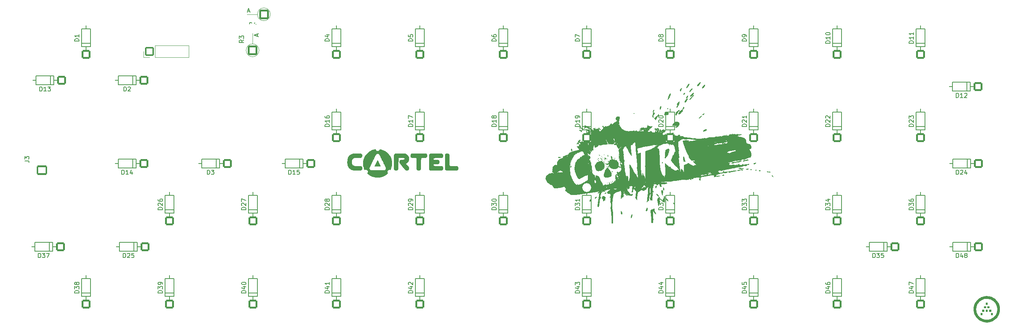
<source format=gto>
G04 #@! TF.GenerationSoftware,KiCad,Pcbnew,(6.0.2)*
G04 #@! TF.CreationDate,2022-04-02T12:37:14+05:30*
G04 #@! TF.ProjectId,Contra,436f6e74-7261-42e6-9b69-6361645f7063,rev?*
G04 #@! TF.SameCoordinates,Original*
G04 #@! TF.FileFunction,Legend,Top*
G04 #@! TF.FilePolarity,Positive*
%FSLAX46Y46*%
G04 Gerber Fmt 4.6, Leading zero omitted, Abs format (unit mm)*
G04 Created by KiCad (PCBNEW (6.0.2)) date 2022-04-02 12:37:14*
%MOMM*%
%LPD*%
G01*
G04 APERTURE LIST*
G04 Aperture macros list*
%AMRoundRect*
0 Rectangle with rounded corners*
0 $1 Rounding radius*
0 $2 $3 $4 $5 $6 $7 $8 $9 X,Y pos of 4 corners*
0 Add a 4 corners polygon primitive as box body*
4,1,4,$2,$3,$4,$5,$6,$7,$8,$9,$2,$3,0*
0 Add four circle primitives for the rounded corners*
1,1,$1+$1,$2,$3*
1,1,$1+$1,$4,$5*
1,1,$1+$1,$6,$7*
1,1,$1+$1,$8,$9*
0 Add four rect primitives between the rounded corners*
20,1,$1+$1,$2,$3,$4,$5,0*
20,1,$1+$1,$4,$5,$6,$7,0*
20,1,$1+$1,$6,$7,$8,$9,0*
20,1,$1+$1,$8,$9,$2,$3,0*%
G04 Aperture macros list end*
%ADD10C,0.150000*%
%ADD11C,0.010000*%
%ADD12C,0.120000*%
%ADD13C,2.150000*%
%ADD14C,4.387800*%
%ADD15C,3.448000*%
%ADD16C,1.100000*%
%ADD17C,4.800000*%
%ADD18RoundRect,0.200000X0.800000X-0.800000X0.800000X0.800000X-0.800000X0.800000X-0.800000X-0.800000X0*%
%ADD19O,2.000000X2.000000*%
%ADD20RoundRect,0.200000X0.800000X0.800000X-0.800000X0.800000X-0.800000X-0.800000X0.800000X-0.800000X0*%
%ADD21RoundRect,0.200000X0.850000X-0.850000X0.850000X0.850000X-0.850000X0.850000X-0.850000X-0.850000X0*%
%ADD22O,2.100000X2.100000*%
%ADD23RoundRect,0.200000X0.900000X-0.900000X0.900000X0.900000X-0.900000X0.900000X-0.900000X-0.900000X0*%
%ADD24O,2.200000X2.200000*%
%ADD25RoundRect,0.200000X0.900000X0.900000X-0.900000X0.900000X-0.900000X-0.900000X0.900000X-0.900000X0*%
%ADD26RoundRect,0.200000X1.015000X0.865000X-1.015000X0.865000X-1.015000X-0.865000X1.015000X-0.865000X0*%
%ADD27O,2.430000X2.130000*%
%ADD28C,2.432000*%
%ADD29C,2.200000*%
%ADD30C,1.050000*%
%ADD31O,1.400000X2.500000*%
%ADD32O,1.400000X2.000000*%
G04 APERTURE END LIST*
D10*
X46017380Y-38679345D02*
X45017380Y-38679345D01*
X45017380Y-38441250D01*
X45065000Y-38298392D01*
X45160238Y-38203154D01*
X45255476Y-38155535D01*
X45445952Y-38107916D01*
X45588809Y-38107916D01*
X45779285Y-38155535D01*
X45874523Y-38203154D01*
X45969761Y-38298392D01*
X46017380Y-38441250D01*
X46017380Y-38679345D01*
X46017380Y-37155535D02*
X46017380Y-37726964D01*
X46017380Y-37441250D02*
X45017380Y-37441250D01*
X45160238Y-37536488D01*
X45255476Y-37631726D01*
X45303095Y-37726964D01*
X56253154Y-50137380D02*
X56253154Y-49137380D01*
X56491250Y-49137380D01*
X56634107Y-49185000D01*
X56729345Y-49280238D01*
X56776964Y-49375476D01*
X56824583Y-49565952D01*
X56824583Y-49708809D01*
X56776964Y-49899285D01*
X56729345Y-49994523D01*
X56634107Y-50089761D01*
X56491250Y-50137380D01*
X56253154Y-50137380D01*
X57205535Y-49232619D02*
X57253154Y-49185000D01*
X57348392Y-49137380D01*
X57586488Y-49137380D01*
X57681726Y-49185000D01*
X57729345Y-49232619D01*
X57776964Y-49327857D01*
X57776964Y-49423095D01*
X57729345Y-49565952D01*
X57157916Y-50137380D01*
X57776964Y-50137380D01*
X75303154Y-69187380D02*
X75303154Y-68187380D01*
X75541250Y-68187380D01*
X75684107Y-68235000D01*
X75779345Y-68330238D01*
X75826964Y-68425476D01*
X75874583Y-68615952D01*
X75874583Y-68758809D01*
X75826964Y-68949285D01*
X75779345Y-69044523D01*
X75684107Y-69139761D01*
X75541250Y-69187380D01*
X75303154Y-69187380D01*
X76207916Y-68187380D02*
X76826964Y-68187380D01*
X76493630Y-68568333D01*
X76636488Y-68568333D01*
X76731726Y-68615952D01*
X76779345Y-68663571D01*
X76826964Y-68758809D01*
X76826964Y-68996904D01*
X76779345Y-69092142D01*
X76731726Y-69139761D01*
X76636488Y-69187380D01*
X76350773Y-69187380D01*
X76255535Y-69139761D01*
X76207916Y-69092142D01*
X103167380Y-38679345D02*
X102167380Y-38679345D01*
X102167380Y-38441250D01*
X102215000Y-38298392D01*
X102310238Y-38203154D01*
X102405476Y-38155535D01*
X102595952Y-38107916D01*
X102738809Y-38107916D01*
X102929285Y-38155535D01*
X103024523Y-38203154D01*
X103119761Y-38298392D01*
X103167380Y-38441250D01*
X103167380Y-38679345D01*
X102500714Y-37250773D02*
X103167380Y-37250773D01*
X102119761Y-37488869D02*
X102834047Y-37726964D01*
X102834047Y-37107916D01*
X122217380Y-38679345D02*
X121217380Y-38679345D01*
X121217380Y-38441250D01*
X121265000Y-38298392D01*
X121360238Y-38203154D01*
X121455476Y-38155535D01*
X121645952Y-38107916D01*
X121788809Y-38107916D01*
X121979285Y-38155535D01*
X122074523Y-38203154D01*
X122169761Y-38298392D01*
X122217380Y-38441250D01*
X122217380Y-38679345D01*
X121217380Y-37203154D02*
X121217380Y-37679345D01*
X121693571Y-37726964D01*
X121645952Y-37679345D01*
X121598333Y-37584107D01*
X121598333Y-37346011D01*
X121645952Y-37250773D01*
X121693571Y-37203154D01*
X121788809Y-37155535D01*
X122026904Y-37155535D01*
X122122142Y-37203154D01*
X122169761Y-37250773D01*
X122217380Y-37346011D01*
X122217380Y-37584107D01*
X122169761Y-37679345D01*
X122122142Y-37726964D01*
X141267380Y-38679345D02*
X140267380Y-38679345D01*
X140267380Y-38441250D01*
X140315000Y-38298392D01*
X140410238Y-38203154D01*
X140505476Y-38155535D01*
X140695952Y-38107916D01*
X140838809Y-38107916D01*
X141029285Y-38155535D01*
X141124523Y-38203154D01*
X141219761Y-38298392D01*
X141267380Y-38441250D01*
X141267380Y-38679345D01*
X140267380Y-37250773D02*
X140267380Y-37441250D01*
X140315000Y-37536488D01*
X140362619Y-37584107D01*
X140505476Y-37679345D01*
X140695952Y-37726964D01*
X141076904Y-37726964D01*
X141172142Y-37679345D01*
X141219761Y-37631726D01*
X141267380Y-37536488D01*
X141267380Y-37346011D01*
X141219761Y-37250773D01*
X141172142Y-37203154D01*
X141076904Y-37155535D01*
X140838809Y-37155535D01*
X140743571Y-37203154D01*
X140695952Y-37250773D01*
X140648333Y-37346011D01*
X140648333Y-37536488D01*
X140695952Y-37631726D01*
X140743571Y-37679345D01*
X140838809Y-37726964D01*
X160317380Y-38679345D02*
X159317380Y-38679345D01*
X159317380Y-38441250D01*
X159365000Y-38298392D01*
X159460238Y-38203154D01*
X159555476Y-38155535D01*
X159745952Y-38107916D01*
X159888809Y-38107916D01*
X160079285Y-38155535D01*
X160174523Y-38203154D01*
X160269761Y-38298392D01*
X160317380Y-38441250D01*
X160317380Y-38679345D01*
X159317380Y-37774583D02*
X159317380Y-37107916D01*
X160317380Y-37536488D01*
X179367380Y-38679345D02*
X178367380Y-38679345D01*
X178367380Y-38441250D01*
X178415000Y-38298392D01*
X178510238Y-38203154D01*
X178605476Y-38155535D01*
X178795952Y-38107916D01*
X178938809Y-38107916D01*
X179129285Y-38155535D01*
X179224523Y-38203154D01*
X179319761Y-38298392D01*
X179367380Y-38441250D01*
X179367380Y-38679345D01*
X178795952Y-37536488D02*
X178748333Y-37631726D01*
X178700714Y-37679345D01*
X178605476Y-37726964D01*
X178557857Y-37726964D01*
X178462619Y-37679345D01*
X178415000Y-37631726D01*
X178367380Y-37536488D01*
X178367380Y-37346011D01*
X178415000Y-37250773D01*
X178462619Y-37203154D01*
X178557857Y-37155535D01*
X178605476Y-37155535D01*
X178700714Y-37203154D01*
X178748333Y-37250773D01*
X178795952Y-37346011D01*
X178795952Y-37536488D01*
X178843571Y-37631726D01*
X178891190Y-37679345D01*
X178986428Y-37726964D01*
X179176904Y-37726964D01*
X179272142Y-37679345D01*
X179319761Y-37631726D01*
X179367380Y-37536488D01*
X179367380Y-37346011D01*
X179319761Y-37250773D01*
X179272142Y-37203154D01*
X179176904Y-37155535D01*
X178986428Y-37155535D01*
X178891190Y-37203154D01*
X178843571Y-37250773D01*
X178795952Y-37346011D01*
X198417380Y-38679345D02*
X197417380Y-38679345D01*
X197417380Y-38441250D01*
X197465000Y-38298392D01*
X197560238Y-38203154D01*
X197655476Y-38155535D01*
X197845952Y-38107916D01*
X197988809Y-38107916D01*
X198179285Y-38155535D01*
X198274523Y-38203154D01*
X198369761Y-38298392D01*
X198417380Y-38441250D01*
X198417380Y-38679345D01*
X198417380Y-37631726D02*
X198417380Y-37441250D01*
X198369761Y-37346011D01*
X198322142Y-37298392D01*
X198179285Y-37203154D01*
X197988809Y-37155535D01*
X197607857Y-37155535D01*
X197512619Y-37203154D01*
X197465000Y-37250773D01*
X197417380Y-37346011D01*
X197417380Y-37536488D01*
X197465000Y-37631726D01*
X197512619Y-37679345D01*
X197607857Y-37726964D01*
X197845952Y-37726964D01*
X197941190Y-37679345D01*
X197988809Y-37631726D01*
X198036428Y-37536488D01*
X198036428Y-37346011D01*
X197988809Y-37250773D01*
X197941190Y-37203154D01*
X197845952Y-37155535D01*
X217467380Y-39155535D02*
X216467380Y-39155535D01*
X216467380Y-38917440D01*
X216515000Y-38774583D01*
X216610238Y-38679345D01*
X216705476Y-38631726D01*
X216895952Y-38584107D01*
X217038809Y-38584107D01*
X217229285Y-38631726D01*
X217324523Y-38679345D01*
X217419761Y-38774583D01*
X217467380Y-38917440D01*
X217467380Y-39155535D01*
X217467380Y-37631726D02*
X217467380Y-38203154D01*
X217467380Y-37917440D02*
X216467380Y-37917440D01*
X216610238Y-38012678D01*
X216705476Y-38107916D01*
X216753095Y-38203154D01*
X216467380Y-37012678D02*
X216467380Y-36917440D01*
X216515000Y-36822202D01*
X216562619Y-36774583D01*
X216657857Y-36726964D01*
X216848333Y-36679345D01*
X217086428Y-36679345D01*
X217276904Y-36726964D01*
X217372142Y-36774583D01*
X217419761Y-36822202D01*
X217467380Y-36917440D01*
X217467380Y-37012678D01*
X217419761Y-37107916D01*
X217372142Y-37155535D01*
X217276904Y-37203154D01*
X217086428Y-37250773D01*
X216848333Y-37250773D01*
X216657857Y-37203154D01*
X216562619Y-37155535D01*
X216515000Y-37107916D01*
X216467380Y-37012678D01*
X236517380Y-39155535D02*
X235517380Y-39155535D01*
X235517380Y-38917440D01*
X235565000Y-38774583D01*
X235660238Y-38679345D01*
X235755476Y-38631726D01*
X235945952Y-38584107D01*
X236088809Y-38584107D01*
X236279285Y-38631726D01*
X236374523Y-38679345D01*
X236469761Y-38774583D01*
X236517380Y-38917440D01*
X236517380Y-39155535D01*
X236517380Y-37631726D02*
X236517380Y-38203154D01*
X236517380Y-37917440D02*
X235517380Y-37917440D01*
X235660238Y-38012678D01*
X235755476Y-38107916D01*
X235803095Y-38203154D01*
X236517380Y-36679345D02*
X236517380Y-37250773D01*
X236517380Y-36965059D02*
X235517380Y-36965059D01*
X235660238Y-37060297D01*
X235755476Y-37155535D01*
X235803095Y-37250773D01*
X246255374Y-51587720D02*
X246255374Y-50587720D01*
X246493469Y-50587720D01*
X246636326Y-50635340D01*
X246731564Y-50730578D01*
X246779183Y-50825816D01*
X246826802Y-51016292D01*
X246826802Y-51159149D01*
X246779183Y-51349625D01*
X246731564Y-51444863D01*
X246636326Y-51540101D01*
X246493469Y-51587720D01*
X246255374Y-51587720D01*
X247779183Y-51587720D02*
X247207755Y-51587720D01*
X247493469Y-51587720D02*
X247493469Y-50587720D01*
X247398231Y-50730578D01*
X247302993Y-50825816D01*
X247207755Y-50873435D01*
X248160136Y-50682959D02*
X248207755Y-50635340D01*
X248302993Y-50587720D01*
X248541088Y-50587720D01*
X248636326Y-50635340D01*
X248683945Y-50682959D01*
X248731564Y-50778197D01*
X248731564Y-50873435D01*
X248683945Y-51016292D01*
X248112517Y-51587720D01*
X248731564Y-51587720D01*
X37044464Y-50137380D02*
X37044464Y-49137380D01*
X37282559Y-49137380D01*
X37425416Y-49185000D01*
X37520654Y-49280238D01*
X37568273Y-49375476D01*
X37615892Y-49565952D01*
X37615892Y-49708809D01*
X37568273Y-49899285D01*
X37520654Y-49994523D01*
X37425416Y-50089761D01*
X37282559Y-50137380D01*
X37044464Y-50137380D01*
X38568273Y-50137380D02*
X37996845Y-50137380D01*
X38282559Y-50137380D02*
X38282559Y-49137380D01*
X38187321Y-49280238D01*
X38092083Y-49375476D01*
X37996845Y-49423095D01*
X38901607Y-49137380D02*
X39520654Y-49137380D01*
X39187321Y-49518333D01*
X39330178Y-49518333D01*
X39425416Y-49565952D01*
X39473035Y-49613571D01*
X39520654Y-49708809D01*
X39520654Y-49946904D01*
X39473035Y-50042142D01*
X39425416Y-50089761D01*
X39330178Y-50137380D01*
X39044464Y-50137380D01*
X38949226Y-50089761D01*
X38901607Y-50042142D01*
X55776964Y-69187380D02*
X55776964Y-68187380D01*
X56015059Y-68187380D01*
X56157916Y-68235000D01*
X56253154Y-68330238D01*
X56300773Y-68425476D01*
X56348392Y-68615952D01*
X56348392Y-68758809D01*
X56300773Y-68949285D01*
X56253154Y-69044523D01*
X56157916Y-69139761D01*
X56015059Y-69187380D01*
X55776964Y-69187380D01*
X57300773Y-69187380D02*
X56729345Y-69187380D01*
X57015059Y-69187380D02*
X57015059Y-68187380D01*
X56919821Y-68330238D01*
X56824583Y-68425476D01*
X56729345Y-68473095D01*
X58157916Y-68520714D02*
X58157916Y-69187380D01*
X57919821Y-68139761D02*
X57681726Y-68854047D01*
X58300773Y-68854047D01*
X93876964Y-69187380D02*
X93876964Y-68187380D01*
X94115059Y-68187380D01*
X94257916Y-68235000D01*
X94353154Y-68330238D01*
X94400773Y-68425476D01*
X94448392Y-68615952D01*
X94448392Y-68758809D01*
X94400773Y-68949285D01*
X94353154Y-69044523D01*
X94257916Y-69139761D01*
X94115059Y-69187380D01*
X93876964Y-69187380D01*
X95400773Y-69187380D02*
X94829345Y-69187380D01*
X95115059Y-69187380D02*
X95115059Y-68187380D01*
X95019821Y-68330238D01*
X94924583Y-68425476D01*
X94829345Y-68473095D01*
X96305535Y-68187380D02*
X95829345Y-68187380D01*
X95781726Y-68663571D01*
X95829345Y-68615952D01*
X95924583Y-68568333D01*
X96162678Y-68568333D01*
X96257916Y-68615952D01*
X96305535Y-68663571D01*
X96353154Y-68758809D01*
X96353154Y-68996904D01*
X96305535Y-69092142D01*
X96257916Y-69139761D01*
X96162678Y-69187380D01*
X95924583Y-69187380D01*
X95829345Y-69139761D01*
X95781726Y-69092142D01*
X103167380Y-58205535D02*
X102167380Y-58205535D01*
X102167380Y-57967440D01*
X102215000Y-57824583D01*
X102310238Y-57729345D01*
X102405476Y-57681726D01*
X102595952Y-57634107D01*
X102738809Y-57634107D01*
X102929285Y-57681726D01*
X103024523Y-57729345D01*
X103119761Y-57824583D01*
X103167380Y-57967440D01*
X103167380Y-58205535D01*
X103167380Y-56681726D02*
X103167380Y-57253154D01*
X103167380Y-56967440D02*
X102167380Y-56967440D01*
X102310238Y-57062678D01*
X102405476Y-57157916D01*
X102453095Y-57253154D01*
X102167380Y-55824583D02*
X102167380Y-56015059D01*
X102215000Y-56110297D01*
X102262619Y-56157916D01*
X102405476Y-56253154D01*
X102595952Y-56300773D01*
X102976904Y-56300773D01*
X103072142Y-56253154D01*
X103119761Y-56205535D01*
X103167380Y-56110297D01*
X103167380Y-55919821D01*
X103119761Y-55824583D01*
X103072142Y-55776964D01*
X102976904Y-55729345D01*
X102738809Y-55729345D01*
X102643571Y-55776964D01*
X102595952Y-55824583D01*
X102548333Y-55919821D01*
X102548333Y-56110297D01*
X102595952Y-56205535D01*
X102643571Y-56253154D01*
X102738809Y-56300773D01*
X122217380Y-58205535D02*
X121217380Y-58205535D01*
X121217380Y-57967440D01*
X121265000Y-57824583D01*
X121360238Y-57729345D01*
X121455476Y-57681726D01*
X121645952Y-57634107D01*
X121788809Y-57634107D01*
X121979285Y-57681726D01*
X122074523Y-57729345D01*
X122169761Y-57824583D01*
X122217380Y-57967440D01*
X122217380Y-58205535D01*
X122217380Y-56681726D02*
X122217380Y-57253154D01*
X122217380Y-56967440D02*
X121217380Y-56967440D01*
X121360238Y-57062678D01*
X121455476Y-57157916D01*
X121503095Y-57253154D01*
X121217380Y-56348392D02*
X121217380Y-55681726D01*
X122217380Y-56110297D01*
X141267380Y-58205535D02*
X140267380Y-58205535D01*
X140267380Y-57967440D01*
X140315000Y-57824583D01*
X140410238Y-57729345D01*
X140505476Y-57681726D01*
X140695952Y-57634107D01*
X140838809Y-57634107D01*
X141029285Y-57681726D01*
X141124523Y-57729345D01*
X141219761Y-57824583D01*
X141267380Y-57967440D01*
X141267380Y-58205535D01*
X141267380Y-56681726D02*
X141267380Y-57253154D01*
X141267380Y-56967440D02*
X140267380Y-56967440D01*
X140410238Y-57062678D01*
X140505476Y-57157916D01*
X140553095Y-57253154D01*
X140695952Y-56110297D02*
X140648333Y-56205535D01*
X140600714Y-56253154D01*
X140505476Y-56300773D01*
X140457857Y-56300773D01*
X140362619Y-56253154D01*
X140315000Y-56205535D01*
X140267380Y-56110297D01*
X140267380Y-55919821D01*
X140315000Y-55824583D01*
X140362619Y-55776964D01*
X140457857Y-55729345D01*
X140505476Y-55729345D01*
X140600714Y-55776964D01*
X140648333Y-55824583D01*
X140695952Y-55919821D01*
X140695952Y-56110297D01*
X140743571Y-56205535D01*
X140791190Y-56253154D01*
X140886428Y-56300773D01*
X141076904Y-56300773D01*
X141172142Y-56253154D01*
X141219761Y-56205535D01*
X141267380Y-56110297D01*
X141267380Y-55919821D01*
X141219761Y-55824583D01*
X141172142Y-55776964D01*
X141076904Y-55729345D01*
X140886428Y-55729345D01*
X140791190Y-55776964D01*
X140743571Y-55824583D01*
X140695952Y-55919821D01*
X160317380Y-58205535D02*
X159317380Y-58205535D01*
X159317380Y-57967440D01*
X159365000Y-57824583D01*
X159460238Y-57729345D01*
X159555476Y-57681726D01*
X159745952Y-57634107D01*
X159888809Y-57634107D01*
X160079285Y-57681726D01*
X160174523Y-57729345D01*
X160269761Y-57824583D01*
X160317380Y-57967440D01*
X160317380Y-58205535D01*
X160317380Y-56681726D02*
X160317380Y-57253154D01*
X160317380Y-56967440D02*
X159317380Y-56967440D01*
X159460238Y-57062678D01*
X159555476Y-57157916D01*
X159603095Y-57253154D01*
X160317380Y-56205535D02*
X160317380Y-56015059D01*
X160269761Y-55919821D01*
X160222142Y-55872202D01*
X160079285Y-55776964D01*
X159888809Y-55729345D01*
X159507857Y-55729345D01*
X159412619Y-55776964D01*
X159365000Y-55824583D01*
X159317380Y-55919821D01*
X159317380Y-56110297D01*
X159365000Y-56205535D01*
X159412619Y-56253154D01*
X159507857Y-56300773D01*
X159745952Y-56300773D01*
X159841190Y-56253154D01*
X159888809Y-56205535D01*
X159936428Y-56110297D01*
X159936428Y-55919821D01*
X159888809Y-55824583D01*
X159841190Y-55776964D01*
X159745952Y-55729345D01*
X179367380Y-58205535D02*
X178367380Y-58205535D01*
X178367380Y-57967440D01*
X178415000Y-57824583D01*
X178510238Y-57729345D01*
X178605476Y-57681726D01*
X178795952Y-57634107D01*
X178938809Y-57634107D01*
X179129285Y-57681726D01*
X179224523Y-57729345D01*
X179319761Y-57824583D01*
X179367380Y-57967440D01*
X179367380Y-58205535D01*
X178462619Y-57253154D02*
X178415000Y-57205535D01*
X178367380Y-57110297D01*
X178367380Y-56872202D01*
X178415000Y-56776964D01*
X178462619Y-56729345D01*
X178557857Y-56681726D01*
X178653095Y-56681726D01*
X178795952Y-56729345D01*
X179367380Y-57300773D01*
X179367380Y-56681726D01*
X178367380Y-56062678D02*
X178367380Y-55967440D01*
X178415000Y-55872202D01*
X178462619Y-55824583D01*
X178557857Y-55776964D01*
X178748333Y-55729345D01*
X178986428Y-55729345D01*
X179176904Y-55776964D01*
X179272142Y-55824583D01*
X179319761Y-55872202D01*
X179367380Y-55967440D01*
X179367380Y-56062678D01*
X179319761Y-56157916D01*
X179272142Y-56205535D01*
X179176904Y-56253154D01*
X178986428Y-56300773D01*
X178748333Y-56300773D01*
X178557857Y-56253154D01*
X178462619Y-56205535D01*
X178415000Y-56157916D01*
X178367380Y-56062678D01*
X198417380Y-58205535D02*
X197417380Y-58205535D01*
X197417380Y-57967440D01*
X197465000Y-57824583D01*
X197560238Y-57729345D01*
X197655476Y-57681726D01*
X197845952Y-57634107D01*
X197988809Y-57634107D01*
X198179285Y-57681726D01*
X198274523Y-57729345D01*
X198369761Y-57824583D01*
X198417380Y-57967440D01*
X198417380Y-58205535D01*
X197512619Y-57253154D02*
X197465000Y-57205535D01*
X197417380Y-57110297D01*
X197417380Y-56872202D01*
X197465000Y-56776964D01*
X197512619Y-56729345D01*
X197607857Y-56681726D01*
X197703095Y-56681726D01*
X197845952Y-56729345D01*
X198417380Y-57300773D01*
X198417380Y-56681726D01*
X198417380Y-55729345D02*
X198417380Y-56300773D01*
X198417380Y-56015059D02*
X197417380Y-56015059D01*
X197560238Y-56110297D01*
X197655476Y-56205535D01*
X197703095Y-56300773D01*
X217467380Y-58205535D02*
X216467380Y-58205535D01*
X216467380Y-57967440D01*
X216515000Y-57824583D01*
X216610238Y-57729345D01*
X216705476Y-57681726D01*
X216895952Y-57634107D01*
X217038809Y-57634107D01*
X217229285Y-57681726D01*
X217324523Y-57729345D01*
X217419761Y-57824583D01*
X217467380Y-57967440D01*
X217467380Y-58205535D01*
X216562619Y-57253154D02*
X216515000Y-57205535D01*
X216467380Y-57110297D01*
X216467380Y-56872202D01*
X216515000Y-56776964D01*
X216562619Y-56729345D01*
X216657857Y-56681726D01*
X216753095Y-56681726D01*
X216895952Y-56729345D01*
X217467380Y-57300773D01*
X217467380Y-56681726D01*
X216562619Y-56300773D02*
X216515000Y-56253154D01*
X216467380Y-56157916D01*
X216467380Y-55919821D01*
X216515000Y-55824583D01*
X216562619Y-55776964D01*
X216657857Y-55729345D01*
X216753095Y-55729345D01*
X216895952Y-55776964D01*
X217467380Y-56348392D01*
X217467380Y-55729345D01*
X236517380Y-58205535D02*
X235517380Y-58205535D01*
X235517380Y-57967440D01*
X235565000Y-57824583D01*
X235660238Y-57729345D01*
X235755476Y-57681726D01*
X235945952Y-57634107D01*
X236088809Y-57634107D01*
X236279285Y-57681726D01*
X236374523Y-57729345D01*
X236469761Y-57824583D01*
X236517380Y-57967440D01*
X236517380Y-58205535D01*
X235612619Y-57253154D02*
X235565000Y-57205535D01*
X235517380Y-57110297D01*
X235517380Y-56872202D01*
X235565000Y-56776964D01*
X235612619Y-56729345D01*
X235707857Y-56681726D01*
X235803095Y-56681726D01*
X235945952Y-56729345D01*
X236517380Y-57300773D01*
X236517380Y-56681726D01*
X235517380Y-56348392D02*
X235517380Y-55729345D01*
X235898333Y-56062678D01*
X235898333Y-55919821D01*
X235945952Y-55824583D01*
X235993571Y-55776964D01*
X236088809Y-55729345D01*
X236326904Y-55729345D01*
X236422142Y-55776964D01*
X236469761Y-55824583D01*
X236517380Y-55919821D01*
X236517380Y-56205535D01*
X236469761Y-56300773D01*
X236422142Y-56348392D01*
X246276964Y-69187380D02*
X246276964Y-68187380D01*
X246515059Y-68187380D01*
X246657916Y-68235000D01*
X246753154Y-68330238D01*
X246800773Y-68425476D01*
X246848392Y-68615952D01*
X246848392Y-68758809D01*
X246800773Y-68949285D01*
X246753154Y-69044523D01*
X246657916Y-69139761D01*
X246515059Y-69187380D01*
X246276964Y-69187380D01*
X247229345Y-68282619D02*
X247276964Y-68235000D01*
X247372202Y-68187380D01*
X247610297Y-68187380D01*
X247705535Y-68235000D01*
X247753154Y-68282619D01*
X247800773Y-68377857D01*
X247800773Y-68473095D01*
X247753154Y-68615952D01*
X247181726Y-69187380D01*
X247800773Y-69187380D01*
X248657916Y-68520714D02*
X248657916Y-69187380D01*
X248419821Y-68139761D02*
X248181726Y-68854047D01*
X248800773Y-68854047D01*
X56094464Y-88237380D02*
X56094464Y-87237380D01*
X56332559Y-87237380D01*
X56475416Y-87285000D01*
X56570654Y-87380238D01*
X56618273Y-87475476D01*
X56665892Y-87665952D01*
X56665892Y-87808809D01*
X56618273Y-87999285D01*
X56570654Y-88094523D01*
X56475416Y-88189761D01*
X56332559Y-88237380D01*
X56094464Y-88237380D01*
X57046845Y-87332619D02*
X57094464Y-87285000D01*
X57189702Y-87237380D01*
X57427797Y-87237380D01*
X57523035Y-87285000D01*
X57570654Y-87332619D01*
X57618273Y-87427857D01*
X57618273Y-87523095D01*
X57570654Y-87665952D01*
X56999226Y-88237380D01*
X57618273Y-88237380D01*
X58523035Y-87237380D02*
X58046845Y-87237380D01*
X57999226Y-87713571D01*
X58046845Y-87665952D01*
X58142083Y-87618333D01*
X58380178Y-87618333D01*
X58475416Y-87665952D01*
X58523035Y-87713571D01*
X58570654Y-87808809D01*
X58570654Y-88046904D01*
X58523035Y-88142142D01*
X58475416Y-88189761D01*
X58380178Y-88237380D01*
X58142083Y-88237380D01*
X58046845Y-88189761D01*
X57999226Y-88142142D01*
X65067380Y-77255535D02*
X64067380Y-77255535D01*
X64067380Y-77017440D01*
X64115000Y-76874583D01*
X64210238Y-76779345D01*
X64305476Y-76731726D01*
X64495952Y-76684107D01*
X64638809Y-76684107D01*
X64829285Y-76731726D01*
X64924523Y-76779345D01*
X65019761Y-76874583D01*
X65067380Y-77017440D01*
X65067380Y-77255535D01*
X64162619Y-76303154D02*
X64115000Y-76255535D01*
X64067380Y-76160297D01*
X64067380Y-75922202D01*
X64115000Y-75826964D01*
X64162619Y-75779345D01*
X64257857Y-75731726D01*
X64353095Y-75731726D01*
X64495952Y-75779345D01*
X65067380Y-76350773D01*
X65067380Y-75731726D01*
X64067380Y-74874583D02*
X64067380Y-75065059D01*
X64115000Y-75160297D01*
X64162619Y-75207916D01*
X64305476Y-75303154D01*
X64495952Y-75350773D01*
X64876904Y-75350773D01*
X64972142Y-75303154D01*
X65019761Y-75255535D01*
X65067380Y-75160297D01*
X65067380Y-74969821D01*
X65019761Y-74874583D01*
X64972142Y-74826964D01*
X64876904Y-74779345D01*
X64638809Y-74779345D01*
X64543571Y-74826964D01*
X64495952Y-74874583D01*
X64448333Y-74969821D01*
X64448333Y-75160297D01*
X64495952Y-75255535D01*
X64543571Y-75303154D01*
X64638809Y-75350773D01*
X84117380Y-77255535D02*
X83117380Y-77255535D01*
X83117380Y-77017440D01*
X83165000Y-76874583D01*
X83260238Y-76779345D01*
X83355476Y-76731726D01*
X83545952Y-76684107D01*
X83688809Y-76684107D01*
X83879285Y-76731726D01*
X83974523Y-76779345D01*
X84069761Y-76874583D01*
X84117380Y-77017440D01*
X84117380Y-77255535D01*
X83212619Y-76303154D02*
X83165000Y-76255535D01*
X83117380Y-76160297D01*
X83117380Y-75922202D01*
X83165000Y-75826964D01*
X83212619Y-75779345D01*
X83307857Y-75731726D01*
X83403095Y-75731726D01*
X83545952Y-75779345D01*
X84117380Y-76350773D01*
X84117380Y-75731726D01*
X83117380Y-75398392D02*
X83117380Y-74731726D01*
X84117380Y-75160297D01*
X103167380Y-77255535D02*
X102167380Y-77255535D01*
X102167380Y-77017440D01*
X102215000Y-76874583D01*
X102310238Y-76779345D01*
X102405476Y-76731726D01*
X102595952Y-76684107D01*
X102738809Y-76684107D01*
X102929285Y-76731726D01*
X103024523Y-76779345D01*
X103119761Y-76874583D01*
X103167380Y-77017440D01*
X103167380Y-77255535D01*
X102262619Y-76303154D02*
X102215000Y-76255535D01*
X102167380Y-76160297D01*
X102167380Y-75922202D01*
X102215000Y-75826964D01*
X102262619Y-75779345D01*
X102357857Y-75731726D01*
X102453095Y-75731726D01*
X102595952Y-75779345D01*
X103167380Y-76350773D01*
X103167380Y-75731726D01*
X102595952Y-75160297D02*
X102548333Y-75255535D01*
X102500714Y-75303154D01*
X102405476Y-75350773D01*
X102357857Y-75350773D01*
X102262619Y-75303154D01*
X102215000Y-75255535D01*
X102167380Y-75160297D01*
X102167380Y-74969821D01*
X102215000Y-74874583D01*
X102262619Y-74826964D01*
X102357857Y-74779345D01*
X102405476Y-74779345D01*
X102500714Y-74826964D01*
X102548333Y-74874583D01*
X102595952Y-74969821D01*
X102595952Y-75160297D01*
X102643571Y-75255535D01*
X102691190Y-75303154D01*
X102786428Y-75350773D01*
X102976904Y-75350773D01*
X103072142Y-75303154D01*
X103119761Y-75255535D01*
X103167380Y-75160297D01*
X103167380Y-74969821D01*
X103119761Y-74874583D01*
X103072142Y-74826964D01*
X102976904Y-74779345D01*
X102786428Y-74779345D01*
X102691190Y-74826964D01*
X102643571Y-74874583D01*
X102595952Y-74969821D01*
X122217380Y-77255535D02*
X121217380Y-77255535D01*
X121217380Y-77017440D01*
X121265000Y-76874583D01*
X121360238Y-76779345D01*
X121455476Y-76731726D01*
X121645952Y-76684107D01*
X121788809Y-76684107D01*
X121979285Y-76731726D01*
X122074523Y-76779345D01*
X122169761Y-76874583D01*
X122217380Y-77017440D01*
X122217380Y-77255535D01*
X121312619Y-76303154D02*
X121265000Y-76255535D01*
X121217380Y-76160297D01*
X121217380Y-75922202D01*
X121265000Y-75826964D01*
X121312619Y-75779345D01*
X121407857Y-75731726D01*
X121503095Y-75731726D01*
X121645952Y-75779345D01*
X122217380Y-76350773D01*
X122217380Y-75731726D01*
X122217380Y-75255535D02*
X122217380Y-75065059D01*
X122169761Y-74969821D01*
X122122142Y-74922202D01*
X121979285Y-74826964D01*
X121788809Y-74779345D01*
X121407857Y-74779345D01*
X121312619Y-74826964D01*
X121265000Y-74874583D01*
X121217380Y-74969821D01*
X121217380Y-75160297D01*
X121265000Y-75255535D01*
X121312619Y-75303154D01*
X121407857Y-75350773D01*
X121645952Y-75350773D01*
X121741190Y-75303154D01*
X121788809Y-75255535D01*
X121836428Y-75160297D01*
X121836428Y-74969821D01*
X121788809Y-74874583D01*
X121741190Y-74826964D01*
X121645952Y-74779345D01*
X141267380Y-77255535D02*
X140267380Y-77255535D01*
X140267380Y-77017440D01*
X140315000Y-76874583D01*
X140410238Y-76779345D01*
X140505476Y-76731726D01*
X140695952Y-76684107D01*
X140838809Y-76684107D01*
X141029285Y-76731726D01*
X141124523Y-76779345D01*
X141219761Y-76874583D01*
X141267380Y-77017440D01*
X141267380Y-77255535D01*
X140267380Y-76350773D02*
X140267380Y-75731726D01*
X140648333Y-76065059D01*
X140648333Y-75922202D01*
X140695952Y-75826964D01*
X140743571Y-75779345D01*
X140838809Y-75731726D01*
X141076904Y-75731726D01*
X141172142Y-75779345D01*
X141219761Y-75826964D01*
X141267380Y-75922202D01*
X141267380Y-76207916D01*
X141219761Y-76303154D01*
X141172142Y-76350773D01*
X140267380Y-75112678D02*
X140267380Y-75017440D01*
X140315000Y-74922202D01*
X140362619Y-74874583D01*
X140457857Y-74826964D01*
X140648333Y-74779345D01*
X140886428Y-74779345D01*
X141076904Y-74826964D01*
X141172142Y-74874583D01*
X141219761Y-74922202D01*
X141267380Y-75017440D01*
X141267380Y-75112678D01*
X141219761Y-75207916D01*
X141172142Y-75255535D01*
X141076904Y-75303154D01*
X140886428Y-75350773D01*
X140648333Y-75350773D01*
X140457857Y-75303154D01*
X140362619Y-75255535D01*
X140315000Y-75207916D01*
X140267380Y-75112678D01*
X160317380Y-77255535D02*
X159317380Y-77255535D01*
X159317380Y-77017440D01*
X159365000Y-76874583D01*
X159460238Y-76779345D01*
X159555476Y-76731726D01*
X159745952Y-76684107D01*
X159888809Y-76684107D01*
X160079285Y-76731726D01*
X160174523Y-76779345D01*
X160269761Y-76874583D01*
X160317380Y-77017440D01*
X160317380Y-77255535D01*
X159317380Y-76350773D02*
X159317380Y-75731726D01*
X159698333Y-76065059D01*
X159698333Y-75922202D01*
X159745952Y-75826964D01*
X159793571Y-75779345D01*
X159888809Y-75731726D01*
X160126904Y-75731726D01*
X160222142Y-75779345D01*
X160269761Y-75826964D01*
X160317380Y-75922202D01*
X160317380Y-76207916D01*
X160269761Y-76303154D01*
X160222142Y-76350773D01*
X160317380Y-74779345D02*
X160317380Y-75350773D01*
X160317380Y-75065059D02*
X159317380Y-75065059D01*
X159460238Y-75160297D01*
X159555476Y-75255535D01*
X159603095Y-75350773D01*
X179367380Y-77255535D02*
X178367380Y-77255535D01*
X178367380Y-77017440D01*
X178415000Y-76874583D01*
X178510238Y-76779345D01*
X178605476Y-76731726D01*
X178795952Y-76684107D01*
X178938809Y-76684107D01*
X179129285Y-76731726D01*
X179224523Y-76779345D01*
X179319761Y-76874583D01*
X179367380Y-77017440D01*
X179367380Y-77255535D01*
X178367380Y-76350773D02*
X178367380Y-75731726D01*
X178748333Y-76065059D01*
X178748333Y-75922202D01*
X178795952Y-75826964D01*
X178843571Y-75779345D01*
X178938809Y-75731726D01*
X179176904Y-75731726D01*
X179272142Y-75779345D01*
X179319761Y-75826964D01*
X179367380Y-75922202D01*
X179367380Y-76207916D01*
X179319761Y-76303154D01*
X179272142Y-76350773D01*
X178462619Y-75350773D02*
X178415000Y-75303154D01*
X178367380Y-75207916D01*
X178367380Y-74969821D01*
X178415000Y-74874583D01*
X178462619Y-74826964D01*
X178557857Y-74779345D01*
X178653095Y-74779345D01*
X178795952Y-74826964D01*
X179367380Y-75398392D01*
X179367380Y-74779345D01*
X198417380Y-77255535D02*
X197417380Y-77255535D01*
X197417380Y-77017440D01*
X197465000Y-76874583D01*
X197560238Y-76779345D01*
X197655476Y-76731726D01*
X197845952Y-76684107D01*
X197988809Y-76684107D01*
X198179285Y-76731726D01*
X198274523Y-76779345D01*
X198369761Y-76874583D01*
X198417380Y-77017440D01*
X198417380Y-77255535D01*
X197417380Y-76350773D02*
X197417380Y-75731726D01*
X197798333Y-76065059D01*
X197798333Y-75922202D01*
X197845952Y-75826964D01*
X197893571Y-75779345D01*
X197988809Y-75731726D01*
X198226904Y-75731726D01*
X198322142Y-75779345D01*
X198369761Y-75826964D01*
X198417380Y-75922202D01*
X198417380Y-76207916D01*
X198369761Y-76303154D01*
X198322142Y-76350773D01*
X197417380Y-75398392D02*
X197417380Y-74779345D01*
X197798333Y-75112678D01*
X197798333Y-74969821D01*
X197845952Y-74874583D01*
X197893571Y-74826964D01*
X197988809Y-74779345D01*
X198226904Y-74779345D01*
X198322142Y-74826964D01*
X198369761Y-74874583D01*
X198417380Y-74969821D01*
X198417380Y-75255535D01*
X198369761Y-75350773D01*
X198322142Y-75398392D01*
X217467380Y-77255535D02*
X216467380Y-77255535D01*
X216467380Y-77017440D01*
X216515000Y-76874583D01*
X216610238Y-76779345D01*
X216705476Y-76731726D01*
X216895952Y-76684107D01*
X217038809Y-76684107D01*
X217229285Y-76731726D01*
X217324523Y-76779345D01*
X217419761Y-76874583D01*
X217467380Y-77017440D01*
X217467380Y-77255535D01*
X216467380Y-76350773D02*
X216467380Y-75731726D01*
X216848333Y-76065059D01*
X216848333Y-75922202D01*
X216895952Y-75826964D01*
X216943571Y-75779345D01*
X217038809Y-75731726D01*
X217276904Y-75731726D01*
X217372142Y-75779345D01*
X217419761Y-75826964D01*
X217467380Y-75922202D01*
X217467380Y-76207916D01*
X217419761Y-76303154D01*
X217372142Y-76350773D01*
X216800714Y-74874583D02*
X217467380Y-74874583D01*
X216419761Y-75112678D02*
X217134047Y-75350773D01*
X217134047Y-74731726D01*
X227226964Y-88237380D02*
X227226964Y-87237380D01*
X227465059Y-87237380D01*
X227607916Y-87285000D01*
X227703154Y-87380238D01*
X227750773Y-87475476D01*
X227798392Y-87665952D01*
X227798392Y-87808809D01*
X227750773Y-87999285D01*
X227703154Y-88094523D01*
X227607916Y-88189761D01*
X227465059Y-88237380D01*
X227226964Y-88237380D01*
X228131726Y-87237380D02*
X228750773Y-87237380D01*
X228417440Y-87618333D01*
X228560297Y-87618333D01*
X228655535Y-87665952D01*
X228703154Y-87713571D01*
X228750773Y-87808809D01*
X228750773Y-88046904D01*
X228703154Y-88142142D01*
X228655535Y-88189761D01*
X228560297Y-88237380D01*
X228274583Y-88237380D01*
X228179345Y-88189761D01*
X228131726Y-88142142D01*
X229655535Y-87237380D02*
X229179345Y-87237380D01*
X229131726Y-87713571D01*
X229179345Y-87665952D01*
X229274583Y-87618333D01*
X229512678Y-87618333D01*
X229607916Y-87665952D01*
X229655535Y-87713571D01*
X229703154Y-87808809D01*
X229703154Y-88046904D01*
X229655535Y-88142142D01*
X229607916Y-88189761D01*
X229512678Y-88237380D01*
X229274583Y-88237380D01*
X229179345Y-88189761D01*
X229131726Y-88142142D01*
X236517380Y-77255535D02*
X235517380Y-77255535D01*
X235517380Y-77017440D01*
X235565000Y-76874583D01*
X235660238Y-76779345D01*
X235755476Y-76731726D01*
X235945952Y-76684107D01*
X236088809Y-76684107D01*
X236279285Y-76731726D01*
X236374523Y-76779345D01*
X236469761Y-76874583D01*
X236517380Y-77017440D01*
X236517380Y-77255535D01*
X235517380Y-76350773D02*
X235517380Y-75731726D01*
X235898333Y-76065059D01*
X235898333Y-75922202D01*
X235945952Y-75826964D01*
X235993571Y-75779345D01*
X236088809Y-75731726D01*
X236326904Y-75731726D01*
X236422142Y-75779345D01*
X236469761Y-75826964D01*
X236517380Y-75922202D01*
X236517380Y-76207916D01*
X236469761Y-76303154D01*
X236422142Y-76350773D01*
X235517380Y-74874583D02*
X235517380Y-75065059D01*
X235565000Y-75160297D01*
X235612619Y-75207916D01*
X235755476Y-75303154D01*
X235945952Y-75350773D01*
X236326904Y-75350773D01*
X236422142Y-75303154D01*
X236469761Y-75255535D01*
X236517380Y-75160297D01*
X236517380Y-74969821D01*
X236469761Y-74874583D01*
X236422142Y-74826964D01*
X236326904Y-74779345D01*
X236088809Y-74779345D01*
X235993571Y-74826964D01*
X235945952Y-74874583D01*
X235898333Y-74969821D01*
X235898333Y-75160297D01*
X235945952Y-75255535D01*
X235993571Y-75303154D01*
X236088809Y-75350773D01*
X36726964Y-88237380D02*
X36726964Y-87237380D01*
X36965059Y-87237380D01*
X37107916Y-87285000D01*
X37203154Y-87380238D01*
X37250773Y-87475476D01*
X37298392Y-87665952D01*
X37298392Y-87808809D01*
X37250773Y-87999285D01*
X37203154Y-88094523D01*
X37107916Y-88189761D01*
X36965059Y-88237380D01*
X36726964Y-88237380D01*
X37631726Y-87237380D02*
X38250773Y-87237380D01*
X37917440Y-87618333D01*
X38060297Y-87618333D01*
X38155535Y-87665952D01*
X38203154Y-87713571D01*
X38250773Y-87808809D01*
X38250773Y-88046904D01*
X38203154Y-88142142D01*
X38155535Y-88189761D01*
X38060297Y-88237380D01*
X37774583Y-88237380D01*
X37679345Y-88189761D01*
X37631726Y-88142142D01*
X38584107Y-87237380D02*
X39250773Y-87237380D01*
X38822202Y-88237380D01*
X46017380Y-96305535D02*
X45017380Y-96305535D01*
X45017380Y-96067440D01*
X45065000Y-95924583D01*
X45160238Y-95829345D01*
X45255476Y-95781726D01*
X45445952Y-95734107D01*
X45588809Y-95734107D01*
X45779285Y-95781726D01*
X45874523Y-95829345D01*
X45969761Y-95924583D01*
X46017380Y-96067440D01*
X46017380Y-96305535D01*
X45017380Y-95400773D02*
X45017380Y-94781726D01*
X45398333Y-95115059D01*
X45398333Y-94972202D01*
X45445952Y-94876964D01*
X45493571Y-94829345D01*
X45588809Y-94781726D01*
X45826904Y-94781726D01*
X45922142Y-94829345D01*
X45969761Y-94876964D01*
X46017380Y-94972202D01*
X46017380Y-95257916D01*
X45969761Y-95353154D01*
X45922142Y-95400773D01*
X45445952Y-94210297D02*
X45398333Y-94305535D01*
X45350714Y-94353154D01*
X45255476Y-94400773D01*
X45207857Y-94400773D01*
X45112619Y-94353154D01*
X45065000Y-94305535D01*
X45017380Y-94210297D01*
X45017380Y-94019821D01*
X45065000Y-93924583D01*
X45112619Y-93876964D01*
X45207857Y-93829345D01*
X45255476Y-93829345D01*
X45350714Y-93876964D01*
X45398333Y-93924583D01*
X45445952Y-94019821D01*
X45445952Y-94210297D01*
X45493571Y-94305535D01*
X45541190Y-94353154D01*
X45636428Y-94400773D01*
X45826904Y-94400773D01*
X45922142Y-94353154D01*
X45969761Y-94305535D01*
X46017380Y-94210297D01*
X46017380Y-94019821D01*
X45969761Y-93924583D01*
X45922142Y-93876964D01*
X45826904Y-93829345D01*
X45636428Y-93829345D01*
X45541190Y-93876964D01*
X45493571Y-93924583D01*
X45445952Y-94019821D01*
X65067380Y-96305535D02*
X64067380Y-96305535D01*
X64067380Y-96067440D01*
X64115000Y-95924583D01*
X64210238Y-95829345D01*
X64305476Y-95781726D01*
X64495952Y-95734107D01*
X64638809Y-95734107D01*
X64829285Y-95781726D01*
X64924523Y-95829345D01*
X65019761Y-95924583D01*
X65067380Y-96067440D01*
X65067380Y-96305535D01*
X64067380Y-95400773D02*
X64067380Y-94781726D01*
X64448333Y-95115059D01*
X64448333Y-94972202D01*
X64495952Y-94876964D01*
X64543571Y-94829345D01*
X64638809Y-94781726D01*
X64876904Y-94781726D01*
X64972142Y-94829345D01*
X65019761Y-94876964D01*
X65067380Y-94972202D01*
X65067380Y-95257916D01*
X65019761Y-95353154D01*
X64972142Y-95400773D01*
X65067380Y-94305535D02*
X65067380Y-94115059D01*
X65019761Y-94019821D01*
X64972142Y-93972202D01*
X64829285Y-93876964D01*
X64638809Y-93829345D01*
X64257857Y-93829345D01*
X64162619Y-93876964D01*
X64115000Y-93924583D01*
X64067380Y-94019821D01*
X64067380Y-94210297D01*
X64115000Y-94305535D01*
X64162619Y-94353154D01*
X64257857Y-94400773D01*
X64495952Y-94400773D01*
X64591190Y-94353154D01*
X64638809Y-94305535D01*
X64686428Y-94210297D01*
X64686428Y-94019821D01*
X64638809Y-93924583D01*
X64591190Y-93876964D01*
X64495952Y-93829345D01*
X84117380Y-96305535D02*
X83117380Y-96305535D01*
X83117380Y-96067440D01*
X83165000Y-95924583D01*
X83260238Y-95829345D01*
X83355476Y-95781726D01*
X83545952Y-95734107D01*
X83688809Y-95734107D01*
X83879285Y-95781726D01*
X83974523Y-95829345D01*
X84069761Y-95924583D01*
X84117380Y-96067440D01*
X84117380Y-96305535D01*
X83450714Y-94876964D02*
X84117380Y-94876964D01*
X83069761Y-95115059D02*
X83784047Y-95353154D01*
X83784047Y-94734107D01*
X83117380Y-94162678D02*
X83117380Y-94067440D01*
X83165000Y-93972202D01*
X83212619Y-93924583D01*
X83307857Y-93876964D01*
X83498333Y-93829345D01*
X83736428Y-93829345D01*
X83926904Y-93876964D01*
X84022142Y-93924583D01*
X84069761Y-93972202D01*
X84117380Y-94067440D01*
X84117380Y-94162678D01*
X84069761Y-94257916D01*
X84022142Y-94305535D01*
X83926904Y-94353154D01*
X83736428Y-94400773D01*
X83498333Y-94400773D01*
X83307857Y-94353154D01*
X83212619Y-94305535D01*
X83165000Y-94257916D01*
X83117380Y-94162678D01*
X103167380Y-96305535D02*
X102167380Y-96305535D01*
X102167380Y-96067440D01*
X102215000Y-95924583D01*
X102310238Y-95829345D01*
X102405476Y-95781726D01*
X102595952Y-95734107D01*
X102738809Y-95734107D01*
X102929285Y-95781726D01*
X103024523Y-95829345D01*
X103119761Y-95924583D01*
X103167380Y-96067440D01*
X103167380Y-96305535D01*
X102500714Y-94876964D02*
X103167380Y-94876964D01*
X102119761Y-95115059D02*
X102834047Y-95353154D01*
X102834047Y-94734107D01*
X103167380Y-93829345D02*
X103167380Y-94400773D01*
X103167380Y-94115059D02*
X102167380Y-94115059D01*
X102310238Y-94210297D01*
X102405476Y-94305535D01*
X102453095Y-94400773D01*
X122217380Y-96305535D02*
X121217380Y-96305535D01*
X121217380Y-96067440D01*
X121265000Y-95924583D01*
X121360238Y-95829345D01*
X121455476Y-95781726D01*
X121645952Y-95734107D01*
X121788809Y-95734107D01*
X121979285Y-95781726D01*
X122074523Y-95829345D01*
X122169761Y-95924583D01*
X122217380Y-96067440D01*
X122217380Y-96305535D01*
X121550714Y-94876964D02*
X122217380Y-94876964D01*
X121169761Y-95115059D02*
X121884047Y-95353154D01*
X121884047Y-94734107D01*
X121312619Y-94400773D02*
X121265000Y-94353154D01*
X121217380Y-94257916D01*
X121217380Y-94019821D01*
X121265000Y-93924583D01*
X121312619Y-93876964D01*
X121407857Y-93829345D01*
X121503095Y-93829345D01*
X121645952Y-93876964D01*
X122217380Y-94448392D01*
X122217380Y-93829345D01*
X160317380Y-96305535D02*
X159317380Y-96305535D01*
X159317380Y-96067440D01*
X159365000Y-95924583D01*
X159460238Y-95829345D01*
X159555476Y-95781726D01*
X159745952Y-95734107D01*
X159888809Y-95734107D01*
X160079285Y-95781726D01*
X160174523Y-95829345D01*
X160269761Y-95924583D01*
X160317380Y-96067440D01*
X160317380Y-96305535D01*
X159650714Y-94876964D02*
X160317380Y-94876964D01*
X159269761Y-95115059D02*
X159984047Y-95353154D01*
X159984047Y-94734107D01*
X159317380Y-94448392D02*
X159317380Y-93829345D01*
X159698333Y-94162678D01*
X159698333Y-94019821D01*
X159745952Y-93924583D01*
X159793571Y-93876964D01*
X159888809Y-93829345D01*
X160126904Y-93829345D01*
X160222142Y-93876964D01*
X160269761Y-93924583D01*
X160317380Y-94019821D01*
X160317380Y-94305535D01*
X160269761Y-94400773D01*
X160222142Y-94448392D01*
X179367380Y-96305535D02*
X178367380Y-96305535D01*
X178367380Y-96067440D01*
X178415000Y-95924583D01*
X178510238Y-95829345D01*
X178605476Y-95781726D01*
X178795952Y-95734107D01*
X178938809Y-95734107D01*
X179129285Y-95781726D01*
X179224523Y-95829345D01*
X179319761Y-95924583D01*
X179367380Y-96067440D01*
X179367380Y-96305535D01*
X178700714Y-94876964D02*
X179367380Y-94876964D01*
X178319761Y-95115059D02*
X179034047Y-95353154D01*
X179034047Y-94734107D01*
X178700714Y-93924583D02*
X179367380Y-93924583D01*
X178319761Y-94162678D02*
X179034047Y-94400773D01*
X179034047Y-93781726D01*
X198417380Y-96305535D02*
X197417380Y-96305535D01*
X197417380Y-96067440D01*
X197465000Y-95924583D01*
X197560238Y-95829345D01*
X197655476Y-95781726D01*
X197845952Y-95734107D01*
X197988809Y-95734107D01*
X198179285Y-95781726D01*
X198274523Y-95829345D01*
X198369761Y-95924583D01*
X198417380Y-96067440D01*
X198417380Y-96305535D01*
X197750714Y-94876964D02*
X198417380Y-94876964D01*
X197369761Y-95115059D02*
X198084047Y-95353154D01*
X198084047Y-94734107D01*
X197417380Y-93876964D02*
X197417380Y-94353154D01*
X197893571Y-94400773D01*
X197845952Y-94353154D01*
X197798333Y-94257916D01*
X197798333Y-94019821D01*
X197845952Y-93924583D01*
X197893571Y-93876964D01*
X197988809Y-93829345D01*
X198226904Y-93829345D01*
X198322142Y-93876964D01*
X198369761Y-93924583D01*
X198417380Y-94019821D01*
X198417380Y-94257916D01*
X198369761Y-94353154D01*
X198322142Y-94400773D01*
X217467380Y-96305535D02*
X216467380Y-96305535D01*
X216467380Y-96067440D01*
X216515000Y-95924583D01*
X216610238Y-95829345D01*
X216705476Y-95781726D01*
X216895952Y-95734107D01*
X217038809Y-95734107D01*
X217229285Y-95781726D01*
X217324523Y-95829345D01*
X217419761Y-95924583D01*
X217467380Y-96067440D01*
X217467380Y-96305535D01*
X216800714Y-94876964D02*
X217467380Y-94876964D01*
X216419761Y-95115059D02*
X217134047Y-95353154D01*
X217134047Y-94734107D01*
X216467380Y-93924583D02*
X216467380Y-94115059D01*
X216515000Y-94210297D01*
X216562619Y-94257916D01*
X216705476Y-94353154D01*
X216895952Y-94400773D01*
X217276904Y-94400773D01*
X217372142Y-94353154D01*
X217419761Y-94305535D01*
X217467380Y-94210297D01*
X217467380Y-94019821D01*
X217419761Y-93924583D01*
X217372142Y-93876964D01*
X217276904Y-93829345D01*
X217038809Y-93829345D01*
X216943571Y-93876964D01*
X216895952Y-93924583D01*
X216848333Y-94019821D01*
X216848333Y-94210297D01*
X216895952Y-94305535D01*
X216943571Y-94353154D01*
X217038809Y-94400773D01*
X236517380Y-96305535D02*
X235517380Y-96305535D01*
X235517380Y-96067440D01*
X235565000Y-95924583D01*
X235660238Y-95829345D01*
X235755476Y-95781726D01*
X235945952Y-95734107D01*
X236088809Y-95734107D01*
X236279285Y-95781726D01*
X236374523Y-95829345D01*
X236469761Y-95924583D01*
X236517380Y-96067440D01*
X236517380Y-96305535D01*
X235850714Y-94876964D02*
X236517380Y-94876964D01*
X235469761Y-95115059D02*
X236184047Y-95353154D01*
X236184047Y-94734107D01*
X235517380Y-94448392D02*
X235517380Y-93781726D01*
X236517380Y-94210297D01*
X246276964Y-88237380D02*
X246276964Y-87237380D01*
X246515059Y-87237380D01*
X246657916Y-87285000D01*
X246753154Y-87380238D01*
X246800773Y-87475476D01*
X246848392Y-87665952D01*
X246848392Y-87808809D01*
X246800773Y-87999285D01*
X246753154Y-88094523D01*
X246657916Y-88189761D01*
X246515059Y-88237380D01*
X246276964Y-88237380D01*
X247705535Y-87570714D02*
X247705535Y-88237380D01*
X247467440Y-87189761D02*
X247229345Y-87904047D01*
X247848392Y-87904047D01*
X248372202Y-87665952D02*
X248276964Y-87618333D01*
X248229345Y-87570714D01*
X248181726Y-87475476D01*
X248181726Y-87427857D01*
X248229345Y-87332619D01*
X248276964Y-87285000D01*
X248372202Y-87237380D01*
X248562678Y-87237380D01*
X248657916Y-87285000D01*
X248705535Y-87332619D01*
X248753154Y-87427857D01*
X248753154Y-87475476D01*
X248705535Y-87570714D01*
X248657916Y-87618333D01*
X248562678Y-87665952D01*
X248372202Y-87665952D01*
X248276964Y-87713571D01*
X248229345Y-87761190D01*
X248181726Y-87856428D01*
X248181726Y-88046904D01*
X248229345Y-88142142D01*
X248276964Y-88189761D01*
X248372202Y-88237380D01*
X248562678Y-88237380D01*
X248657916Y-88189761D01*
X248705535Y-88142142D01*
X248753154Y-88046904D01*
X248753154Y-87856428D01*
X248705535Y-87761190D01*
X248657916Y-87713571D01*
X248562678Y-87665952D01*
X83618480Y-38416526D02*
X83142290Y-38749860D01*
X83618480Y-38987955D02*
X82618480Y-38987955D01*
X82618480Y-38607002D01*
X82666100Y-38511764D01*
X82713719Y-38464145D01*
X82808957Y-38416526D01*
X82951814Y-38416526D01*
X83047052Y-38464145D01*
X83094671Y-38511764D01*
X83142290Y-38607002D01*
X83142290Y-38987955D01*
X82618480Y-38083193D02*
X82618480Y-37464145D01*
X82999433Y-37797479D01*
X82999433Y-37654621D01*
X83047052Y-37559383D01*
X83094671Y-37511764D01*
X83189909Y-37464145D01*
X83428004Y-37464145D01*
X83523242Y-37511764D01*
X83570861Y-37559383D01*
X83618480Y-37654621D01*
X83618480Y-37940336D01*
X83570861Y-38035574D01*
X83523242Y-38083193D01*
X86702766Y-37547955D02*
X86702766Y-37071764D01*
X86988480Y-37643193D02*
X85988480Y-37309860D01*
X86988480Y-36976526D01*
X85515153Y-35472480D02*
X85181820Y-34996290D01*
X84943724Y-35472480D02*
X84943724Y-34472480D01*
X85324677Y-34472480D01*
X85419915Y-34520100D01*
X85467534Y-34567719D01*
X85515153Y-34662957D01*
X85515153Y-34805814D01*
X85467534Y-34901052D01*
X85419915Y-34948671D01*
X85324677Y-34996290D01*
X84943724Y-34996290D01*
X86372296Y-34805814D02*
X86372296Y-35472480D01*
X86134200Y-34424861D02*
X85896105Y-35139147D01*
X86515153Y-35139147D01*
X84503724Y-31816766D02*
X84979915Y-31816766D01*
X84408486Y-32102480D02*
X84741820Y-31102480D01*
X85075153Y-32102480D01*
X33618980Y-66057733D02*
X34333266Y-66057733D01*
X34476123Y-66105352D01*
X34571361Y-66200590D01*
X34618980Y-66343447D01*
X34618980Y-66438685D01*
X33618980Y-65676780D02*
X33618980Y-65057733D01*
X33999933Y-65391066D01*
X33999933Y-65248209D01*
X34047552Y-65152971D01*
X34095171Y-65105352D01*
X34190409Y-65057733D01*
X34428504Y-65057733D01*
X34523742Y-65105352D01*
X34571361Y-65152971D01*
X34618980Y-65248209D01*
X34618980Y-65533923D01*
X34571361Y-65629161D01*
X34523742Y-65676780D01*
D11*
X120347316Y-64404402D02*
X120469790Y-64438140D01*
X120469790Y-64438140D02*
X120584798Y-64484035D01*
X120584798Y-64484035D02*
X120694120Y-64543128D01*
X120694120Y-64543128D02*
X120799534Y-64616457D01*
X120799534Y-64616457D02*
X120902820Y-64705063D01*
X120902820Y-64705063D02*
X120962477Y-64763889D01*
X120962477Y-64763889D02*
X121053601Y-64866381D01*
X121053601Y-64866381D02*
X121129264Y-64970448D01*
X121129264Y-64970448D02*
X121190911Y-65078600D01*
X121190911Y-65078600D02*
X121239989Y-65193351D01*
X121239989Y-65193351D02*
X121275472Y-65307633D01*
X121275472Y-65307633D02*
X121287937Y-65369098D01*
X121287937Y-65369098D02*
X121296954Y-65442141D01*
X121296954Y-65442141D02*
X121302344Y-65521724D01*
X121302344Y-65521724D02*
X121303928Y-65602810D01*
X121303928Y-65602810D02*
X121301525Y-65680361D01*
X121301525Y-65680361D02*
X121294958Y-65749339D01*
X121294958Y-65749339D02*
X121291897Y-65769067D01*
X121291897Y-65769067D02*
X121262213Y-65896798D01*
X121262213Y-65896798D02*
X121218332Y-66018322D01*
X121218332Y-66018322D02*
X121159632Y-66134818D01*
X121159632Y-66134818D02*
X121085490Y-66247462D01*
X121085490Y-66247462D02*
X120995283Y-66357433D01*
X120995283Y-66357433D02*
X120961291Y-66393955D01*
X120961291Y-66393955D02*
X120857910Y-66491926D01*
X120857910Y-66491926D02*
X120749905Y-66575202D01*
X120749905Y-66575202D02*
X120638598Y-66642776D01*
X120638598Y-66642776D02*
X120624001Y-66650331D01*
X120624001Y-66650331D02*
X120589226Y-66668456D01*
X120589226Y-66668456D02*
X120561016Y-66684078D01*
X120561016Y-66684078D02*
X120542231Y-66695548D01*
X120542231Y-66695548D02*
X120535729Y-66701215D01*
X120535729Y-66701215D02*
X120535741Y-66701252D01*
X120535741Y-66701252D02*
X120541799Y-66708153D01*
X120541799Y-66708153D02*
X120558494Y-66726207D01*
X120558494Y-66726207D02*
X120584785Y-66754306D01*
X120584785Y-66754306D02*
X120619627Y-66791345D01*
X120619627Y-66791345D02*
X120661976Y-66836218D01*
X120661976Y-66836218D02*
X120710789Y-66887819D01*
X120710789Y-66887819D02*
X120765022Y-66945040D01*
X120765022Y-66945040D02*
X120823631Y-67006777D01*
X120823631Y-67006777D02*
X120871236Y-67056852D01*
X120871236Y-67056852D02*
X120933687Y-67122764D01*
X120933687Y-67122764D02*
X120993388Y-67186269D01*
X120993388Y-67186269D02*
X121049168Y-67246090D01*
X121049168Y-67246090D02*
X121099857Y-67300949D01*
X121099857Y-67300949D02*
X121144285Y-67349566D01*
X121144285Y-67349566D02*
X121181281Y-67390665D01*
X121181281Y-67390665D02*
X121209674Y-67422966D01*
X121209674Y-67422966D02*
X121228295Y-67445192D01*
X121228295Y-67445192D02*
X121234735Y-67453832D01*
X121234735Y-67453832D02*
X121267992Y-67513951D01*
X121267992Y-67513951D02*
X121290964Y-67577280D01*
X121290964Y-67577280D02*
X121304901Y-67648157D01*
X121304901Y-67648157D02*
X121310549Y-67716895D01*
X121310549Y-67716895D02*
X121308823Y-67818958D01*
X121308823Y-67818958D02*
X121294702Y-67910512D01*
X121294702Y-67910512D02*
X121268436Y-67991168D01*
X121268436Y-67991168D02*
X121230277Y-68060537D01*
X121230277Y-68060537D02*
X121180474Y-68118231D01*
X121180474Y-68118231D02*
X121119277Y-68163861D01*
X121119277Y-68163861D02*
X121046936Y-68197038D01*
X121046936Y-68197038D02*
X120991816Y-68212222D01*
X120991816Y-68212222D02*
X120944041Y-68219371D01*
X120944041Y-68219371D02*
X120887473Y-68223237D01*
X120887473Y-68223237D02*
X120827718Y-68223846D01*
X120827718Y-68223846D02*
X120770382Y-68221220D01*
X120770382Y-68221220D02*
X120721071Y-68215385D01*
X120721071Y-68215385D02*
X120699905Y-68210948D01*
X120699905Y-68210948D02*
X120622476Y-68183743D01*
X120622476Y-68183743D02*
X120542334Y-68142043D01*
X120542334Y-68142043D02*
X120462159Y-68087406D01*
X120462159Y-68087406D02*
X120403415Y-68038693D01*
X120403415Y-68038693D02*
X120393107Y-68027597D01*
X120393107Y-68027597D02*
X120373085Y-68004278D01*
X120373085Y-68004278D02*
X120344183Y-67969759D01*
X120344183Y-67969759D02*
X120307236Y-67925063D01*
X120307236Y-67925063D02*
X120263078Y-67871212D01*
X120263078Y-67871212D02*
X120212545Y-67809230D01*
X120212545Y-67809230D02*
X120156470Y-67740139D01*
X120156470Y-67740139D02*
X120095688Y-67664963D01*
X120095688Y-67664963D02*
X120031034Y-67584724D01*
X120031034Y-67584724D02*
X119963342Y-67500446D01*
X119963342Y-67500446D02*
X119912521Y-67437000D01*
X119912521Y-67437000D02*
X119842037Y-67348965D01*
X119842037Y-67348965D02*
X119773230Y-67263140D01*
X119773230Y-67263140D02*
X119707025Y-67180671D01*
X119707025Y-67180671D02*
X119644345Y-67102703D01*
X119644345Y-67102703D02*
X119586113Y-67030382D01*
X119586113Y-67030382D02*
X119533254Y-66964852D01*
X119533254Y-66964852D02*
X119486690Y-66907259D01*
X119486690Y-66907259D02*
X119447345Y-66858748D01*
X119447345Y-66858748D02*
X119416142Y-66820465D01*
X119416142Y-66820465D02*
X119394005Y-66793554D01*
X119394005Y-66793554D02*
X119385195Y-66783032D01*
X119385195Y-66783032D02*
X119319004Y-66701332D01*
X119319004Y-66701332D02*
X119265910Y-66626759D01*
X119265910Y-66626759D02*
X119224900Y-66557080D01*
X119224900Y-66557080D02*
X119194961Y-66490060D01*
X119194961Y-66490060D02*
X119175079Y-66423466D01*
X119175079Y-66423466D02*
X119164240Y-66355063D01*
X119164240Y-66355063D02*
X119161381Y-66289687D01*
X119161381Y-66289687D02*
X119167370Y-66191020D01*
X119167370Y-66191020D02*
X119184932Y-66104559D01*
X119184932Y-66104559D02*
X119214308Y-66029924D01*
X119214308Y-66029924D02*
X119255741Y-65966736D01*
X119255741Y-65966736D02*
X119309473Y-65914615D01*
X119309473Y-65914615D02*
X119375747Y-65873182D01*
X119375747Y-65873182D02*
X119445616Y-65844943D01*
X119445616Y-65844943D02*
X119463084Y-65839635D01*
X119463084Y-65839635D02*
X119480643Y-65835316D01*
X119480643Y-65835316D02*
X119500391Y-65831825D01*
X119500391Y-65831825D02*
X119524429Y-65829004D01*
X119524429Y-65829004D02*
X119554856Y-65826696D01*
X119554856Y-65826696D02*
X119593771Y-65824742D01*
X119593771Y-65824742D02*
X119643273Y-65822982D01*
X119643273Y-65822982D02*
X119705462Y-65821259D01*
X119705462Y-65821259D02*
X119782437Y-65819415D01*
X119782437Y-65819415D02*
X119784283Y-65819372D01*
X119784283Y-65819372D02*
X119871274Y-65817141D01*
X119871274Y-65817141D02*
X119942989Y-65814761D01*
X119942989Y-65814761D02*
X120001086Y-65812132D01*
X120001086Y-65812132D02*
X120047221Y-65809158D01*
X120047221Y-65809158D02*
X120083052Y-65805740D01*
X120083052Y-65805740D02*
X120110236Y-65801779D01*
X120110236Y-65801779D02*
X120121976Y-65799364D01*
X120121976Y-65799364D02*
X120195743Y-65777352D01*
X120195743Y-65777352D02*
X120254192Y-65748961D01*
X120254192Y-65748961D02*
X120297921Y-65713602D01*
X120297921Y-65713602D02*
X120327524Y-65670687D01*
X120327524Y-65670687D02*
X120343598Y-65619628D01*
X120343598Y-65619628D02*
X120347130Y-65576848D01*
X120347130Y-65576848D02*
X120341189Y-65519091D01*
X120341189Y-65519091D02*
X120322215Y-65471453D01*
X120322215Y-65471453D02*
X120289155Y-65432195D01*
X120289155Y-65432195D02*
X120240957Y-65399580D01*
X120240957Y-65399580D02*
X120239189Y-65398645D01*
X120239189Y-65398645D02*
X120220852Y-65389136D01*
X120220852Y-65389136D02*
X120203816Y-65380953D01*
X120203816Y-65380953D02*
X120186707Y-65373998D01*
X120186707Y-65373998D02*
X120168152Y-65368170D01*
X120168152Y-65368170D02*
X120146777Y-65363370D01*
X120146777Y-65363370D02*
X120121207Y-65359497D01*
X120121207Y-65359497D02*
X120090070Y-65356454D01*
X120090070Y-65356454D02*
X120051990Y-65354139D01*
X120051990Y-65354139D02*
X120005595Y-65352452D01*
X120005595Y-65352452D02*
X119949510Y-65351296D01*
X119949510Y-65351296D02*
X119882362Y-65350568D01*
X119882362Y-65350568D02*
X119802777Y-65350171D01*
X119802777Y-65350171D02*
X119709381Y-65350004D01*
X119709381Y-65350004D02*
X119600799Y-65349967D01*
X119600799Y-65349967D02*
X119568383Y-65349966D01*
X119568383Y-65349966D02*
X119039216Y-65349966D01*
X119039216Y-65349966D02*
X118996121Y-65372706D01*
X118996121Y-65372706D02*
X118947957Y-65405917D01*
X118947957Y-65405917D02*
X118907780Y-65448869D01*
X118907780Y-65448869D02*
X118883640Y-65489051D01*
X118883640Y-65489051D02*
X118881694Y-65494485D01*
X118881694Y-65494485D02*
X118879927Y-65502378D01*
X118879927Y-65502378D02*
X118878325Y-65513568D01*
X118878325Y-65513568D02*
X118876877Y-65528893D01*
X118876877Y-65528893D02*
X118875569Y-65549192D01*
X118875569Y-65549192D02*
X118874390Y-65575305D01*
X118874390Y-65575305D02*
X118873326Y-65608068D01*
X118873326Y-65608068D02*
X118872364Y-65648322D01*
X118872364Y-65648322D02*
X118871492Y-65696904D01*
X118871492Y-65696904D02*
X118870697Y-65754654D01*
X118870697Y-65754654D02*
X118869966Y-65822410D01*
X118869966Y-65822410D02*
X118869287Y-65901011D01*
X118869287Y-65901011D02*
X118868648Y-65991295D01*
X118868648Y-65991295D02*
X118868034Y-66094101D01*
X118868034Y-66094101D02*
X118867434Y-66210268D01*
X118867434Y-66210268D02*
X118866835Y-66340635D01*
X118866835Y-66340635D02*
X118866224Y-66486039D01*
X118866224Y-66486039D02*
X118865589Y-66647320D01*
X118865589Y-66647320D02*
X118865418Y-66691933D01*
X118865418Y-66691933D02*
X118864779Y-66857013D01*
X118864779Y-66857013D02*
X118864173Y-67006023D01*
X118864173Y-67006023D02*
X118863586Y-67139825D01*
X118863586Y-67139825D02*
X118863005Y-67259282D01*
X118863005Y-67259282D02*
X118862415Y-67365258D01*
X118862415Y-67365258D02*
X118861804Y-67458614D01*
X118861804Y-67458614D02*
X118861157Y-67540215D01*
X118861157Y-67540215D02*
X118860460Y-67610922D01*
X118860460Y-67610922D02*
X118859701Y-67671599D01*
X118859701Y-67671599D02*
X118858865Y-67723109D01*
X118858865Y-67723109D02*
X118857938Y-67766313D01*
X118857938Y-67766313D02*
X118856907Y-67802076D01*
X118856907Y-67802076D02*
X118855759Y-67831261D01*
X118855759Y-67831261D02*
X118854478Y-67854729D01*
X118854478Y-67854729D02*
X118853052Y-67873344D01*
X118853052Y-67873344D02*
X118851468Y-67887968D01*
X118851468Y-67887968D02*
X118849710Y-67899465D01*
X118849710Y-67899465D02*
X118847766Y-67908698D01*
X118847766Y-67908698D02*
X118845969Y-67915367D01*
X118845969Y-67915367D02*
X118814763Y-67998510D01*
X118814763Y-67998510D02*
X118773997Y-68067851D01*
X118773997Y-68067851D02*
X118723103Y-68123936D01*
X118723103Y-68123936D02*
X118661516Y-68167308D01*
X118661516Y-68167308D02*
X118588671Y-68198513D01*
X118588671Y-68198513D02*
X118537878Y-68211930D01*
X118537878Y-68211930D02*
X118487194Y-68219428D01*
X118487194Y-68219428D02*
X118426757Y-68223345D01*
X118426757Y-68223345D02*
X118362096Y-68223758D01*
X118362096Y-68223758D02*
X118298744Y-68220744D01*
X118298744Y-68220744D02*
X118242230Y-68214383D01*
X118242230Y-68214383D02*
X118206863Y-68207255D01*
X118206863Y-68207255D02*
X118127726Y-68179484D01*
X118127726Y-68179484D02*
X118061104Y-68140625D01*
X118061104Y-68140625D02*
X118006429Y-68090096D01*
X118006429Y-68090096D02*
X117963132Y-68027316D01*
X117963132Y-68027316D02*
X117930644Y-67951703D01*
X117930644Y-67951703D02*
X117919378Y-67913250D01*
X117919378Y-67913250D02*
X117917563Y-67905396D01*
X117917563Y-67905396D02*
X117915903Y-67896071D01*
X117915903Y-67896071D02*
X117914392Y-67884528D01*
X117914392Y-67884528D02*
X117913022Y-67870018D01*
X117913022Y-67870018D02*
X117911786Y-67851793D01*
X117911786Y-67851793D02*
X117910678Y-67829106D01*
X117910678Y-67829106D02*
X117909690Y-67801208D01*
X117909690Y-67801208D02*
X117908817Y-67767351D01*
X117908817Y-67767351D02*
X117908050Y-67726787D01*
X117908050Y-67726787D02*
X117907383Y-67678768D01*
X117907383Y-67678768D02*
X117906810Y-67622546D01*
X117906810Y-67622546D02*
X117906323Y-67557373D01*
X117906323Y-67557373D02*
X117905915Y-67482500D01*
X117905915Y-67482500D02*
X117905580Y-67397181D01*
X117905580Y-67397181D02*
X117905310Y-67300665D01*
X117905310Y-67300665D02*
X117905099Y-67192207D01*
X117905099Y-67192207D02*
X117904940Y-67071057D01*
X117904940Y-67071057D02*
X117904826Y-66936467D01*
X117904826Y-66936467D02*
X117904751Y-66787690D01*
X117904751Y-66787690D02*
X117904706Y-66623976D01*
X117904706Y-66623976D02*
X117904686Y-66444580D01*
X117904686Y-66444580D02*
X117904683Y-66315167D01*
X117904683Y-66315167D02*
X117904689Y-66125083D01*
X117904689Y-66125083D02*
X117904713Y-65951180D01*
X117904713Y-65951180D02*
X117904762Y-65792701D01*
X117904762Y-65792701D02*
X117904842Y-65648892D01*
X117904842Y-65648892D02*
X117904962Y-65519000D01*
X117904962Y-65519000D02*
X117905127Y-65402270D01*
X117905127Y-65402270D02*
X117905347Y-65297949D01*
X117905347Y-65297949D02*
X117905627Y-65205281D01*
X117905627Y-65205281D02*
X117905975Y-65123512D01*
X117905975Y-65123512D02*
X117906397Y-65051889D01*
X117906397Y-65051889D02*
X117906902Y-64989657D01*
X117906902Y-64989657D02*
X117907497Y-64936062D01*
X117907497Y-64936062D02*
X117908188Y-64890349D01*
X117908188Y-64890349D02*
X117908983Y-64851765D01*
X117908983Y-64851765D02*
X117909889Y-64819555D01*
X117909889Y-64819555D02*
X117910913Y-64792965D01*
X117910913Y-64792965D02*
X117912063Y-64771241D01*
X117912063Y-64771241D02*
X117913345Y-64753628D01*
X117913345Y-64753628D02*
X117914767Y-64739373D01*
X117914767Y-64739373D02*
X117916335Y-64727720D01*
X117916335Y-64727720D02*
X117918058Y-64717917D01*
X117918058Y-64717917D02*
X117919943Y-64709208D01*
X117919943Y-64709208D02*
X117919998Y-64708971D01*
X117919998Y-64708971D02*
X117945585Y-64627417D01*
X117945585Y-64627417D02*
X117981522Y-64558711D01*
X117981522Y-64558711D02*
X118028729Y-64501909D01*
X118028729Y-64501909D02*
X118088131Y-64456069D01*
X118088131Y-64456069D02*
X118160648Y-64420248D01*
X118160648Y-64420248D02*
X118222183Y-64399941D01*
X118222183Y-64399941D02*
X118231356Y-64397629D01*
X118231356Y-64397629D02*
X118241808Y-64395562D01*
X118241808Y-64395562D02*
X118254489Y-64393729D01*
X118254489Y-64393729D02*
X118270353Y-64392114D01*
X118270353Y-64392114D02*
X118290352Y-64390705D01*
X118290352Y-64390705D02*
X118315438Y-64389487D01*
X118315438Y-64389487D02*
X118346564Y-64388447D01*
X118346564Y-64388447D02*
X118384681Y-64387570D01*
X118384681Y-64387570D02*
X118430743Y-64386844D01*
X118430743Y-64386844D02*
X118485701Y-64386253D01*
X118485701Y-64386253D02*
X118550508Y-64385785D01*
X118550508Y-64385785D02*
X118626117Y-64385425D01*
X118626117Y-64385425D02*
X118713479Y-64385160D01*
X118713479Y-64385160D02*
X118813547Y-64384975D01*
X118813547Y-64384975D02*
X118927274Y-64384858D01*
X118927274Y-64384858D02*
X119055611Y-64384794D01*
X119055611Y-64384794D02*
X119199511Y-64384769D01*
X119199511Y-64384769D02*
X119267816Y-64384766D01*
X119267816Y-64384766D02*
X120258416Y-64384766D01*
X120258416Y-64384766D02*
X120347316Y-64404402D01*
X120347316Y-64404402D02*
X120347316Y-64404402D01*
G36*
X120347316Y-64404402D02*
G01*
X120469790Y-64438140D01*
X120584798Y-64484035D01*
X120694120Y-64543128D01*
X120799534Y-64616457D01*
X120902820Y-64705063D01*
X120962477Y-64763889D01*
X121053601Y-64866381D01*
X121129264Y-64970448D01*
X121190911Y-65078600D01*
X121239989Y-65193351D01*
X121275472Y-65307633D01*
X121287937Y-65369098D01*
X121296954Y-65442141D01*
X121302344Y-65521724D01*
X121303928Y-65602810D01*
X121301525Y-65680361D01*
X121294958Y-65749339D01*
X121291897Y-65769067D01*
X121262213Y-65896798D01*
X121218332Y-66018322D01*
X121159632Y-66134818D01*
X121085490Y-66247462D01*
X120995283Y-66357433D01*
X120961291Y-66393955D01*
X120857910Y-66491926D01*
X120749905Y-66575202D01*
X120638598Y-66642776D01*
X120624001Y-66650331D01*
X120589226Y-66668456D01*
X120561016Y-66684078D01*
X120542231Y-66695548D01*
X120535729Y-66701215D01*
X120535741Y-66701252D01*
X120541799Y-66708153D01*
X120558494Y-66726207D01*
X120584785Y-66754306D01*
X120619627Y-66791345D01*
X120661976Y-66836218D01*
X120710789Y-66887819D01*
X120765022Y-66945040D01*
X120823631Y-67006777D01*
X120871236Y-67056852D01*
X120933687Y-67122764D01*
X120993388Y-67186269D01*
X121049168Y-67246090D01*
X121099857Y-67300949D01*
X121144285Y-67349566D01*
X121181281Y-67390665D01*
X121209674Y-67422966D01*
X121228295Y-67445192D01*
X121234735Y-67453832D01*
X121267992Y-67513951D01*
X121290964Y-67577280D01*
X121304901Y-67648157D01*
X121310549Y-67716895D01*
X121308823Y-67818958D01*
X121294702Y-67910512D01*
X121268436Y-67991168D01*
X121230277Y-68060537D01*
X121180474Y-68118231D01*
X121119277Y-68163861D01*
X121046936Y-68197038D01*
X120991816Y-68212222D01*
X120944041Y-68219371D01*
X120887473Y-68223237D01*
X120827718Y-68223846D01*
X120770382Y-68221220D01*
X120721071Y-68215385D01*
X120699905Y-68210948D01*
X120622476Y-68183743D01*
X120542334Y-68142043D01*
X120462159Y-68087406D01*
X120403415Y-68038693D01*
X120393107Y-68027597D01*
X120373085Y-68004278D01*
X120344183Y-67969759D01*
X120307236Y-67925063D01*
X120263078Y-67871212D01*
X120212545Y-67809230D01*
X120156470Y-67740139D01*
X120095688Y-67664963D01*
X120031034Y-67584724D01*
X119963342Y-67500446D01*
X119912521Y-67437000D01*
X119842037Y-67348965D01*
X119773230Y-67263140D01*
X119707025Y-67180671D01*
X119644345Y-67102703D01*
X119586113Y-67030382D01*
X119533254Y-66964852D01*
X119486690Y-66907259D01*
X119447345Y-66858748D01*
X119416142Y-66820465D01*
X119394005Y-66793554D01*
X119385195Y-66783032D01*
X119319004Y-66701332D01*
X119265910Y-66626759D01*
X119224900Y-66557080D01*
X119194961Y-66490060D01*
X119175079Y-66423466D01*
X119164240Y-66355063D01*
X119161381Y-66289687D01*
X119167370Y-66191020D01*
X119184932Y-66104559D01*
X119214308Y-66029924D01*
X119255741Y-65966736D01*
X119309473Y-65914615D01*
X119375747Y-65873182D01*
X119445616Y-65844943D01*
X119463084Y-65839635D01*
X119480643Y-65835316D01*
X119500391Y-65831825D01*
X119524429Y-65829004D01*
X119554856Y-65826696D01*
X119593771Y-65824742D01*
X119643273Y-65822982D01*
X119705462Y-65821259D01*
X119782437Y-65819415D01*
X119784283Y-65819372D01*
X119871274Y-65817141D01*
X119942989Y-65814761D01*
X120001086Y-65812132D01*
X120047221Y-65809158D01*
X120083052Y-65805740D01*
X120110236Y-65801779D01*
X120121976Y-65799364D01*
X120195743Y-65777352D01*
X120254192Y-65748961D01*
X120297921Y-65713602D01*
X120327524Y-65670687D01*
X120343598Y-65619628D01*
X120347130Y-65576848D01*
X120341189Y-65519091D01*
X120322215Y-65471453D01*
X120289155Y-65432195D01*
X120240957Y-65399580D01*
X120239189Y-65398645D01*
X120220852Y-65389136D01*
X120203816Y-65380953D01*
X120186707Y-65373998D01*
X120168152Y-65368170D01*
X120146777Y-65363370D01*
X120121207Y-65359497D01*
X120090070Y-65356454D01*
X120051990Y-65354139D01*
X120005595Y-65352452D01*
X119949510Y-65351296D01*
X119882362Y-65350568D01*
X119802777Y-65350171D01*
X119709381Y-65350004D01*
X119600799Y-65349967D01*
X119568383Y-65349966D01*
X119039216Y-65349966D01*
X118996121Y-65372706D01*
X118947957Y-65405917D01*
X118907780Y-65448869D01*
X118883640Y-65489051D01*
X118881694Y-65494485D01*
X118879927Y-65502378D01*
X118878325Y-65513568D01*
X118876877Y-65528893D01*
X118875569Y-65549192D01*
X118874390Y-65575305D01*
X118873326Y-65608068D01*
X118872364Y-65648322D01*
X118871492Y-65696904D01*
X118870697Y-65754654D01*
X118869966Y-65822410D01*
X118869287Y-65901011D01*
X118868648Y-65991295D01*
X118868034Y-66094101D01*
X118867434Y-66210268D01*
X118866835Y-66340635D01*
X118866224Y-66486039D01*
X118865589Y-66647320D01*
X118865418Y-66691933D01*
X118864779Y-66857013D01*
X118864173Y-67006023D01*
X118863586Y-67139825D01*
X118863005Y-67259282D01*
X118862415Y-67365258D01*
X118861804Y-67458614D01*
X118861157Y-67540215D01*
X118860460Y-67610922D01*
X118859701Y-67671599D01*
X118858865Y-67723109D01*
X118857938Y-67766313D01*
X118856907Y-67802076D01*
X118855759Y-67831261D01*
X118854478Y-67854729D01*
X118853052Y-67873344D01*
X118851468Y-67887968D01*
X118849710Y-67899465D01*
X118847766Y-67908698D01*
X118845969Y-67915367D01*
X118814763Y-67998510D01*
X118773997Y-68067851D01*
X118723103Y-68123936D01*
X118661516Y-68167308D01*
X118588671Y-68198513D01*
X118537878Y-68211930D01*
X118487194Y-68219428D01*
X118426757Y-68223345D01*
X118362096Y-68223758D01*
X118298744Y-68220744D01*
X118242230Y-68214383D01*
X118206863Y-68207255D01*
X118127726Y-68179484D01*
X118061104Y-68140625D01*
X118006429Y-68090096D01*
X117963132Y-68027316D01*
X117930644Y-67951703D01*
X117919378Y-67913250D01*
X117917563Y-67905396D01*
X117915903Y-67896071D01*
X117914392Y-67884528D01*
X117913022Y-67870018D01*
X117911786Y-67851793D01*
X117910678Y-67829106D01*
X117909690Y-67801208D01*
X117908817Y-67767351D01*
X117908050Y-67726787D01*
X117907383Y-67678768D01*
X117906810Y-67622546D01*
X117906323Y-67557373D01*
X117905915Y-67482500D01*
X117905580Y-67397181D01*
X117905310Y-67300665D01*
X117905099Y-67192207D01*
X117904940Y-67071057D01*
X117904826Y-66936467D01*
X117904751Y-66787690D01*
X117904706Y-66623976D01*
X117904686Y-66444580D01*
X117904683Y-66315167D01*
X117904689Y-66125083D01*
X117904713Y-65951180D01*
X117904762Y-65792701D01*
X117904842Y-65648892D01*
X117904962Y-65519000D01*
X117905127Y-65402270D01*
X117905347Y-65297949D01*
X117905627Y-65205281D01*
X117905975Y-65123512D01*
X117906397Y-65051889D01*
X117906902Y-64989657D01*
X117907497Y-64936062D01*
X117908188Y-64890349D01*
X117908983Y-64851765D01*
X117909889Y-64819555D01*
X117910913Y-64792965D01*
X117912063Y-64771241D01*
X117913345Y-64753628D01*
X117914767Y-64739373D01*
X117916335Y-64727720D01*
X117918058Y-64717917D01*
X117919943Y-64709208D01*
X117919998Y-64708971D01*
X117945585Y-64627417D01*
X117981522Y-64558711D01*
X118028729Y-64501909D01*
X118088131Y-64456069D01*
X118160648Y-64420248D01*
X118222183Y-64399941D01*
X118231356Y-64397629D01*
X118241808Y-64395562D01*
X118254489Y-64393729D01*
X118270353Y-64392114D01*
X118290352Y-64390705D01*
X118315438Y-64389487D01*
X118346564Y-64388447D01*
X118384681Y-64387570D01*
X118430743Y-64386844D01*
X118485701Y-64386253D01*
X118550508Y-64385785D01*
X118626117Y-64385425D01*
X118713479Y-64385160D01*
X118813547Y-64384975D01*
X118927274Y-64384858D01*
X119055611Y-64384794D01*
X119199511Y-64384769D01*
X119267816Y-64384766D01*
X120258416Y-64384766D01*
X120347316Y-64404402D01*
G37*
X120347316Y-64404402D02*
X120469790Y-64438140D01*
X120584798Y-64484035D01*
X120694120Y-64543128D01*
X120799534Y-64616457D01*
X120902820Y-64705063D01*
X120962477Y-64763889D01*
X121053601Y-64866381D01*
X121129264Y-64970448D01*
X121190911Y-65078600D01*
X121239989Y-65193351D01*
X121275472Y-65307633D01*
X121287937Y-65369098D01*
X121296954Y-65442141D01*
X121302344Y-65521724D01*
X121303928Y-65602810D01*
X121301525Y-65680361D01*
X121294958Y-65749339D01*
X121291897Y-65769067D01*
X121262213Y-65896798D01*
X121218332Y-66018322D01*
X121159632Y-66134818D01*
X121085490Y-66247462D01*
X120995283Y-66357433D01*
X120961291Y-66393955D01*
X120857910Y-66491926D01*
X120749905Y-66575202D01*
X120638598Y-66642776D01*
X120624001Y-66650331D01*
X120589226Y-66668456D01*
X120561016Y-66684078D01*
X120542231Y-66695548D01*
X120535729Y-66701215D01*
X120535741Y-66701252D01*
X120541799Y-66708153D01*
X120558494Y-66726207D01*
X120584785Y-66754306D01*
X120619627Y-66791345D01*
X120661976Y-66836218D01*
X120710789Y-66887819D01*
X120765022Y-66945040D01*
X120823631Y-67006777D01*
X120871236Y-67056852D01*
X120933687Y-67122764D01*
X120993388Y-67186269D01*
X121049168Y-67246090D01*
X121099857Y-67300949D01*
X121144285Y-67349566D01*
X121181281Y-67390665D01*
X121209674Y-67422966D01*
X121228295Y-67445192D01*
X121234735Y-67453832D01*
X121267992Y-67513951D01*
X121290964Y-67577280D01*
X121304901Y-67648157D01*
X121310549Y-67716895D01*
X121308823Y-67818958D01*
X121294702Y-67910512D01*
X121268436Y-67991168D01*
X121230277Y-68060537D01*
X121180474Y-68118231D01*
X121119277Y-68163861D01*
X121046936Y-68197038D01*
X120991816Y-68212222D01*
X120944041Y-68219371D01*
X120887473Y-68223237D01*
X120827718Y-68223846D01*
X120770382Y-68221220D01*
X120721071Y-68215385D01*
X120699905Y-68210948D01*
X120622476Y-68183743D01*
X120542334Y-68142043D01*
X120462159Y-68087406D01*
X120403415Y-68038693D01*
X120393107Y-68027597D01*
X120373085Y-68004278D01*
X120344183Y-67969759D01*
X120307236Y-67925063D01*
X120263078Y-67871212D01*
X120212545Y-67809230D01*
X120156470Y-67740139D01*
X120095688Y-67664963D01*
X120031034Y-67584724D01*
X119963342Y-67500446D01*
X119912521Y-67437000D01*
X119842037Y-67348965D01*
X119773230Y-67263140D01*
X119707025Y-67180671D01*
X119644345Y-67102703D01*
X119586113Y-67030382D01*
X119533254Y-66964852D01*
X119486690Y-66907259D01*
X119447345Y-66858748D01*
X119416142Y-66820465D01*
X119394005Y-66793554D01*
X119385195Y-66783032D01*
X119319004Y-66701332D01*
X119265910Y-66626759D01*
X119224900Y-66557080D01*
X119194961Y-66490060D01*
X119175079Y-66423466D01*
X119164240Y-66355063D01*
X119161381Y-66289687D01*
X119167370Y-66191020D01*
X119184932Y-66104559D01*
X119214308Y-66029924D01*
X119255741Y-65966736D01*
X119309473Y-65914615D01*
X119375747Y-65873182D01*
X119445616Y-65844943D01*
X119463084Y-65839635D01*
X119480643Y-65835316D01*
X119500391Y-65831825D01*
X119524429Y-65829004D01*
X119554856Y-65826696D01*
X119593771Y-65824742D01*
X119643273Y-65822982D01*
X119705462Y-65821259D01*
X119782437Y-65819415D01*
X119784283Y-65819372D01*
X119871274Y-65817141D01*
X119942989Y-65814761D01*
X120001086Y-65812132D01*
X120047221Y-65809158D01*
X120083052Y-65805740D01*
X120110236Y-65801779D01*
X120121976Y-65799364D01*
X120195743Y-65777352D01*
X120254192Y-65748961D01*
X120297921Y-65713602D01*
X120327524Y-65670687D01*
X120343598Y-65619628D01*
X120347130Y-65576848D01*
X120341189Y-65519091D01*
X120322215Y-65471453D01*
X120289155Y-65432195D01*
X120240957Y-65399580D01*
X120239189Y-65398645D01*
X120220852Y-65389136D01*
X120203816Y-65380953D01*
X120186707Y-65373998D01*
X120168152Y-65368170D01*
X120146777Y-65363370D01*
X120121207Y-65359497D01*
X120090070Y-65356454D01*
X120051990Y-65354139D01*
X120005595Y-65352452D01*
X119949510Y-65351296D01*
X119882362Y-65350568D01*
X119802777Y-65350171D01*
X119709381Y-65350004D01*
X119600799Y-65349967D01*
X119568383Y-65349966D01*
X119039216Y-65349966D01*
X118996121Y-65372706D01*
X118947957Y-65405917D01*
X118907780Y-65448869D01*
X118883640Y-65489051D01*
X118881694Y-65494485D01*
X118879927Y-65502378D01*
X118878325Y-65513568D01*
X118876877Y-65528893D01*
X118875569Y-65549192D01*
X118874390Y-65575305D01*
X118873326Y-65608068D01*
X118872364Y-65648322D01*
X118871492Y-65696904D01*
X118870697Y-65754654D01*
X118869966Y-65822410D01*
X118869287Y-65901011D01*
X118868648Y-65991295D01*
X118868034Y-66094101D01*
X118867434Y-66210268D01*
X118866835Y-66340635D01*
X118866224Y-66486039D01*
X118865589Y-66647320D01*
X118865418Y-66691933D01*
X118864779Y-66857013D01*
X118864173Y-67006023D01*
X118863586Y-67139825D01*
X118863005Y-67259282D01*
X118862415Y-67365258D01*
X118861804Y-67458614D01*
X118861157Y-67540215D01*
X118860460Y-67610922D01*
X118859701Y-67671599D01*
X118858865Y-67723109D01*
X118857938Y-67766313D01*
X118856907Y-67802076D01*
X118855759Y-67831261D01*
X118854478Y-67854729D01*
X118853052Y-67873344D01*
X118851468Y-67887968D01*
X118849710Y-67899465D01*
X118847766Y-67908698D01*
X118845969Y-67915367D01*
X118814763Y-67998510D01*
X118773997Y-68067851D01*
X118723103Y-68123936D01*
X118661516Y-68167308D01*
X118588671Y-68198513D01*
X118537878Y-68211930D01*
X118487194Y-68219428D01*
X118426757Y-68223345D01*
X118362096Y-68223758D01*
X118298744Y-68220744D01*
X118242230Y-68214383D01*
X118206863Y-68207255D01*
X118127726Y-68179484D01*
X118061104Y-68140625D01*
X118006429Y-68090096D01*
X117963132Y-68027316D01*
X117930644Y-67951703D01*
X117919378Y-67913250D01*
X117917563Y-67905396D01*
X117915903Y-67896071D01*
X117914392Y-67884528D01*
X117913022Y-67870018D01*
X117911786Y-67851793D01*
X117910678Y-67829106D01*
X117909690Y-67801208D01*
X117908817Y-67767351D01*
X117908050Y-67726787D01*
X117907383Y-67678768D01*
X117906810Y-67622546D01*
X117906323Y-67557373D01*
X117905915Y-67482500D01*
X117905580Y-67397181D01*
X117905310Y-67300665D01*
X117905099Y-67192207D01*
X117904940Y-67071057D01*
X117904826Y-66936467D01*
X117904751Y-66787690D01*
X117904706Y-66623976D01*
X117904686Y-66444580D01*
X117904683Y-66315167D01*
X117904689Y-66125083D01*
X117904713Y-65951180D01*
X117904762Y-65792701D01*
X117904842Y-65648892D01*
X117904962Y-65519000D01*
X117905127Y-65402270D01*
X117905347Y-65297949D01*
X117905627Y-65205281D01*
X117905975Y-65123512D01*
X117906397Y-65051889D01*
X117906902Y-64989657D01*
X117907497Y-64936062D01*
X117908188Y-64890349D01*
X117908983Y-64851765D01*
X117909889Y-64819555D01*
X117910913Y-64792965D01*
X117912063Y-64771241D01*
X117913345Y-64753628D01*
X117914767Y-64739373D01*
X117916335Y-64727720D01*
X117918058Y-64717917D01*
X117919943Y-64709208D01*
X117919998Y-64708971D01*
X117945585Y-64627417D01*
X117981522Y-64558711D01*
X118028729Y-64501909D01*
X118088131Y-64456069D01*
X118160648Y-64420248D01*
X118222183Y-64399941D01*
X118231356Y-64397629D01*
X118241808Y-64395562D01*
X118254489Y-64393729D01*
X118270353Y-64392114D01*
X118290352Y-64390705D01*
X118315438Y-64389487D01*
X118346564Y-64388447D01*
X118384681Y-64387570D01*
X118430743Y-64386844D01*
X118485701Y-64386253D01*
X118550508Y-64385785D01*
X118626117Y-64385425D01*
X118713479Y-64385160D01*
X118813547Y-64384975D01*
X118927274Y-64384858D01*
X119055611Y-64384794D01*
X119199511Y-64384769D01*
X119267816Y-64384766D01*
X120258416Y-64384766D01*
X120347316Y-64404402D01*
X109925374Y-64381864D02*
X109999248Y-64382582D01*
X109999248Y-64382582D02*
X110062437Y-64383796D01*
X110062437Y-64383796D02*
X110116192Y-64385551D01*
X110116192Y-64385551D02*
X110161760Y-64387896D01*
X110161760Y-64387896D02*
X110200393Y-64390877D01*
X110200393Y-64390877D02*
X110233338Y-64394542D01*
X110233338Y-64394542D02*
X110261846Y-64398939D01*
X110261846Y-64398939D02*
X110287165Y-64404115D01*
X110287165Y-64404115D02*
X110310546Y-64410117D01*
X110310546Y-64410117D02*
X110324899Y-64414362D01*
X110324899Y-64414362D02*
X110398195Y-64445561D01*
X110398195Y-64445561D02*
X110462309Y-64490381D01*
X110462309Y-64490381D02*
X110515794Y-64547378D01*
X110515794Y-64547378D02*
X110557203Y-64615109D01*
X110557203Y-64615109D02*
X110577661Y-64666367D01*
X110577661Y-64666367D02*
X110588877Y-64713656D01*
X110588877Y-64713656D02*
X110596627Y-64772228D01*
X110596627Y-64772228D02*
X110600711Y-64836751D01*
X110600711Y-64836751D02*
X110600928Y-64901893D01*
X110600928Y-64901893D02*
X110597079Y-64962322D01*
X110597079Y-64962322D02*
X110590403Y-65006270D01*
X110590403Y-65006270D02*
X110565496Y-65091045D01*
X110565496Y-65091045D02*
X110529113Y-65163424D01*
X110529113Y-65163424D02*
X110480980Y-65223707D01*
X110480980Y-65223707D02*
X110420827Y-65272196D01*
X110420827Y-65272196D02*
X110348381Y-65309191D01*
X110348381Y-65309191D02*
X110301616Y-65325211D01*
X110301616Y-65325211D02*
X110290724Y-65328017D01*
X110290724Y-65328017D02*
X110277743Y-65330482D01*
X110277743Y-65330482D02*
X110261467Y-65332643D01*
X110261467Y-65332643D02*
X110240693Y-65334536D01*
X110240693Y-65334536D02*
X110214217Y-65336197D01*
X110214217Y-65336197D02*
X110180834Y-65337661D01*
X110180834Y-65337661D02*
X110139339Y-65338965D01*
X110139339Y-65338965D02*
X110088528Y-65340144D01*
X110088528Y-65340144D02*
X110027198Y-65341234D01*
X110027198Y-65341234D02*
X109954143Y-65342272D01*
X109954143Y-65342272D02*
X109868159Y-65343294D01*
X109868159Y-65343294D02*
X109768042Y-65344334D01*
X109768042Y-65344334D02*
X109652588Y-65345429D01*
X109652588Y-65345429D02*
X109611583Y-65345803D01*
X109611583Y-65345803D02*
X108972349Y-65351586D01*
X108972349Y-65351586D02*
X108874983Y-65372953D01*
X108874983Y-65372953D02*
X108755005Y-65405929D01*
X108755005Y-65405929D02*
X108648118Y-65449502D01*
X108648118Y-65449502D02*
X108553931Y-65504027D01*
X108553931Y-65504027D02*
X108472054Y-65569856D01*
X108472054Y-65569856D02*
X108402095Y-65647343D01*
X108402095Y-65647343D02*
X108343662Y-65736842D01*
X108343662Y-65736842D02*
X108296364Y-65838704D01*
X108296364Y-65838704D02*
X108268871Y-65920293D01*
X108268871Y-65920293D02*
X108245448Y-66020672D01*
X108245448Y-66020672D02*
X108229924Y-66130993D01*
X108229924Y-66130993D02*
X108222255Y-66247275D01*
X108222255Y-66247275D02*
X108222398Y-66365538D01*
X108222398Y-66365538D02*
X108230308Y-66481801D01*
X108230308Y-66481801D02*
X108245943Y-66592086D01*
X108245943Y-66592086D02*
X108269257Y-66692410D01*
X108269257Y-66692410D02*
X108277639Y-66719654D01*
X108277639Y-66719654D02*
X108321291Y-66827971D01*
X108321291Y-66827971D02*
X108377350Y-66924816D01*
X108377350Y-66924816D02*
X108445527Y-67009921D01*
X108445527Y-67009921D02*
X108525534Y-67083020D01*
X108525534Y-67083020D02*
X108617080Y-67143843D01*
X108617080Y-67143843D02*
X108719877Y-67192125D01*
X108719877Y-67192125D02*
X108823976Y-67225196D01*
X108823976Y-67225196D02*
X108851018Y-67231974D01*
X108851018Y-67231974D02*
X108876038Y-67237873D01*
X108876038Y-67237873D02*
X108900405Y-67242966D01*
X108900405Y-67242966D02*
X108925489Y-67247327D01*
X108925489Y-67247327D02*
X108952659Y-67251028D01*
X108952659Y-67251028D02*
X108983283Y-67254142D01*
X108983283Y-67254142D02*
X109018730Y-67256743D01*
X109018730Y-67256743D02*
X109060371Y-67258904D01*
X109060371Y-67258904D02*
X109109573Y-67260696D01*
X109109573Y-67260696D02*
X109167705Y-67262194D01*
X109167705Y-67262194D02*
X109236138Y-67263470D01*
X109236138Y-67263470D02*
X109316239Y-67264597D01*
X109316239Y-67264597D02*
X109409378Y-67265649D01*
X109409378Y-67265649D02*
X109516924Y-67266698D01*
X109516924Y-67266698D02*
X109620050Y-67267636D01*
X109620050Y-67267636D02*
X109739019Y-67268733D01*
X109739019Y-67268733D02*
X109842279Y-67269767D01*
X109842279Y-67269767D02*
X109931052Y-67270775D01*
X109931052Y-67270775D02*
X110006561Y-67271794D01*
X110006561Y-67271794D02*
X110070028Y-67272861D01*
X110070028Y-67272861D02*
X110122677Y-67274013D01*
X110122677Y-67274013D02*
X110165730Y-67275288D01*
X110165730Y-67275288D02*
X110200411Y-67276723D01*
X110200411Y-67276723D02*
X110227943Y-67278354D01*
X110227943Y-67278354D02*
X110249548Y-67280220D01*
X110249548Y-67280220D02*
X110266449Y-67282356D01*
X110266449Y-67282356D02*
X110279870Y-67284801D01*
X110279870Y-67284801D02*
X110291033Y-67287592D01*
X110291033Y-67287592D02*
X110292688Y-67288072D01*
X110292688Y-67288072D02*
X110374724Y-67319019D01*
X110374724Y-67319019D02*
X110443256Y-67359801D01*
X110443256Y-67359801D02*
X110499068Y-67411159D01*
X110499068Y-67411159D02*
X110542938Y-67473830D01*
X110542938Y-67473830D02*
X110575649Y-67548555D01*
X110575649Y-67548555D02*
X110579192Y-67559415D01*
X110579192Y-67559415D02*
X110586673Y-67585467D01*
X110586673Y-67585467D02*
X110591862Y-67610608D01*
X110591862Y-67610608D02*
X110595133Y-67638771D01*
X110595133Y-67638771D02*
X110596860Y-67673890D01*
X110596860Y-67673890D02*
X110597419Y-67719900D01*
X110597419Y-67719900D02*
X110597368Y-67750267D01*
X110597368Y-67750267D02*
X110596887Y-67802286D01*
X110596887Y-67802286D02*
X110595657Y-67841420D01*
X110595657Y-67841420D02*
X110593204Y-67871716D01*
X110593204Y-67871716D02*
X110589053Y-67897221D01*
X110589053Y-67897221D02*
X110582729Y-67921981D01*
X110582729Y-67921981D02*
X110574030Y-67949233D01*
X110574030Y-67949233D02*
X110540921Y-68025519D01*
X110540921Y-68025519D02*
X110496726Y-68089245D01*
X110496726Y-68089245D02*
X110440643Y-68141233D01*
X110440643Y-68141233D02*
X110371875Y-68182304D01*
X110371875Y-68182304D02*
X110330303Y-68199818D01*
X110330303Y-68199818D02*
X110276216Y-68219916D01*
X110276216Y-68219916D02*
X109607350Y-68221360D01*
X109607350Y-68221360D02*
X109473162Y-68221575D01*
X109473162Y-68221575D02*
X109354853Y-68221595D01*
X109354853Y-68221595D02*
X109251368Y-68221408D01*
X109251368Y-68221408D02*
X109161653Y-68220999D01*
X109161653Y-68220999D02*
X109084653Y-68220355D01*
X109084653Y-68220355D02*
X109019315Y-68219464D01*
X109019315Y-68219464D02*
X108964585Y-68218310D01*
X108964585Y-68218310D02*
X108919408Y-68216881D01*
X108919408Y-68216881D02*
X108882730Y-68215164D01*
X108882730Y-68215164D02*
X108853497Y-68213145D01*
X108853497Y-68213145D02*
X108836883Y-68211543D01*
X108836883Y-68211543D02*
X108648811Y-68184468D01*
X108648811Y-68184468D02*
X108473426Y-68146275D01*
X108473426Y-68146275D02*
X108310539Y-68096845D01*
X108310539Y-68096845D02*
X108159960Y-68036059D01*
X108159960Y-68036059D02*
X108021501Y-67963797D01*
X108021501Y-67963797D02*
X107894973Y-67879941D01*
X107894973Y-67879941D02*
X107780187Y-67784371D01*
X107780187Y-67784371D02*
X107676954Y-67676968D01*
X107676954Y-67676968D02*
X107585086Y-67557613D01*
X107585086Y-67557613D02*
X107504393Y-67426186D01*
X107504393Y-67426186D02*
X107462302Y-67343674D01*
X107462302Y-67343674D02*
X107400429Y-67195610D01*
X107400429Y-67195610D02*
X107349728Y-67035623D01*
X107349728Y-67035623D02*
X107310324Y-66864622D01*
X107310324Y-66864622D02*
X107282342Y-66683519D01*
X107282342Y-66683519D02*
X107265909Y-66493223D01*
X107265909Y-66493223D02*
X107261149Y-66294647D01*
X107261149Y-66294647D02*
X107268188Y-66088699D01*
X107268188Y-66088699D02*
X107275644Y-65989200D01*
X107275644Y-65989200D02*
X107297809Y-65809156D01*
X107297809Y-65809156D02*
X107331784Y-65637814D01*
X107331784Y-65637814D02*
X107377249Y-65475929D01*
X107377249Y-65475929D02*
X107433886Y-65324255D01*
X107433886Y-65324255D02*
X107501375Y-65183546D01*
X107501375Y-65183546D02*
X107579398Y-65054555D01*
X107579398Y-65054555D02*
X107667636Y-64938037D01*
X107667636Y-64938037D02*
X107762691Y-64837639D01*
X107762691Y-64837639D02*
X107869574Y-64745944D01*
X107869574Y-64745944D02*
X107984415Y-64665322D01*
X107984415Y-64665322D02*
X108108279Y-64595323D01*
X108108279Y-64595323D02*
X108242227Y-64535501D01*
X108242227Y-64535501D02*
X108387325Y-64485405D01*
X108387325Y-64485405D02*
X108544634Y-64444589D01*
X108544634Y-64444589D02*
X108715218Y-64412603D01*
X108715218Y-64412603D02*
X108798783Y-64400687D01*
X108798783Y-64400687D02*
X108823346Y-64397865D01*
X108823346Y-64397865D02*
X108851558Y-64395387D01*
X108851558Y-64395387D02*
X108884736Y-64393220D01*
X108884736Y-64393220D02*
X108924198Y-64391330D01*
X108924198Y-64391330D02*
X108971261Y-64389683D01*
X108971261Y-64389683D02*
X109027242Y-64388247D01*
X109027242Y-64388247D02*
X109093458Y-64386989D01*
X109093458Y-64386989D02*
X109171226Y-64385874D01*
X109171226Y-64385874D02*
X109261864Y-64384870D01*
X109261864Y-64384870D02*
X109366688Y-64383942D01*
X109366688Y-64383942D02*
X109487016Y-64383059D01*
X109487016Y-64383059D02*
X109498046Y-64382985D01*
X109498046Y-64382985D02*
X109627151Y-64382200D01*
X109627151Y-64382200D02*
X109740575Y-64381720D01*
X109740575Y-64381720D02*
X109839566Y-64381592D01*
X109839566Y-64381592D02*
X109925374Y-64381864D01*
X109925374Y-64381864D02*
X109925374Y-64381864D01*
G36*
X109925374Y-64381864D02*
G01*
X109999248Y-64382582D01*
X110062437Y-64383796D01*
X110116192Y-64385551D01*
X110161760Y-64387896D01*
X110200393Y-64390877D01*
X110233338Y-64394542D01*
X110261846Y-64398939D01*
X110287165Y-64404115D01*
X110310546Y-64410117D01*
X110324899Y-64414362D01*
X110398195Y-64445561D01*
X110462309Y-64490381D01*
X110515794Y-64547378D01*
X110557203Y-64615109D01*
X110577661Y-64666367D01*
X110588877Y-64713656D01*
X110596627Y-64772228D01*
X110600711Y-64836751D01*
X110600928Y-64901893D01*
X110597079Y-64962322D01*
X110590403Y-65006270D01*
X110565496Y-65091045D01*
X110529113Y-65163424D01*
X110480980Y-65223707D01*
X110420827Y-65272196D01*
X110348381Y-65309191D01*
X110301616Y-65325211D01*
X110290724Y-65328017D01*
X110277743Y-65330482D01*
X110261467Y-65332643D01*
X110240693Y-65334536D01*
X110214217Y-65336197D01*
X110180834Y-65337661D01*
X110139339Y-65338965D01*
X110088528Y-65340144D01*
X110027198Y-65341234D01*
X109954143Y-65342272D01*
X109868159Y-65343294D01*
X109768042Y-65344334D01*
X109652588Y-65345429D01*
X109611583Y-65345803D01*
X108972349Y-65351586D01*
X108874983Y-65372953D01*
X108755005Y-65405929D01*
X108648118Y-65449502D01*
X108553931Y-65504027D01*
X108472054Y-65569856D01*
X108402095Y-65647343D01*
X108343662Y-65736842D01*
X108296364Y-65838704D01*
X108268871Y-65920293D01*
X108245448Y-66020672D01*
X108229924Y-66130993D01*
X108222255Y-66247275D01*
X108222398Y-66365538D01*
X108230308Y-66481801D01*
X108245943Y-66592086D01*
X108269257Y-66692410D01*
X108277639Y-66719654D01*
X108321291Y-66827971D01*
X108377350Y-66924816D01*
X108445527Y-67009921D01*
X108525534Y-67083020D01*
X108617080Y-67143843D01*
X108719877Y-67192125D01*
X108823976Y-67225196D01*
X108851018Y-67231974D01*
X108876038Y-67237873D01*
X108900405Y-67242966D01*
X108925489Y-67247327D01*
X108952659Y-67251028D01*
X108983283Y-67254142D01*
X109018730Y-67256743D01*
X109060371Y-67258904D01*
X109109573Y-67260696D01*
X109167705Y-67262194D01*
X109236138Y-67263470D01*
X109316239Y-67264597D01*
X109409378Y-67265649D01*
X109516924Y-67266698D01*
X109620050Y-67267636D01*
X109739019Y-67268733D01*
X109842279Y-67269767D01*
X109931052Y-67270775D01*
X110006561Y-67271794D01*
X110070028Y-67272861D01*
X110122677Y-67274013D01*
X110165730Y-67275288D01*
X110200411Y-67276723D01*
X110227943Y-67278354D01*
X110249548Y-67280220D01*
X110266449Y-67282356D01*
X110279870Y-67284801D01*
X110291033Y-67287592D01*
X110292688Y-67288072D01*
X110374724Y-67319019D01*
X110443256Y-67359801D01*
X110499068Y-67411159D01*
X110542938Y-67473830D01*
X110575649Y-67548555D01*
X110579192Y-67559415D01*
X110586673Y-67585467D01*
X110591862Y-67610608D01*
X110595133Y-67638771D01*
X110596860Y-67673890D01*
X110597419Y-67719900D01*
X110597368Y-67750267D01*
X110596887Y-67802286D01*
X110595657Y-67841420D01*
X110593204Y-67871716D01*
X110589053Y-67897221D01*
X110582729Y-67921981D01*
X110574030Y-67949233D01*
X110540921Y-68025519D01*
X110496726Y-68089245D01*
X110440643Y-68141233D01*
X110371875Y-68182304D01*
X110330303Y-68199818D01*
X110276216Y-68219916D01*
X109607350Y-68221360D01*
X109473162Y-68221575D01*
X109354853Y-68221595D01*
X109251368Y-68221408D01*
X109161653Y-68220999D01*
X109084653Y-68220355D01*
X109019315Y-68219464D01*
X108964585Y-68218310D01*
X108919408Y-68216881D01*
X108882730Y-68215164D01*
X108853497Y-68213145D01*
X108836883Y-68211543D01*
X108648811Y-68184468D01*
X108473426Y-68146275D01*
X108310539Y-68096845D01*
X108159960Y-68036059D01*
X108021501Y-67963797D01*
X107894973Y-67879941D01*
X107780187Y-67784371D01*
X107676954Y-67676968D01*
X107585086Y-67557613D01*
X107504393Y-67426186D01*
X107462302Y-67343674D01*
X107400429Y-67195610D01*
X107349728Y-67035623D01*
X107310324Y-66864622D01*
X107282342Y-66683519D01*
X107265909Y-66493223D01*
X107261149Y-66294647D01*
X107268188Y-66088699D01*
X107275644Y-65989200D01*
X107297809Y-65809156D01*
X107331784Y-65637814D01*
X107377249Y-65475929D01*
X107433886Y-65324255D01*
X107501375Y-65183546D01*
X107579398Y-65054555D01*
X107667636Y-64938037D01*
X107762691Y-64837639D01*
X107869574Y-64745944D01*
X107984415Y-64665322D01*
X108108279Y-64595323D01*
X108242227Y-64535501D01*
X108387325Y-64485405D01*
X108544634Y-64444589D01*
X108715218Y-64412603D01*
X108798783Y-64400687D01*
X108823346Y-64397865D01*
X108851558Y-64395387D01*
X108884736Y-64393220D01*
X108924198Y-64391330D01*
X108971261Y-64389683D01*
X109027242Y-64388247D01*
X109093458Y-64386989D01*
X109171226Y-64385874D01*
X109261864Y-64384870D01*
X109366688Y-64383942D01*
X109487016Y-64383059D01*
X109498046Y-64382985D01*
X109627151Y-64382200D01*
X109740575Y-64381720D01*
X109839566Y-64381592D01*
X109925374Y-64381864D01*
G37*
X109925374Y-64381864D02*
X109999248Y-64382582D01*
X110062437Y-64383796D01*
X110116192Y-64385551D01*
X110161760Y-64387896D01*
X110200393Y-64390877D01*
X110233338Y-64394542D01*
X110261846Y-64398939D01*
X110287165Y-64404115D01*
X110310546Y-64410117D01*
X110324899Y-64414362D01*
X110398195Y-64445561D01*
X110462309Y-64490381D01*
X110515794Y-64547378D01*
X110557203Y-64615109D01*
X110577661Y-64666367D01*
X110588877Y-64713656D01*
X110596627Y-64772228D01*
X110600711Y-64836751D01*
X110600928Y-64901893D01*
X110597079Y-64962322D01*
X110590403Y-65006270D01*
X110565496Y-65091045D01*
X110529113Y-65163424D01*
X110480980Y-65223707D01*
X110420827Y-65272196D01*
X110348381Y-65309191D01*
X110301616Y-65325211D01*
X110290724Y-65328017D01*
X110277743Y-65330482D01*
X110261467Y-65332643D01*
X110240693Y-65334536D01*
X110214217Y-65336197D01*
X110180834Y-65337661D01*
X110139339Y-65338965D01*
X110088528Y-65340144D01*
X110027198Y-65341234D01*
X109954143Y-65342272D01*
X109868159Y-65343294D01*
X109768042Y-65344334D01*
X109652588Y-65345429D01*
X109611583Y-65345803D01*
X108972349Y-65351586D01*
X108874983Y-65372953D01*
X108755005Y-65405929D01*
X108648118Y-65449502D01*
X108553931Y-65504027D01*
X108472054Y-65569856D01*
X108402095Y-65647343D01*
X108343662Y-65736842D01*
X108296364Y-65838704D01*
X108268871Y-65920293D01*
X108245448Y-66020672D01*
X108229924Y-66130993D01*
X108222255Y-66247275D01*
X108222398Y-66365538D01*
X108230308Y-66481801D01*
X108245943Y-66592086D01*
X108269257Y-66692410D01*
X108277639Y-66719654D01*
X108321291Y-66827971D01*
X108377350Y-66924816D01*
X108445527Y-67009921D01*
X108525534Y-67083020D01*
X108617080Y-67143843D01*
X108719877Y-67192125D01*
X108823976Y-67225196D01*
X108851018Y-67231974D01*
X108876038Y-67237873D01*
X108900405Y-67242966D01*
X108925489Y-67247327D01*
X108952659Y-67251028D01*
X108983283Y-67254142D01*
X109018730Y-67256743D01*
X109060371Y-67258904D01*
X109109573Y-67260696D01*
X109167705Y-67262194D01*
X109236138Y-67263470D01*
X109316239Y-67264597D01*
X109409378Y-67265649D01*
X109516924Y-67266698D01*
X109620050Y-67267636D01*
X109739019Y-67268733D01*
X109842279Y-67269767D01*
X109931052Y-67270775D01*
X110006561Y-67271794D01*
X110070028Y-67272861D01*
X110122677Y-67274013D01*
X110165730Y-67275288D01*
X110200411Y-67276723D01*
X110227943Y-67278354D01*
X110249548Y-67280220D01*
X110266449Y-67282356D01*
X110279870Y-67284801D01*
X110291033Y-67287592D01*
X110292688Y-67288072D01*
X110374724Y-67319019D01*
X110443256Y-67359801D01*
X110499068Y-67411159D01*
X110542938Y-67473830D01*
X110575649Y-67548555D01*
X110579192Y-67559415D01*
X110586673Y-67585467D01*
X110591862Y-67610608D01*
X110595133Y-67638771D01*
X110596860Y-67673890D01*
X110597419Y-67719900D01*
X110597368Y-67750267D01*
X110596887Y-67802286D01*
X110595657Y-67841420D01*
X110593204Y-67871716D01*
X110589053Y-67897221D01*
X110582729Y-67921981D01*
X110574030Y-67949233D01*
X110540921Y-68025519D01*
X110496726Y-68089245D01*
X110440643Y-68141233D01*
X110371875Y-68182304D01*
X110330303Y-68199818D01*
X110276216Y-68219916D01*
X109607350Y-68221360D01*
X109473162Y-68221575D01*
X109354853Y-68221595D01*
X109251368Y-68221408D01*
X109161653Y-68220999D01*
X109084653Y-68220355D01*
X109019315Y-68219464D01*
X108964585Y-68218310D01*
X108919408Y-68216881D01*
X108882730Y-68215164D01*
X108853497Y-68213145D01*
X108836883Y-68211543D01*
X108648811Y-68184468D01*
X108473426Y-68146275D01*
X108310539Y-68096845D01*
X108159960Y-68036059D01*
X108021501Y-67963797D01*
X107894973Y-67879941D01*
X107780187Y-67784371D01*
X107676954Y-67676968D01*
X107585086Y-67557613D01*
X107504393Y-67426186D01*
X107462302Y-67343674D01*
X107400429Y-67195610D01*
X107349728Y-67035623D01*
X107310324Y-66864622D01*
X107282342Y-66683519D01*
X107265909Y-66493223D01*
X107261149Y-66294647D01*
X107268188Y-66088699D01*
X107275644Y-65989200D01*
X107297809Y-65809156D01*
X107331784Y-65637814D01*
X107377249Y-65475929D01*
X107433886Y-65324255D01*
X107501375Y-65183546D01*
X107579398Y-65054555D01*
X107667636Y-64938037D01*
X107762691Y-64837639D01*
X107869574Y-64745944D01*
X107984415Y-64665322D01*
X108108279Y-64595323D01*
X108242227Y-64535501D01*
X108387325Y-64485405D01*
X108544634Y-64444589D01*
X108715218Y-64412603D01*
X108798783Y-64400687D01*
X108823346Y-64397865D01*
X108851558Y-64395387D01*
X108884736Y-64393220D01*
X108924198Y-64391330D01*
X108971261Y-64389683D01*
X109027242Y-64388247D01*
X109093458Y-64386989D01*
X109171226Y-64385874D01*
X109261864Y-64384870D01*
X109366688Y-64383942D01*
X109487016Y-64383059D01*
X109498046Y-64382985D01*
X109627151Y-64382200D01*
X109740575Y-64381720D01*
X109839566Y-64381592D01*
X109925374Y-64381864D01*
X122914988Y-64381584D02*
X123057971Y-64381714D01*
X123057971Y-64381714D02*
X123215626Y-64381906D01*
X123215626Y-64381906D02*
X123388709Y-64382152D01*
X123388709Y-64382152D02*
X123577349Y-64382447D01*
X123577349Y-64382447D02*
X123765236Y-64382752D01*
X123765236Y-64382752D02*
X123936947Y-64383041D01*
X123936947Y-64383041D02*
X124093240Y-64383323D01*
X124093240Y-64383323D02*
X124234874Y-64383608D01*
X124234874Y-64383608D02*
X124362607Y-64383905D01*
X124362607Y-64383905D02*
X124477197Y-64384225D01*
X124477197Y-64384225D02*
X124579401Y-64384576D01*
X124579401Y-64384576D02*
X124669977Y-64384968D01*
X124669977Y-64384968D02*
X124749684Y-64385412D01*
X124749684Y-64385412D02*
X124819280Y-64385916D01*
X124819280Y-64385916D02*
X124879522Y-64386491D01*
X124879522Y-64386491D02*
X124931168Y-64387145D01*
X124931168Y-64387145D02*
X124974977Y-64387889D01*
X124974977Y-64387889D02*
X125011706Y-64388733D01*
X125011706Y-64388733D02*
X125042114Y-64389685D01*
X125042114Y-64389685D02*
X125066958Y-64390756D01*
X125066958Y-64390756D02*
X125086997Y-64391955D01*
X125086997Y-64391955D02*
X125102988Y-64393292D01*
X125102988Y-64393292D02*
X125115689Y-64394777D01*
X125115689Y-64394777D02*
X125125859Y-64396418D01*
X125125859Y-64396418D02*
X125134255Y-64398227D01*
X125134255Y-64398227D02*
X125141635Y-64400211D01*
X125141635Y-64400211D02*
X125148757Y-64402382D01*
X125148757Y-64402382D02*
X125148956Y-64402444D01*
X125148956Y-64402444D02*
X125226921Y-64434345D01*
X125226921Y-64434345D02*
X125292224Y-64477192D01*
X125292224Y-64477192D02*
X125344612Y-64530775D01*
X125344612Y-64530775D02*
X125383829Y-64594886D01*
X125383829Y-64594886D02*
X125383868Y-64594969D01*
X125383868Y-64594969D02*
X125402200Y-64637516D01*
X125402200Y-64637516D02*
X125415317Y-64677692D01*
X125415317Y-64677692D02*
X125423963Y-64719733D01*
X125423963Y-64719733D02*
X125428880Y-64767877D01*
X125428880Y-64767877D02*
X125430811Y-64826363D01*
X125430811Y-64826363D02*
X125430877Y-64863133D01*
X125430877Y-64863133D02*
X125430259Y-64914318D01*
X125430259Y-64914318D02*
X125428707Y-64952917D01*
X125428707Y-64952917D02*
X125425704Y-64983273D01*
X125425704Y-64983273D02*
X125420735Y-65009727D01*
X125420735Y-65009727D02*
X125413285Y-65036622D01*
X125413285Y-65036622D02*
X125408510Y-65051465D01*
X125408510Y-65051465D02*
X125375322Y-65130729D01*
X125375322Y-65130729D02*
X125332208Y-65196572D01*
X125332208Y-65196572D02*
X125278175Y-65249955D01*
X125278175Y-65249955D02*
X125212232Y-65291842D01*
X125212232Y-65291842D02*
X125133386Y-65323196D01*
X125133386Y-65323196D02*
X125126288Y-65325338D01*
X125126288Y-65325338D02*
X125113204Y-65328730D01*
X125113204Y-65328730D02*
X125097735Y-65331627D01*
X125097735Y-65331627D02*
X125078378Y-65334089D01*
X125078378Y-65334089D02*
X125053625Y-65336179D01*
X125053625Y-65336179D02*
X125021971Y-65337956D01*
X125021971Y-65337956D02*
X124981912Y-65339483D01*
X124981912Y-65339483D02*
X124931940Y-65340820D01*
X124931940Y-65340820D02*
X124870552Y-65342029D01*
X124870552Y-65342029D02*
X124796240Y-65343170D01*
X124796240Y-65343170D02*
X124707500Y-65344305D01*
X124707500Y-65344305D02*
X124639916Y-65345084D01*
X124639916Y-65345084D02*
X124203883Y-65349966D01*
X124203883Y-65349966D02*
X124160382Y-65372911D01*
X124160382Y-65372911D02*
X124129147Y-65393071D01*
X124129147Y-65393071D02*
X124098881Y-65418398D01*
X124098881Y-65418398D02*
X124086759Y-65431048D01*
X124086759Y-65431048D02*
X124078783Y-65440019D01*
X124078783Y-65440019D02*
X124071593Y-65447931D01*
X124071593Y-65447931D02*
X124065149Y-65455660D01*
X124065149Y-65455660D02*
X124059410Y-65464083D01*
X124059410Y-65464083D02*
X124054335Y-65474079D01*
X124054335Y-65474079D02*
X124049884Y-65486524D01*
X124049884Y-65486524D02*
X124046015Y-65502296D01*
X124046015Y-65502296D02*
X124042688Y-65522271D01*
X124042688Y-65522271D02*
X124039863Y-65547326D01*
X124039863Y-65547326D02*
X124037498Y-65578340D01*
X124037498Y-65578340D02*
X124035554Y-65616189D01*
X124035554Y-65616189D02*
X124033988Y-65661750D01*
X124033988Y-65661750D02*
X124032761Y-65715901D01*
X124032761Y-65715901D02*
X124031832Y-65779518D01*
X124031832Y-65779518D02*
X124031161Y-65853479D01*
X124031161Y-65853479D02*
X124030705Y-65938661D01*
X124030705Y-65938661D02*
X124030426Y-66035942D01*
X124030426Y-66035942D02*
X124030281Y-66146198D01*
X124030281Y-66146198D02*
X124030231Y-66270306D01*
X124030231Y-66270306D02*
X124030235Y-66409144D01*
X124030235Y-66409144D02*
X124030252Y-66563589D01*
X124030252Y-66563589D02*
X124030252Y-66648991D01*
X124030252Y-66648991D02*
X124030179Y-66804382D01*
X124030179Y-66804382D02*
X124029983Y-66951921D01*
X124029983Y-66951921D02*
X124029669Y-67090812D01*
X124029669Y-67090812D02*
X124029242Y-67220258D01*
X124029242Y-67220258D02*
X124028710Y-67339464D01*
X124028710Y-67339464D02*
X124028075Y-67447632D01*
X124028075Y-67447632D02*
X124027346Y-67543967D01*
X124027346Y-67543967D02*
X124026527Y-67627673D01*
X124026527Y-67627673D02*
X124025623Y-67697953D01*
X124025623Y-67697953D02*
X124024641Y-67754011D01*
X124024641Y-67754011D02*
X124023585Y-67795050D01*
X124023585Y-67795050D02*
X124022462Y-67820275D01*
X124022462Y-67820275D02*
X124021989Y-67825811D01*
X124021989Y-67825811D02*
X124004681Y-67918215D01*
X124004681Y-67918215D02*
X123975429Y-67998900D01*
X123975429Y-67998900D02*
X123934374Y-68067676D01*
X123934374Y-68067676D02*
X123881655Y-68124355D01*
X123881655Y-68124355D02*
X123817414Y-68168746D01*
X123817414Y-68168746D02*
X123744483Y-68199803D01*
X123744483Y-68199803D02*
X123698036Y-68210705D01*
X123698036Y-68210705D02*
X123640027Y-68218249D01*
X123640027Y-68218249D02*
X123575512Y-68222326D01*
X123575512Y-68222326D02*
X123509549Y-68222830D01*
X123509549Y-68222830D02*
X123447193Y-68219651D01*
X123447193Y-68219651D02*
X123393502Y-68212683D01*
X123393502Y-68212683D02*
X123371530Y-68207756D01*
X123371530Y-68207756D02*
X123291450Y-68179237D01*
X123291450Y-68179237D02*
X123224484Y-68140170D01*
X123224484Y-68140170D02*
X123170025Y-68089933D01*
X123170025Y-68089933D02*
X123127467Y-68027903D01*
X123127467Y-68027903D02*
X123096203Y-67953459D01*
X123096203Y-67953459D02*
X123085188Y-67913790D01*
X123085188Y-67913790D02*
X123083227Y-67904361D01*
X123083227Y-67904361D02*
X123081456Y-67892712D01*
X123081456Y-67892712D02*
X123079865Y-67877979D01*
X123079865Y-67877979D02*
X123078442Y-67859299D01*
X123078442Y-67859299D02*
X123077177Y-67835808D01*
X123077177Y-67835808D02*
X123076060Y-67806644D01*
X123076060Y-67806644D02*
X123075081Y-67770944D01*
X123075081Y-67770944D02*
X123074228Y-67727844D01*
X123074228Y-67727844D02*
X123073492Y-67676481D01*
X123073492Y-67676481D02*
X123072861Y-67615994D01*
X123072861Y-67615994D02*
X123072326Y-67545517D01*
X123072326Y-67545517D02*
X123071876Y-67464189D01*
X123071876Y-67464189D02*
X123071501Y-67371146D01*
X123071501Y-67371146D02*
X123071189Y-67265525D01*
X123071189Y-67265525D02*
X123070932Y-67146464D01*
X123070932Y-67146464D02*
X123070717Y-67013098D01*
X123070717Y-67013098D02*
X123070535Y-66864566D01*
X123070535Y-66864566D02*
X123070375Y-66700003D01*
X123070375Y-66700003D02*
X123070368Y-66691933D01*
X123070368Y-66691933D02*
X123070212Y-66527389D01*
X123070212Y-66527389D02*
X123070040Y-66378931D01*
X123070040Y-66378931D02*
X123069842Y-66245710D01*
X123069842Y-66245710D02*
X123069605Y-66126878D01*
X123069605Y-66126878D02*
X123069321Y-66021589D01*
X123069321Y-66021589D02*
X123068977Y-65928992D01*
X123068977Y-65928992D02*
X123068563Y-65848242D01*
X123068563Y-65848242D02*
X123068068Y-65778490D01*
X123068068Y-65778490D02*
X123067482Y-65718887D01*
X123067482Y-65718887D02*
X123066794Y-65668586D01*
X123066794Y-65668586D02*
X123065993Y-65626740D01*
X123065993Y-65626740D02*
X123065067Y-65592499D01*
X123065067Y-65592499D02*
X123064007Y-65565017D01*
X123064007Y-65565017D02*
X123062802Y-65543445D01*
X123062802Y-65543445D02*
X123061441Y-65526936D01*
X123061441Y-65526936D02*
X123059912Y-65514641D01*
X123059912Y-65514641D02*
X123058206Y-65505712D01*
X123058206Y-65505712D02*
X123056312Y-65499302D01*
X123056312Y-65499302D02*
X123055178Y-65496528D01*
X123055178Y-65496528D02*
X123031826Y-65458430D01*
X123031826Y-65458430D02*
X122998227Y-65420099D01*
X122998227Y-65420099D02*
X122959980Y-65387268D01*
X122959980Y-65387268D02*
X122931076Y-65369438D01*
X122931076Y-65369438D02*
X122922086Y-65365140D01*
X122922086Y-65365140D02*
X122913039Y-65361511D01*
X122913039Y-65361511D02*
X122902463Y-65358475D01*
X122902463Y-65358475D02*
X122888889Y-65355959D01*
X122888889Y-65355959D02*
X122870847Y-65353890D01*
X122870847Y-65353890D02*
X122846866Y-65352194D01*
X122846866Y-65352194D02*
X122815476Y-65350798D01*
X122815476Y-65350798D02*
X122775208Y-65349627D01*
X122775208Y-65349627D02*
X122724590Y-65348609D01*
X122724590Y-65348609D02*
X122662154Y-65347670D01*
X122662154Y-65347670D02*
X122586428Y-65346735D01*
X122586428Y-65346735D02*
X122495942Y-65345732D01*
X122495942Y-65345732D02*
X122447049Y-65345207D01*
X122447049Y-65345207D02*
X122347470Y-65344095D01*
X122347470Y-65344095D02*
X122263340Y-65343026D01*
X122263340Y-65343026D02*
X122193175Y-65341940D01*
X122193175Y-65341940D02*
X122135490Y-65340776D01*
X122135490Y-65340776D02*
X122088802Y-65339474D01*
X122088802Y-65339474D02*
X122051628Y-65337974D01*
X122051628Y-65337974D02*
X122022482Y-65336215D01*
X122022482Y-65336215D02*
X121999880Y-65334137D01*
X121999880Y-65334137D02*
X121982340Y-65331679D01*
X121982340Y-65331679D02*
X121968376Y-65328782D01*
X121968376Y-65328782D02*
X121956505Y-65325383D01*
X121956505Y-65325383D02*
X121955983Y-65325213D01*
X121955983Y-65325213D02*
X121876621Y-65292314D01*
X121876621Y-65292314D02*
X121810819Y-65249581D01*
X121810819Y-65249581D02*
X121757774Y-65196143D01*
X121757774Y-65196143D02*
X121716680Y-65131134D01*
X121716680Y-65131134D02*
X121686735Y-65053685D01*
X121686735Y-65053685D02*
X121679502Y-65026656D01*
X121679502Y-65026656D02*
X121671490Y-64979921D01*
X121671490Y-64979921D02*
X121666744Y-64922752D01*
X121666744Y-64922752D02*
X121665260Y-64860639D01*
X121665260Y-64860639D02*
X121667037Y-64799075D01*
X121667037Y-64799075D02*
X121672073Y-64743549D01*
X121672073Y-64743549D02*
X121679645Y-64702267D01*
X121679645Y-64702267D02*
X121708416Y-64619412D01*
X121708416Y-64619412D02*
X121748964Y-64548722D01*
X121748964Y-64548722D02*
X121801262Y-64490226D01*
X121801262Y-64490226D02*
X121865280Y-64443949D01*
X121865280Y-64443949D02*
X121940992Y-64409919D01*
X121940992Y-64409919D02*
X121998316Y-64393969D01*
X121998316Y-64393969D02*
X122007267Y-64392227D01*
X122007267Y-64392227D02*
X122018068Y-64390640D01*
X122018068Y-64390640D02*
X122031473Y-64389201D01*
X122031473Y-64389201D02*
X122048237Y-64387905D01*
X122048237Y-64387905D02*
X122069113Y-64386747D01*
X122069113Y-64386747D02*
X122094856Y-64385721D01*
X122094856Y-64385721D02*
X122126221Y-64384821D01*
X122126221Y-64384821D02*
X122163962Y-64384043D01*
X122163962Y-64384043D02*
X122208832Y-64383381D01*
X122208832Y-64383381D02*
X122261587Y-64382828D01*
X122261587Y-64382828D02*
X122322980Y-64382381D01*
X122322980Y-64382381D02*
X122393766Y-64382032D01*
X122393766Y-64382032D02*
X122474699Y-64381777D01*
X122474699Y-64381777D02*
X122566534Y-64381610D01*
X122566534Y-64381610D02*
X122670024Y-64381526D01*
X122670024Y-64381526D02*
X122785924Y-64381519D01*
X122785924Y-64381519D02*
X122914988Y-64381584D01*
X122914988Y-64381584D02*
X122914988Y-64381584D01*
G36*
X122914988Y-64381584D02*
G01*
X123057971Y-64381714D01*
X123215626Y-64381906D01*
X123388709Y-64382152D01*
X123577349Y-64382447D01*
X123765236Y-64382752D01*
X123936947Y-64383041D01*
X124093240Y-64383323D01*
X124234874Y-64383608D01*
X124362607Y-64383905D01*
X124477197Y-64384225D01*
X124579401Y-64384576D01*
X124669977Y-64384968D01*
X124749684Y-64385412D01*
X124819280Y-64385916D01*
X124879522Y-64386491D01*
X124931168Y-64387145D01*
X124974977Y-64387889D01*
X125011706Y-64388733D01*
X125042114Y-64389685D01*
X125066958Y-64390756D01*
X125086997Y-64391955D01*
X125102988Y-64393292D01*
X125115689Y-64394777D01*
X125125859Y-64396418D01*
X125134255Y-64398227D01*
X125141635Y-64400211D01*
X125148757Y-64402382D01*
X125148956Y-64402444D01*
X125226921Y-64434345D01*
X125292224Y-64477192D01*
X125344612Y-64530775D01*
X125383829Y-64594886D01*
X125383868Y-64594969D01*
X125402200Y-64637516D01*
X125415317Y-64677692D01*
X125423963Y-64719733D01*
X125428880Y-64767877D01*
X125430811Y-64826363D01*
X125430877Y-64863133D01*
X125430259Y-64914318D01*
X125428707Y-64952917D01*
X125425704Y-64983273D01*
X125420735Y-65009727D01*
X125413285Y-65036622D01*
X125408510Y-65051465D01*
X125375322Y-65130729D01*
X125332208Y-65196572D01*
X125278175Y-65249955D01*
X125212232Y-65291842D01*
X125133386Y-65323196D01*
X125126288Y-65325338D01*
X125113204Y-65328730D01*
X125097735Y-65331627D01*
X125078378Y-65334089D01*
X125053625Y-65336179D01*
X125021971Y-65337956D01*
X124981912Y-65339483D01*
X124931940Y-65340820D01*
X124870552Y-65342029D01*
X124796240Y-65343170D01*
X124707500Y-65344305D01*
X124639916Y-65345084D01*
X124203883Y-65349966D01*
X124160382Y-65372911D01*
X124129147Y-65393071D01*
X124098881Y-65418398D01*
X124086759Y-65431048D01*
X124078783Y-65440019D01*
X124071593Y-65447931D01*
X124065149Y-65455660D01*
X124059410Y-65464083D01*
X124054335Y-65474079D01*
X124049884Y-65486524D01*
X124046015Y-65502296D01*
X124042688Y-65522271D01*
X124039863Y-65547326D01*
X124037498Y-65578340D01*
X124035554Y-65616189D01*
X124033988Y-65661750D01*
X124032761Y-65715901D01*
X124031832Y-65779518D01*
X124031161Y-65853479D01*
X124030705Y-65938661D01*
X124030426Y-66035942D01*
X124030281Y-66146198D01*
X124030231Y-66270306D01*
X124030235Y-66409144D01*
X124030252Y-66563589D01*
X124030252Y-66648991D01*
X124030179Y-66804382D01*
X124029983Y-66951921D01*
X124029669Y-67090812D01*
X124029242Y-67220258D01*
X124028710Y-67339464D01*
X124028075Y-67447632D01*
X124027346Y-67543967D01*
X124026527Y-67627673D01*
X124025623Y-67697953D01*
X124024641Y-67754011D01*
X124023585Y-67795050D01*
X124022462Y-67820275D01*
X124021989Y-67825811D01*
X124004681Y-67918215D01*
X123975429Y-67998900D01*
X123934374Y-68067676D01*
X123881655Y-68124355D01*
X123817414Y-68168746D01*
X123744483Y-68199803D01*
X123698036Y-68210705D01*
X123640027Y-68218249D01*
X123575512Y-68222326D01*
X123509549Y-68222830D01*
X123447193Y-68219651D01*
X123393502Y-68212683D01*
X123371530Y-68207756D01*
X123291450Y-68179237D01*
X123224484Y-68140170D01*
X123170025Y-68089933D01*
X123127467Y-68027903D01*
X123096203Y-67953459D01*
X123085188Y-67913790D01*
X123083227Y-67904361D01*
X123081456Y-67892712D01*
X123079865Y-67877979D01*
X123078442Y-67859299D01*
X123077177Y-67835808D01*
X123076060Y-67806644D01*
X123075081Y-67770944D01*
X123074228Y-67727844D01*
X123073492Y-67676481D01*
X123072861Y-67615994D01*
X123072326Y-67545517D01*
X123071876Y-67464189D01*
X123071501Y-67371146D01*
X123071189Y-67265525D01*
X123070932Y-67146464D01*
X123070717Y-67013098D01*
X123070535Y-66864566D01*
X123070375Y-66700003D01*
X123070368Y-66691933D01*
X123070212Y-66527389D01*
X123070040Y-66378931D01*
X123069842Y-66245710D01*
X123069605Y-66126878D01*
X123069321Y-66021589D01*
X123068977Y-65928992D01*
X123068563Y-65848242D01*
X123068068Y-65778490D01*
X123067482Y-65718887D01*
X123066794Y-65668586D01*
X123065993Y-65626740D01*
X123065067Y-65592499D01*
X123064007Y-65565017D01*
X123062802Y-65543445D01*
X123061441Y-65526936D01*
X123059912Y-65514641D01*
X123058206Y-65505712D01*
X123056312Y-65499302D01*
X123055178Y-65496528D01*
X123031826Y-65458430D01*
X122998227Y-65420099D01*
X122959980Y-65387268D01*
X122931076Y-65369438D01*
X122922086Y-65365140D01*
X122913039Y-65361511D01*
X122902463Y-65358475D01*
X122888889Y-65355959D01*
X122870847Y-65353890D01*
X122846866Y-65352194D01*
X122815476Y-65350798D01*
X122775208Y-65349627D01*
X122724590Y-65348609D01*
X122662154Y-65347670D01*
X122586428Y-65346735D01*
X122495942Y-65345732D01*
X122447049Y-65345207D01*
X122347470Y-65344095D01*
X122263340Y-65343026D01*
X122193175Y-65341940D01*
X122135490Y-65340776D01*
X122088802Y-65339474D01*
X122051628Y-65337974D01*
X122022482Y-65336215D01*
X121999880Y-65334137D01*
X121982340Y-65331679D01*
X121968376Y-65328782D01*
X121956505Y-65325383D01*
X121955983Y-65325213D01*
X121876621Y-65292314D01*
X121810819Y-65249581D01*
X121757774Y-65196143D01*
X121716680Y-65131134D01*
X121686735Y-65053685D01*
X121679502Y-65026656D01*
X121671490Y-64979921D01*
X121666744Y-64922752D01*
X121665260Y-64860639D01*
X121667037Y-64799075D01*
X121672073Y-64743549D01*
X121679645Y-64702267D01*
X121708416Y-64619412D01*
X121748964Y-64548722D01*
X121801262Y-64490226D01*
X121865280Y-64443949D01*
X121940992Y-64409919D01*
X121998316Y-64393969D01*
X122007267Y-64392227D01*
X122018068Y-64390640D01*
X122031473Y-64389201D01*
X122048237Y-64387905D01*
X122069113Y-64386747D01*
X122094856Y-64385721D01*
X122126221Y-64384821D01*
X122163962Y-64384043D01*
X122208832Y-64383381D01*
X122261587Y-64382828D01*
X122322980Y-64382381D01*
X122393766Y-64382032D01*
X122474699Y-64381777D01*
X122566534Y-64381610D01*
X122670024Y-64381526D01*
X122785924Y-64381519D01*
X122914988Y-64381584D01*
G37*
X122914988Y-64381584D02*
X123057971Y-64381714D01*
X123215626Y-64381906D01*
X123388709Y-64382152D01*
X123577349Y-64382447D01*
X123765236Y-64382752D01*
X123936947Y-64383041D01*
X124093240Y-64383323D01*
X124234874Y-64383608D01*
X124362607Y-64383905D01*
X124477197Y-64384225D01*
X124579401Y-64384576D01*
X124669977Y-64384968D01*
X124749684Y-64385412D01*
X124819280Y-64385916D01*
X124879522Y-64386491D01*
X124931168Y-64387145D01*
X124974977Y-64387889D01*
X125011706Y-64388733D01*
X125042114Y-64389685D01*
X125066958Y-64390756D01*
X125086997Y-64391955D01*
X125102988Y-64393292D01*
X125115689Y-64394777D01*
X125125859Y-64396418D01*
X125134255Y-64398227D01*
X125141635Y-64400211D01*
X125148757Y-64402382D01*
X125148956Y-64402444D01*
X125226921Y-64434345D01*
X125292224Y-64477192D01*
X125344612Y-64530775D01*
X125383829Y-64594886D01*
X125383868Y-64594969D01*
X125402200Y-64637516D01*
X125415317Y-64677692D01*
X125423963Y-64719733D01*
X125428880Y-64767877D01*
X125430811Y-64826363D01*
X125430877Y-64863133D01*
X125430259Y-64914318D01*
X125428707Y-64952917D01*
X125425704Y-64983273D01*
X125420735Y-65009727D01*
X125413285Y-65036622D01*
X125408510Y-65051465D01*
X125375322Y-65130729D01*
X125332208Y-65196572D01*
X125278175Y-65249955D01*
X125212232Y-65291842D01*
X125133386Y-65323196D01*
X125126288Y-65325338D01*
X125113204Y-65328730D01*
X125097735Y-65331627D01*
X125078378Y-65334089D01*
X125053625Y-65336179D01*
X125021971Y-65337956D01*
X124981912Y-65339483D01*
X124931940Y-65340820D01*
X124870552Y-65342029D01*
X124796240Y-65343170D01*
X124707500Y-65344305D01*
X124639916Y-65345084D01*
X124203883Y-65349966D01*
X124160382Y-65372911D01*
X124129147Y-65393071D01*
X124098881Y-65418398D01*
X124086759Y-65431048D01*
X124078783Y-65440019D01*
X124071593Y-65447931D01*
X124065149Y-65455660D01*
X124059410Y-65464083D01*
X124054335Y-65474079D01*
X124049884Y-65486524D01*
X124046015Y-65502296D01*
X124042688Y-65522271D01*
X124039863Y-65547326D01*
X124037498Y-65578340D01*
X124035554Y-65616189D01*
X124033988Y-65661750D01*
X124032761Y-65715901D01*
X124031832Y-65779518D01*
X124031161Y-65853479D01*
X124030705Y-65938661D01*
X124030426Y-66035942D01*
X124030281Y-66146198D01*
X124030231Y-66270306D01*
X124030235Y-66409144D01*
X124030252Y-66563589D01*
X124030252Y-66648991D01*
X124030179Y-66804382D01*
X124029983Y-66951921D01*
X124029669Y-67090812D01*
X124029242Y-67220258D01*
X124028710Y-67339464D01*
X124028075Y-67447632D01*
X124027346Y-67543967D01*
X124026527Y-67627673D01*
X124025623Y-67697953D01*
X124024641Y-67754011D01*
X124023585Y-67795050D01*
X124022462Y-67820275D01*
X124021989Y-67825811D01*
X124004681Y-67918215D01*
X123975429Y-67998900D01*
X123934374Y-68067676D01*
X123881655Y-68124355D01*
X123817414Y-68168746D01*
X123744483Y-68199803D01*
X123698036Y-68210705D01*
X123640027Y-68218249D01*
X123575512Y-68222326D01*
X123509549Y-68222830D01*
X123447193Y-68219651D01*
X123393502Y-68212683D01*
X123371530Y-68207756D01*
X123291450Y-68179237D01*
X123224484Y-68140170D01*
X123170025Y-68089933D01*
X123127467Y-68027903D01*
X123096203Y-67953459D01*
X123085188Y-67913790D01*
X123083227Y-67904361D01*
X123081456Y-67892712D01*
X123079865Y-67877979D01*
X123078442Y-67859299D01*
X123077177Y-67835808D01*
X123076060Y-67806644D01*
X123075081Y-67770944D01*
X123074228Y-67727844D01*
X123073492Y-67676481D01*
X123072861Y-67615994D01*
X123072326Y-67545517D01*
X123071876Y-67464189D01*
X123071501Y-67371146D01*
X123071189Y-67265525D01*
X123070932Y-67146464D01*
X123070717Y-67013098D01*
X123070535Y-66864566D01*
X123070375Y-66700003D01*
X123070368Y-66691933D01*
X123070212Y-66527389D01*
X123070040Y-66378931D01*
X123069842Y-66245710D01*
X123069605Y-66126878D01*
X123069321Y-66021589D01*
X123068977Y-65928992D01*
X123068563Y-65848242D01*
X123068068Y-65778490D01*
X123067482Y-65718887D01*
X123066794Y-65668586D01*
X123065993Y-65626740D01*
X123065067Y-65592499D01*
X123064007Y-65565017D01*
X123062802Y-65543445D01*
X123061441Y-65526936D01*
X123059912Y-65514641D01*
X123058206Y-65505712D01*
X123056312Y-65499302D01*
X123055178Y-65496528D01*
X123031826Y-65458430D01*
X122998227Y-65420099D01*
X122959980Y-65387268D01*
X122931076Y-65369438D01*
X122922086Y-65365140D01*
X122913039Y-65361511D01*
X122902463Y-65358475D01*
X122888889Y-65355959D01*
X122870847Y-65353890D01*
X122846866Y-65352194D01*
X122815476Y-65350798D01*
X122775208Y-65349627D01*
X122724590Y-65348609D01*
X122662154Y-65347670D01*
X122586428Y-65346735D01*
X122495942Y-65345732D01*
X122447049Y-65345207D01*
X122347470Y-65344095D01*
X122263340Y-65343026D01*
X122193175Y-65341940D01*
X122135490Y-65340776D01*
X122088802Y-65339474D01*
X122051628Y-65337974D01*
X122022482Y-65336215D01*
X121999880Y-65334137D01*
X121982340Y-65331679D01*
X121968376Y-65328782D01*
X121956505Y-65325383D01*
X121955983Y-65325213D01*
X121876621Y-65292314D01*
X121810819Y-65249581D01*
X121757774Y-65196143D01*
X121716680Y-65131134D01*
X121686735Y-65053685D01*
X121679502Y-65026656D01*
X121671490Y-64979921D01*
X121666744Y-64922752D01*
X121665260Y-64860639D01*
X121667037Y-64799075D01*
X121672073Y-64743549D01*
X121679645Y-64702267D01*
X121708416Y-64619412D01*
X121748964Y-64548722D01*
X121801262Y-64490226D01*
X121865280Y-64443949D01*
X121940992Y-64409919D01*
X121998316Y-64393969D01*
X122007267Y-64392227D01*
X122018068Y-64390640D01*
X122031473Y-64389201D01*
X122048237Y-64387905D01*
X122069113Y-64386747D01*
X122094856Y-64385721D01*
X122126221Y-64384821D01*
X122163962Y-64384043D01*
X122208832Y-64383381D01*
X122261587Y-64382828D01*
X122322980Y-64382381D01*
X122393766Y-64382032D01*
X122474699Y-64381777D01*
X122566534Y-64381610D01*
X122670024Y-64381526D01*
X122785924Y-64381519D01*
X122914988Y-64381584D01*
X130068816Y-64382082D02*
X130130445Y-64386657D01*
X130130445Y-64386657D02*
X130172141Y-64393226D01*
X130172141Y-64393226D02*
X130256551Y-64418740D01*
X130256551Y-64418740D02*
X130329921Y-64457052D01*
X130329921Y-64457052D02*
X130391983Y-64507917D01*
X130391983Y-64507917D02*
X130442468Y-64571090D01*
X130442468Y-64571090D02*
X130481108Y-64646325D01*
X130481108Y-64646325D02*
X130496469Y-64690256D01*
X130496469Y-64690256D02*
X130498604Y-64698091D01*
X130498604Y-64698091D02*
X130500528Y-64707265D01*
X130500528Y-64707265D02*
X130502253Y-64718646D01*
X130502253Y-64718646D02*
X130503788Y-64733107D01*
X130503788Y-64733107D02*
X130505145Y-64751519D01*
X130505145Y-64751519D02*
X130506336Y-64774751D01*
X130506336Y-64774751D02*
X130507370Y-64803675D01*
X130507370Y-64803675D02*
X130508258Y-64839162D01*
X130508258Y-64839162D02*
X130509012Y-64882082D01*
X130509012Y-64882082D02*
X130509642Y-64933306D01*
X130509642Y-64933306D02*
X130510160Y-64993705D01*
X130510160Y-64993705D02*
X130510576Y-65064150D01*
X130510576Y-65064150D02*
X130510901Y-65145512D01*
X130510901Y-65145512D02*
X130511145Y-65238660D01*
X130511145Y-65238660D02*
X130511321Y-65344467D01*
X130511321Y-65344467D02*
X130511438Y-65463803D01*
X130511438Y-65463803D02*
X130511508Y-65597539D01*
X130511508Y-65597539D02*
X130511542Y-65746545D01*
X130511542Y-65746545D02*
X130511550Y-65896067D01*
X130511550Y-65896067D02*
X130511572Y-66063067D01*
X130511572Y-66063067D02*
X130511645Y-66213937D01*
X130511645Y-66213937D02*
X130511776Y-66349481D01*
X130511776Y-66349481D02*
X130511974Y-66470501D01*
X130511974Y-66470501D02*
X130512245Y-66577801D01*
X130512245Y-66577801D02*
X130512599Y-66672184D01*
X130512599Y-66672184D02*
X130513043Y-66754454D01*
X130513043Y-66754454D02*
X130513586Y-66825413D01*
X130513586Y-66825413D02*
X130514234Y-66885865D01*
X130514234Y-66885865D02*
X130514997Y-66936614D01*
X130514997Y-66936614D02*
X130515882Y-66978462D01*
X130515882Y-66978462D02*
X130516897Y-67012213D01*
X130516897Y-67012213D02*
X130518049Y-67038670D01*
X130518049Y-67038670D02*
X130519348Y-67058637D01*
X130519348Y-67058637D02*
X130520801Y-67072917D01*
X130520801Y-67072917D02*
X130522416Y-67082312D01*
X130522416Y-67082312D02*
X130523357Y-67085633D01*
X130523357Y-67085633D02*
X130551685Y-67143027D01*
X130551685Y-67143027D02*
X130592513Y-67192144D01*
X130592513Y-67192144D02*
X130642959Y-67230110D01*
X130642959Y-67230110D02*
X130688727Y-67250659D01*
X130688727Y-67250659D02*
X130698488Y-67252671D01*
X130698488Y-67252671D02*
X130715304Y-67254453D01*
X130715304Y-67254453D02*
X130740083Y-67256020D01*
X130740083Y-67256020D02*
X130773735Y-67257386D01*
X130773735Y-67257386D02*
X130817172Y-67258565D01*
X130817172Y-67258565D02*
X130871303Y-67259573D01*
X130871303Y-67259573D02*
X130937038Y-67260422D01*
X130937038Y-67260422D02*
X131015287Y-67261129D01*
X131015287Y-67261129D02*
X131106960Y-67261707D01*
X131106960Y-67261707D02*
X131212968Y-67262171D01*
X131212968Y-67262171D02*
X131334220Y-67262535D01*
X131334220Y-67262535D02*
X131450727Y-67262779D01*
X131450727Y-67262779D02*
X131583047Y-67263000D01*
X131583047Y-67263000D02*
X131699589Y-67263221D01*
X131699589Y-67263221D02*
X131801506Y-67263523D01*
X131801506Y-67263523D02*
X131889953Y-67263983D01*
X131889953Y-67263983D02*
X131966083Y-67264681D01*
X131966083Y-67264681D02*
X132031051Y-67265696D01*
X132031051Y-67265696D02*
X132086010Y-67267106D01*
X132086010Y-67267106D02*
X132132116Y-67268992D01*
X132132116Y-67268992D02*
X132170522Y-67271432D01*
X132170522Y-67271432D02*
X132202382Y-67274505D01*
X132202382Y-67274505D02*
X132228852Y-67278290D01*
X132228852Y-67278290D02*
X132251084Y-67282866D01*
X132251084Y-67282866D02*
X132270233Y-67288312D01*
X132270233Y-67288312D02*
X132287453Y-67294707D01*
X132287453Y-67294707D02*
X132303898Y-67302131D01*
X132303898Y-67302131D02*
X132320723Y-67310662D01*
X132320723Y-67310662D02*
X132339082Y-67320379D01*
X132339082Y-67320379D02*
X132346127Y-67324098D01*
X132346127Y-67324098D02*
X132407174Y-67364088D01*
X132407174Y-67364088D02*
X132457065Y-67414586D01*
X132457065Y-67414586D02*
X132496798Y-67476946D01*
X132496798Y-67476946D02*
X132527370Y-67552516D01*
X132527370Y-67552516D02*
X132535712Y-67580933D01*
X132535712Y-67580933D02*
X132544105Y-67625384D01*
X132544105Y-67625384D02*
X132549266Y-67681038D01*
X132549266Y-67681038D02*
X132551183Y-67742473D01*
X132551183Y-67742473D02*
X132549846Y-67804268D01*
X132549846Y-67804268D02*
X132545244Y-67861001D01*
X132545244Y-67861001D02*
X132537364Y-67907251D01*
X132537364Y-67907251D02*
X132536385Y-67911133D01*
X132536385Y-67911133D02*
X132507313Y-67993585D01*
X132507313Y-67993585D02*
X132466653Y-68063753D01*
X132466653Y-68063753D02*
X132414560Y-68121485D01*
X132414560Y-68121485D02*
X132351190Y-68166629D01*
X132351190Y-68166629D02*
X132276700Y-68199033D01*
X132276700Y-68199033D02*
X132227430Y-68212149D01*
X132227430Y-68212149D02*
X132216906Y-68213901D01*
X132216906Y-68213901D02*
X132202171Y-68215476D01*
X132202171Y-68215476D02*
X132182393Y-68216881D01*
X132182393Y-68216881D02*
X132156734Y-68218125D01*
X132156734Y-68218125D02*
X132124362Y-68219215D01*
X132124362Y-68219215D02*
X132084440Y-68220159D01*
X132084440Y-68220159D02*
X132036135Y-68220965D01*
X132036135Y-68220965D02*
X131978612Y-68221641D01*
X131978612Y-68221641D02*
X131911035Y-68222194D01*
X131911035Y-68222194D02*
X131832569Y-68222633D01*
X131832569Y-68222633D02*
X131742381Y-68222965D01*
X131742381Y-68222965D02*
X131639635Y-68223198D01*
X131639635Y-68223198D02*
X131523497Y-68223340D01*
X131523497Y-68223340D02*
X131393132Y-68223400D01*
X131393132Y-68223400D02*
X131247704Y-68223384D01*
X131247704Y-68223384D02*
X131086379Y-68223300D01*
X131086379Y-68223300D02*
X131044950Y-68223271D01*
X131044950Y-68223271D02*
X130907983Y-68223143D01*
X130907983Y-68223143D02*
X130775539Y-68222969D01*
X130775539Y-68222969D02*
X130648621Y-68222752D01*
X130648621Y-68222752D02*
X130528231Y-68222496D01*
X130528231Y-68222496D02*
X130415372Y-68222205D01*
X130415372Y-68222205D02*
X130311047Y-68221883D01*
X130311047Y-68221883D02*
X130216257Y-68221533D01*
X130216257Y-68221533D02*
X130132007Y-68221160D01*
X130132007Y-68221160D02*
X130059298Y-68220767D01*
X130059298Y-68220767D02*
X129999134Y-68220358D01*
X129999134Y-68220358D02*
X129952516Y-68219937D01*
X129952516Y-68219937D02*
X129920448Y-68219507D01*
X129920448Y-68219507D02*
X129903933Y-68219073D01*
X129903933Y-68219073D02*
X129901950Y-68218909D01*
X129901950Y-68218909D02*
X129814341Y-68194549D01*
X129814341Y-68194549D02*
X129740418Y-68160633D01*
X129740418Y-68160633D02*
X129679637Y-68116781D01*
X129679637Y-68116781D02*
X129631450Y-68062612D01*
X129631450Y-68062612D02*
X129600209Y-68008647D01*
X129600209Y-68008647D02*
X129594208Y-67995998D01*
X129594208Y-67995998D02*
X129588707Y-67984295D01*
X129588707Y-67984295D02*
X129583684Y-67972790D01*
X129583684Y-67972790D02*
X129579119Y-67960733D01*
X129579119Y-67960733D02*
X129574991Y-67947378D01*
X129574991Y-67947378D02*
X129571280Y-67931976D01*
X129571280Y-67931976D02*
X129567966Y-67913779D01*
X129567966Y-67913779D02*
X129565027Y-67892037D01*
X129565027Y-67892037D02*
X129562444Y-67866005D01*
X129562444Y-67866005D02*
X129560195Y-67834931D01*
X129560195Y-67834931D02*
X129558260Y-67798070D01*
X129558260Y-67798070D02*
X129556619Y-67754672D01*
X129556619Y-67754672D02*
X129555250Y-67703989D01*
X129555250Y-67703989D02*
X129554134Y-67645273D01*
X129554134Y-67645273D02*
X129553250Y-67577776D01*
X129553250Y-67577776D02*
X129552577Y-67500750D01*
X129552577Y-67500750D02*
X129552094Y-67413445D01*
X129552094Y-67413445D02*
X129551782Y-67315115D01*
X129551782Y-67315115D02*
X129551618Y-67205010D01*
X129551618Y-67205010D02*
X129551584Y-67082382D01*
X129551584Y-67082382D02*
X129551658Y-66946484D01*
X129551658Y-66946484D02*
X129551820Y-66796567D01*
X129551820Y-66796567D02*
X129552049Y-66631883D01*
X129552049Y-66631883D02*
X129552325Y-66451683D01*
X129552325Y-66451683D02*
X129552594Y-66276654D01*
X129552594Y-66276654D02*
X129552889Y-66086726D01*
X129552889Y-66086726D02*
X129553179Y-65912986D01*
X129553179Y-65912986D02*
X129553471Y-65754687D01*
X129553471Y-65754687D02*
X129553774Y-65611085D01*
X129553774Y-65611085D02*
X129554096Y-65481433D01*
X129554096Y-65481433D02*
X129554446Y-65364987D01*
X129554446Y-65364987D02*
X129554830Y-65260999D01*
X129554830Y-65260999D02*
X129555258Y-65168726D01*
X129555258Y-65168726D02*
X129555737Y-65087420D01*
X129555737Y-65087420D02*
X129556275Y-65016336D01*
X129556275Y-65016336D02*
X129556880Y-64954729D01*
X129556880Y-64954729D02*
X129557561Y-64901853D01*
X129557561Y-64901853D02*
X129558326Y-64856962D01*
X129558326Y-64856962D02*
X129559182Y-64819311D01*
X129559182Y-64819311D02*
X129560138Y-64788154D01*
X129560138Y-64788154D02*
X129561202Y-64762744D01*
X129561202Y-64762744D02*
X129562381Y-64742338D01*
X129562381Y-64742338D02*
X129563684Y-64726188D01*
X129563684Y-64726188D02*
X129565119Y-64713549D01*
X129565119Y-64713549D02*
X129566695Y-64703676D01*
X129566695Y-64703676D02*
X129568418Y-64695823D01*
X129568418Y-64695823D02*
X129569751Y-64691014D01*
X129569751Y-64691014D02*
X129601870Y-64608051D01*
X129601870Y-64608051D02*
X129644530Y-64538294D01*
X129644530Y-64538294D02*
X129698016Y-64481477D01*
X129698016Y-64481477D02*
X129762613Y-64437330D01*
X129762613Y-64437330D02*
X129838606Y-64405586D01*
X129838606Y-64405586D02*
X129887169Y-64392930D01*
X129887169Y-64392930D02*
X129940369Y-64385211D01*
X129940369Y-64385211D02*
X130003188Y-64381598D01*
X130003188Y-64381598D02*
X130068816Y-64382082D01*
X130068816Y-64382082D02*
X130068816Y-64382082D01*
G36*
X130068816Y-64382082D02*
G01*
X130130445Y-64386657D01*
X130172141Y-64393226D01*
X130256551Y-64418740D01*
X130329921Y-64457052D01*
X130391983Y-64507917D01*
X130442468Y-64571090D01*
X130481108Y-64646325D01*
X130496469Y-64690256D01*
X130498604Y-64698091D01*
X130500528Y-64707265D01*
X130502253Y-64718646D01*
X130503788Y-64733107D01*
X130505145Y-64751519D01*
X130506336Y-64774751D01*
X130507370Y-64803675D01*
X130508258Y-64839162D01*
X130509012Y-64882082D01*
X130509642Y-64933306D01*
X130510160Y-64993705D01*
X130510576Y-65064150D01*
X130510901Y-65145512D01*
X130511145Y-65238660D01*
X130511321Y-65344467D01*
X130511438Y-65463803D01*
X130511508Y-65597539D01*
X130511542Y-65746545D01*
X130511550Y-65896067D01*
X130511572Y-66063067D01*
X130511645Y-66213937D01*
X130511776Y-66349481D01*
X130511974Y-66470501D01*
X130512245Y-66577801D01*
X130512599Y-66672184D01*
X130513043Y-66754454D01*
X130513586Y-66825413D01*
X130514234Y-66885865D01*
X130514997Y-66936614D01*
X130515882Y-66978462D01*
X130516897Y-67012213D01*
X130518049Y-67038670D01*
X130519348Y-67058637D01*
X130520801Y-67072917D01*
X130522416Y-67082312D01*
X130523357Y-67085633D01*
X130551685Y-67143027D01*
X130592513Y-67192144D01*
X130642959Y-67230110D01*
X130688727Y-67250659D01*
X130698488Y-67252671D01*
X130715304Y-67254453D01*
X130740083Y-67256020D01*
X130773735Y-67257386D01*
X130817172Y-67258565D01*
X130871303Y-67259573D01*
X130937038Y-67260422D01*
X131015287Y-67261129D01*
X131106960Y-67261707D01*
X131212968Y-67262171D01*
X131334220Y-67262535D01*
X131450727Y-67262779D01*
X131583047Y-67263000D01*
X131699589Y-67263221D01*
X131801506Y-67263523D01*
X131889953Y-67263983D01*
X131966083Y-67264681D01*
X132031051Y-67265696D01*
X132086010Y-67267106D01*
X132132116Y-67268992D01*
X132170522Y-67271432D01*
X132202382Y-67274505D01*
X132228852Y-67278290D01*
X132251084Y-67282866D01*
X132270233Y-67288312D01*
X132287453Y-67294707D01*
X132303898Y-67302131D01*
X132320723Y-67310662D01*
X132339082Y-67320379D01*
X132346127Y-67324098D01*
X132407174Y-67364088D01*
X132457065Y-67414586D01*
X132496798Y-67476946D01*
X132527370Y-67552516D01*
X132535712Y-67580933D01*
X132544105Y-67625384D01*
X132549266Y-67681038D01*
X132551183Y-67742473D01*
X132549846Y-67804268D01*
X132545244Y-67861001D01*
X132537364Y-67907251D01*
X132536385Y-67911133D01*
X132507313Y-67993585D01*
X132466653Y-68063753D01*
X132414560Y-68121485D01*
X132351190Y-68166629D01*
X132276700Y-68199033D01*
X132227430Y-68212149D01*
X132216906Y-68213901D01*
X132202171Y-68215476D01*
X132182393Y-68216881D01*
X132156734Y-68218125D01*
X132124362Y-68219215D01*
X132084440Y-68220159D01*
X132036135Y-68220965D01*
X131978612Y-68221641D01*
X131911035Y-68222194D01*
X131832569Y-68222633D01*
X131742381Y-68222965D01*
X131639635Y-68223198D01*
X131523497Y-68223340D01*
X131393132Y-68223400D01*
X131247704Y-68223384D01*
X131086379Y-68223300D01*
X131044950Y-68223271D01*
X130907983Y-68223143D01*
X130775539Y-68222969D01*
X130648621Y-68222752D01*
X130528231Y-68222496D01*
X130415372Y-68222205D01*
X130311047Y-68221883D01*
X130216257Y-68221533D01*
X130132007Y-68221160D01*
X130059298Y-68220767D01*
X129999134Y-68220358D01*
X129952516Y-68219937D01*
X129920448Y-68219507D01*
X129903933Y-68219073D01*
X129901950Y-68218909D01*
X129814341Y-68194549D01*
X129740418Y-68160633D01*
X129679637Y-68116781D01*
X129631450Y-68062612D01*
X129600209Y-68008647D01*
X129594208Y-67995998D01*
X129588707Y-67984295D01*
X129583684Y-67972790D01*
X129579119Y-67960733D01*
X129574991Y-67947378D01*
X129571280Y-67931976D01*
X129567966Y-67913779D01*
X129565027Y-67892037D01*
X129562444Y-67866005D01*
X129560195Y-67834931D01*
X129558260Y-67798070D01*
X129556619Y-67754672D01*
X129555250Y-67703989D01*
X129554134Y-67645273D01*
X129553250Y-67577776D01*
X129552577Y-67500750D01*
X129552094Y-67413445D01*
X129551782Y-67315115D01*
X129551618Y-67205010D01*
X129551584Y-67082382D01*
X129551658Y-66946484D01*
X129551820Y-66796567D01*
X129552049Y-66631883D01*
X129552325Y-66451683D01*
X129552594Y-66276654D01*
X129552889Y-66086726D01*
X129553179Y-65912986D01*
X129553471Y-65754687D01*
X129553774Y-65611085D01*
X129554096Y-65481433D01*
X129554446Y-65364987D01*
X129554830Y-65260999D01*
X129555258Y-65168726D01*
X129555737Y-65087420D01*
X129556275Y-65016336D01*
X129556880Y-64954729D01*
X129557561Y-64901853D01*
X129558326Y-64856962D01*
X129559182Y-64819311D01*
X129560138Y-64788154D01*
X129561202Y-64762744D01*
X129562381Y-64742338D01*
X129563684Y-64726188D01*
X129565119Y-64713549D01*
X129566695Y-64703676D01*
X129568418Y-64695823D01*
X129569751Y-64691014D01*
X129601870Y-64608051D01*
X129644530Y-64538294D01*
X129698016Y-64481477D01*
X129762613Y-64437330D01*
X129838606Y-64405586D01*
X129887169Y-64392930D01*
X129940369Y-64385211D01*
X130003188Y-64381598D01*
X130068816Y-64382082D01*
G37*
X130068816Y-64382082D02*
X130130445Y-64386657D01*
X130172141Y-64393226D01*
X130256551Y-64418740D01*
X130329921Y-64457052D01*
X130391983Y-64507917D01*
X130442468Y-64571090D01*
X130481108Y-64646325D01*
X130496469Y-64690256D01*
X130498604Y-64698091D01*
X130500528Y-64707265D01*
X130502253Y-64718646D01*
X130503788Y-64733107D01*
X130505145Y-64751519D01*
X130506336Y-64774751D01*
X130507370Y-64803675D01*
X130508258Y-64839162D01*
X130509012Y-64882082D01*
X130509642Y-64933306D01*
X130510160Y-64993705D01*
X130510576Y-65064150D01*
X130510901Y-65145512D01*
X130511145Y-65238660D01*
X130511321Y-65344467D01*
X130511438Y-65463803D01*
X130511508Y-65597539D01*
X130511542Y-65746545D01*
X130511550Y-65896067D01*
X130511572Y-66063067D01*
X130511645Y-66213937D01*
X130511776Y-66349481D01*
X130511974Y-66470501D01*
X130512245Y-66577801D01*
X130512599Y-66672184D01*
X130513043Y-66754454D01*
X130513586Y-66825413D01*
X130514234Y-66885865D01*
X130514997Y-66936614D01*
X130515882Y-66978462D01*
X130516897Y-67012213D01*
X130518049Y-67038670D01*
X130519348Y-67058637D01*
X130520801Y-67072917D01*
X130522416Y-67082312D01*
X130523357Y-67085633D01*
X130551685Y-67143027D01*
X130592513Y-67192144D01*
X130642959Y-67230110D01*
X130688727Y-67250659D01*
X130698488Y-67252671D01*
X130715304Y-67254453D01*
X130740083Y-67256020D01*
X130773735Y-67257386D01*
X130817172Y-67258565D01*
X130871303Y-67259573D01*
X130937038Y-67260422D01*
X131015287Y-67261129D01*
X131106960Y-67261707D01*
X131212968Y-67262171D01*
X131334220Y-67262535D01*
X131450727Y-67262779D01*
X131583047Y-67263000D01*
X131699589Y-67263221D01*
X131801506Y-67263523D01*
X131889953Y-67263983D01*
X131966083Y-67264681D01*
X132031051Y-67265696D01*
X132086010Y-67267106D01*
X132132116Y-67268992D01*
X132170522Y-67271432D01*
X132202382Y-67274505D01*
X132228852Y-67278290D01*
X132251084Y-67282866D01*
X132270233Y-67288312D01*
X132287453Y-67294707D01*
X132303898Y-67302131D01*
X132320723Y-67310662D01*
X132339082Y-67320379D01*
X132346127Y-67324098D01*
X132407174Y-67364088D01*
X132457065Y-67414586D01*
X132496798Y-67476946D01*
X132527370Y-67552516D01*
X132535712Y-67580933D01*
X132544105Y-67625384D01*
X132549266Y-67681038D01*
X132551183Y-67742473D01*
X132549846Y-67804268D01*
X132545244Y-67861001D01*
X132537364Y-67907251D01*
X132536385Y-67911133D01*
X132507313Y-67993585D01*
X132466653Y-68063753D01*
X132414560Y-68121485D01*
X132351190Y-68166629D01*
X132276700Y-68199033D01*
X132227430Y-68212149D01*
X132216906Y-68213901D01*
X132202171Y-68215476D01*
X132182393Y-68216881D01*
X132156734Y-68218125D01*
X132124362Y-68219215D01*
X132084440Y-68220159D01*
X132036135Y-68220965D01*
X131978612Y-68221641D01*
X131911035Y-68222194D01*
X131832569Y-68222633D01*
X131742381Y-68222965D01*
X131639635Y-68223198D01*
X131523497Y-68223340D01*
X131393132Y-68223400D01*
X131247704Y-68223384D01*
X131086379Y-68223300D01*
X131044950Y-68223271D01*
X130907983Y-68223143D01*
X130775539Y-68222969D01*
X130648621Y-68222752D01*
X130528231Y-68222496D01*
X130415372Y-68222205D01*
X130311047Y-68221883D01*
X130216257Y-68221533D01*
X130132007Y-68221160D01*
X130059298Y-68220767D01*
X129999134Y-68220358D01*
X129952516Y-68219937D01*
X129920448Y-68219507D01*
X129903933Y-68219073D01*
X129901950Y-68218909D01*
X129814341Y-68194549D01*
X129740418Y-68160633D01*
X129679637Y-68116781D01*
X129631450Y-68062612D01*
X129600209Y-68008647D01*
X129594208Y-67995998D01*
X129588707Y-67984295D01*
X129583684Y-67972790D01*
X129579119Y-67960733D01*
X129574991Y-67947378D01*
X129571280Y-67931976D01*
X129567966Y-67913779D01*
X129565027Y-67892037D01*
X129562444Y-67866005D01*
X129560195Y-67834931D01*
X129558260Y-67798070D01*
X129556619Y-67754672D01*
X129555250Y-67703989D01*
X129554134Y-67645273D01*
X129553250Y-67577776D01*
X129552577Y-67500750D01*
X129552094Y-67413445D01*
X129551782Y-67315115D01*
X129551618Y-67205010D01*
X129551584Y-67082382D01*
X129551658Y-66946484D01*
X129551820Y-66796567D01*
X129552049Y-66631883D01*
X129552325Y-66451683D01*
X129552594Y-66276654D01*
X129552889Y-66086726D01*
X129553179Y-65912986D01*
X129553471Y-65754687D01*
X129553774Y-65611085D01*
X129554096Y-65481433D01*
X129554446Y-65364987D01*
X129554830Y-65260999D01*
X129555258Y-65168726D01*
X129555737Y-65087420D01*
X129556275Y-65016336D01*
X129556880Y-64954729D01*
X129557561Y-64901853D01*
X129558326Y-64856962D01*
X129559182Y-64819311D01*
X129560138Y-64788154D01*
X129561202Y-64762744D01*
X129562381Y-64742338D01*
X129563684Y-64726188D01*
X129565119Y-64713549D01*
X129566695Y-64703676D01*
X129568418Y-64695823D01*
X129569751Y-64691014D01*
X129601870Y-64608051D01*
X129644530Y-64538294D01*
X129698016Y-64481477D01*
X129762613Y-64437330D01*
X129838606Y-64405586D01*
X129887169Y-64392930D01*
X129940369Y-64385211D01*
X130003188Y-64381598D01*
X130068816Y-64382082D01*
X114153905Y-65925653D02*
X114164834Y-65946246D01*
X114164834Y-65946246D02*
X114181832Y-65979444D01*
X114181832Y-65979444D02*
X114204252Y-66023925D01*
X114204252Y-66023925D02*
X114231450Y-66078367D01*
X114231450Y-66078367D02*
X114262778Y-66141447D01*
X114262778Y-66141447D02*
X114297592Y-66211842D01*
X114297592Y-66211842D02*
X114335245Y-66288231D01*
X114335245Y-66288231D02*
X114375091Y-66369291D01*
X114375091Y-66369291D02*
X114416486Y-66453700D01*
X114416486Y-66453700D02*
X114458782Y-66540134D01*
X114458782Y-66540134D02*
X114501334Y-66627272D01*
X114501334Y-66627272D02*
X114543496Y-66713792D01*
X114543496Y-66713792D02*
X114584623Y-66798371D01*
X114584623Y-66798371D02*
X114624068Y-66879686D01*
X114624068Y-66879686D02*
X114661186Y-66956416D01*
X114661186Y-66956416D02*
X114695331Y-67027237D01*
X114695331Y-67027237D02*
X114725857Y-67090828D01*
X114725857Y-67090828D02*
X114752118Y-67145866D01*
X114752118Y-67145866D02*
X114773468Y-67191029D01*
X114773468Y-67191029D02*
X114789261Y-67224993D01*
X114789261Y-67224993D02*
X114798853Y-67246438D01*
X114798853Y-67246438D02*
X114801649Y-67253902D01*
X114801649Y-67253902D02*
X114793398Y-67254743D01*
X114793398Y-67254743D02*
X114769506Y-67255542D01*
X114769506Y-67255542D02*
X114731264Y-67256290D01*
X114731264Y-67256290D02*
X114679966Y-67256976D01*
X114679966Y-67256976D02*
X114616903Y-67257589D01*
X114616903Y-67257589D02*
X114543368Y-67258119D01*
X114543368Y-67258119D02*
X114460652Y-67258555D01*
X114460652Y-67258555D02*
X114370049Y-67258887D01*
X114370049Y-67258887D02*
X114272849Y-67259105D01*
X114272849Y-67259105D02*
X114170346Y-67259197D01*
X114170346Y-67259197D02*
X114150120Y-67259200D01*
X114150120Y-67259200D02*
X113498590Y-67259200D01*
X113498590Y-67259200D02*
X113577251Y-67096216D01*
X113577251Y-67096216D02*
X113635196Y-66976215D01*
X113635196Y-66976215D02*
X113692362Y-66857933D01*
X113692362Y-66857933D02*
X113748278Y-66742343D01*
X113748278Y-66742343D02*
X113802471Y-66630417D01*
X113802471Y-66630417D02*
X113854469Y-66523126D01*
X113854469Y-66523126D02*
X113903799Y-66421443D01*
X113903799Y-66421443D02*
X113949989Y-66326338D01*
X113949989Y-66326338D02*
X113992565Y-66238783D01*
X113992565Y-66238783D02*
X114031056Y-66159751D01*
X114031056Y-66159751D02*
X114064989Y-66090213D01*
X114064989Y-66090213D02*
X114093891Y-66031141D01*
X114093891Y-66031141D02*
X114117290Y-65983506D01*
X114117290Y-65983506D02*
X114134714Y-65948281D01*
X114134714Y-65948281D02*
X114145689Y-65926436D01*
X114145689Y-65926436D02*
X114149690Y-65918988D01*
X114149690Y-65918988D02*
X114153905Y-65925653D01*
X114153905Y-65925653D02*
X114153905Y-65925653D01*
G36*
X114153905Y-65925653D02*
G01*
X114164834Y-65946246D01*
X114181832Y-65979444D01*
X114204252Y-66023925D01*
X114231450Y-66078367D01*
X114262778Y-66141447D01*
X114297592Y-66211842D01*
X114335245Y-66288231D01*
X114375091Y-66369291D01*
X114416486Y-66453700D01*
X114458782Y-66540134D01*
X114501334Y-66627272D01*
X114543496Y-66713792D01*
X114584623Y-66798371D01*
X114624068Y-66879686D01*
X114661186Y-66956416D01*
X114695331Y-67027237D01*
X114725857Y-67090828D01*
X114752118Y-67145866D01*
X114773468Y-67191029D01*
X114789261Y-67224993D01*
X114798853Y-67246438D01*
X114801649Y-67253902D01*
X114793398Y-67254743D01*
X114769506Y-67255542D01*
X114731264Y-67256290D01*
X114679966Y-67256976D01*
X114616903Y-67257589D01*
X114543368Y-67258119D01*
X114460652Y-67258555D01*
X114370049Y-67258887D01*
X114272849Y-67259105D01*
X114170346Y-67259197D01*
X114150120Y-67259200D01*
X113498590Y-67259200D01*
X113577251Y-67096216D01*
X113635196Y-66976215D01*
X113692362Y-66857933D01*
X113748278Y-66742343D01*
X113802471Y-66630417D01*
X113854469Y-66523126D01*
X113903799Y-66421443D01*
X113949989Y-66326338D01*
X113992565Y-66238783D01*
X114031056Y-66159751D01*
X114064989Y-66090213D01*
X114093891Y-66031141D01*
X114117290Y-65983506D01*
X114134714Y-65948281D01*
X114145689Y-65926436D01*
X114149690Y-65918988D01*
X114153905Y-65925653D01*
G37*
X114153905Y-65925653D02*
X114164834Y-65946246D01*
X114181832Y-65979444D01*
X114204252Y-66023925D01*
X114231450Y-66078367D01*
X114262778Y-66141447D01*
X114297592Y-66211842D01*
X114335245Y-66288231D01*
X114375091Y-66369291D01*
X114416486Y-66453700D01*
X114458782Y-66540134D01*
X114501334Y-66627272D01*
X114543496Y-66713792D01*
X114584623Y-66798371D01*
X114624068Y-66879686D01*
X114661186Y-66956416D01*
X114695331Y-67027237D01*
X114725857Y-67090828D01*
X114752118Y-67145866D01*
X114773468Y-67191029D01*
X114789261Y-67224993D01*
X114798853Y-67246438D01*
X114801649Y-67253902D01*
X114793398Y-67254743D01*
X114769506Y-67255542D01*
X114731264Y-67256290D01*
X114679966Y-67256976D01*
X114616903Y-67257589D01*
X114543368Y-67258119D01*
X114460652Y-67258555D01*
X114370049Y-67258887D01*
X114272849Y-67259105D01*
X114170346Y-67259197D01*
X114150120Y-67259200D01*
X113498590Y-67259200D01*
X113577251Y-67096216D01*
X113635196Y-66976215D01*
X113692362Y-66857933D01*
X113748278Y-66742343D01*
X113802471Y-66630417D01*
X113854469Y-66523126D01*
X113903799Y-66421443D01*
X113949989Y-66326338D01*
X113992565Y-66238783D01*
X114031056Y-66159751D01*
X114064989Y-66090213D01*
X114093891Y-66031141D01*
X114117290Y-65983506D01*
X114134714Y-65948281D01*
X114145689Y-65926436D01*
X114149690Y-65918988D01*
X114153905Y-65925653D01*
X113642157Y-63431260D02*
X113657215Y-63452499D01*
X113657215Y-63452499D02*
X113677498Y-63486063D01*
X113677498Y-63486063D02*
X113702049Y-63530439D01*
X113702049Y-63530439D02*
X113709481Y-63544450D01*
X113709481Y-63544450D02*
X113749166Y-63615275D01*
X113749166Y-63615275D02*
X113787058Y-63672275D01*
X113787058Y-63672275D02*
X113825466Y-63718052D01*
X113825466Y-63718052D02*
X113866700Y-63755208D01*
X113866700Y-63755208D02*
X113913067Y-63786349D01*
X113913067Y-63786349D02*
X113934597Y-63798243D01*
X113934597Y-63798243D02*
X114019792Y-63833971D01*
X114019792Y-63833971D02*
X114106420Y-63853069D01*
X114106420Y-63853069D02*
X114193302Y-63855638D01*
X114193302Y-63855638D02*
X114279259Y-63841780D01*
X114279259Y-63841780D02*
X114363112Y-63811596D01*
X114363112Y-63811596D02*
X114443682Y-63765186D01*
X114443682Y-63765186D02*
X114460363Y-63753172D01*
X114460363Y-63753172D02*
X114501404Y-63716017D01*
X114501404Y-63716017D02*
X114542122Y-63665728D01*
X114542122Y-63665728D02*
X114583402Y-63601068D01*
X114583402Y-63601068D02*
X114623851Y-63525400D01*
X114623851Y-63525400D02*
X114641465Y-63490273D01*
X114641465Y-63490273D02*
X114656331Y-63461075D01*
X114656331Y-63461075D02*
X114666842Y-63440933D01*
X114666842Y-63440933D02*
X114671342Y-63433019D01*
X114671342Y-63433019D02*
X114682000Y-63432018D01*
X114682000Y-63432018D02*
X114706631Y-63434898D01*
X114706631Y-63434898D02*
X114742859Y-63441132D01*
X114742859Y-63441132D02*
X114788309Y-63450190D01*
X114788309Y-63450190D02*
X114840605Y-63461543D01*
X114840605Y-63461543D02*
X114897371Y-63474662D01*
X114897371Y-63474662D02*
X114956231Y-63489018D01*
X114956231Y-63489018D02*
X115014810Y-63504083D01*
X115014810Y-63504083D02*
X115070732Y-63519327D01*
X115070732Y-63519327D02*
X115109669Y-63530610D01*
X115109669Y-63530610D02*
X115323859Y-63603334D01*
X115323859Y-63603334D02*
X115533571Y-63691831D01*
X115533571Y-63691831D02*
X115737562Y-63795250D01*
X115737562Y-63795250D02*
X115934586Y-63912742D01*
X115934586Y-63912742D02*
X116123399Y-64043456D01*
X116123399Y-64043456D02*
X116302755Y-64186542D01*
X116302755Y-64186542D02*
X116471410Y-64341151D01*
X116471410Y-64341151D02*
X116628119Y-64506433D01*
X116628119Y-64506433D02*
X116745192Y-64647233D01*
X116745192Y-64647233D02*
X116882898Y-64836404D01*
X116882898Y-64836404D02*
X117005199Y-65032273D01*
X117005199Y-65032273D02*
X117112208Y-65235112D01*
X117112208Y-65235112D02*
X117204038Y-65445189D01*
X117204038Y-65445189D02*
X117280800Y-65662775D01*
X117280800Y-65662775D02*
X117342608Y-65888140D01*
X117342608Y-65888140D02*
X117389574Y-66121554D01*
X117389574Y-66121554D02*
X117406637Y-66234733D01*
X117406637Y-66234733D02*
X117412632Y-66291924D01*
X117412632Y-66291924D02*
X117417289Y-66362607D01*
X117417289Y-66362607D02*
X117420609Y-66443391D01*
X117420609Y-66443391D02*
X117422590Y-66530889D01*
X117422590Y-66530889D02*
X117423234Y-66621712D01*
X117423234Y-66621712D02*
X117422539Y-66712469D01*
X117422539Y-66712469D02*
X117420507Y-66799773D01*
X117420507Y-66799773D02*
X117417136Y-66880234D01*
X117417136Y-66880234D02*
X117412427Y-66950463D01*
X117412427Y-66950463D02*
X117406637Y-67005200D01*
X117406637Y-67005200D02*
X117367085Y-67240494D01*
X117367085Y-67240494D02*
X117313178Y-67467556D01*
X117313178Y-67467556D02*
X117245028Y-67686014D01*
X117245028Y-67686014D02*
X117162746Y-67895497D01*
X117162746Y-67895497D02*
X117095075Y-68040040D01*
X117095075Y-68040040D02*
X117078802Y-68071634D01*
X117078802Y-68071634D02*
X117067187Y-68090709D01*
X117067187Y-68090709D02*
X117057674Y-68100070D01*
X117057674Y-68100070D02*
X117047709Y-68102519D01*
X117047709Y-68102519D02*
X117038977Y-68101603D01*
X117038977Y-68101603D02*
X116938370Y-68087614D01*
X116938370Y-68087614D02*
X116850832Y-68081528D01*
X116850832Y-68081528D02*
X116774244Y-68083759D01*
X116774244Y-68083759D02*
X116706487Y-68094723D01*
X116706487Y-68094723D02*
X116645442Y-68114837D01*
X116645442Y-68114837D02*
X116588990Y-68144514D01*
X116588990Y-68144514D02*
X116535012Y-68184172D01*
X116535012Y-68184172D02*
X116511291Y-68205082D01*
X116511291Y-68205082D02*
X116456907Y-68262551D01*
X116456907Y-68262551D02*
X116415987Y-68323358D01*
X116415987Y-68323358D02*
X116385157Y-68392660D01*
X116385157Y-68392660D02*
X116381276Y-68403865D01*
X116381276Y-68403865D02*
X116361052Y-68477692D01*
X116361052Y-68477692D02*
X116352519Y-68546790D01*
X116352519Y-68546790D02*
X116356004Y-68614581D01*
X116356004Y-68614581D02*
X116371834Y-68684485D01*
X116371834Y-68684485D02*
X116400338Y-68759922D01*
X116400338Y-68759922D02*
X116419294Y-68800478D01*
X116419294Y-68800478D02*
X116468871Y-68901213D01*
X116468871Y-68901213D02*
X116382444Y-68981696D01*
X116382444Y-68981696D02*
X116215307Y-69126076D01*
X116215307Y-69126076D02*
X116036092Y-69259591D01*
X116036092Y-69259591D02*
X115846370Y-69381401D01*
X115846370Y-69381401D02*
X115647710Y-69490662D01*
X115647710Y-69490662D02*
X115441684Y-69586533D01*
X115441684Y-69586533D02*
X115229862Y-69668173D01*
X115229862Y-69668173D02*
X115013814Y-69734738D01*
X115013814Y-69734738D02*
X114944257Y-69752666D01*
X114944257Y-69752666D02*
X114832586Y-69778738D01*
X114832586Y-69778738D02*
X114729408Y-69799685D01*
X114729408Y-69799685D02*
X114630570Y-69816015D01*
X114630570Y-69816015D02*
X114531918Y-69828234D01*
X114531918Y-69828234D02*
X114429296Y-69836849D01*
X114429296Y-69836849D02*
X114318550Y-69842366D01*
X114318550Y-69842366D02*
X114195526Y-69845292D01*
X114195526Y-69845292D02*
X114183583Y-69845448D01*
X114183583Y-69845448D02*
X114119784Y-69846096D01*
X114119784Y-69846096D02*
X114060201Y-69846457D01*
X114060201Y-69846457D02*
X114007317Y-69846532D01*
X114007317Y-69846532D02*
X113963617Y-69846328D01*
X113963617Y-69846328D02*
X113931587Y-69845847D01*
X113931587Y-69845847D02*
X113913710Y-69845095D01*
X113913710Y-69845095D02*
X113912649Y-69844988D01*
X113912649Y-69844988D02*
X113892196Y-69842816D01*
X113892196Y-69842816D02*
X113859694Y-69839563D01*
X113859694Y-69839563D02*
X113819953Y-69835704D01*
X113819953Y-69835704D02*
X113785649Y-69832450D01*
X113785649Y-69832450D02*
X113628104Y-69812599D01*
X113628104Y-69812599D02*
X113462891Y-69782388D01*
X113462891Y-69782388D02*
X113294714Y-69743020D01*
X113294714Y-69743020D02*
X113128276Y-69695696D01*
X113128276Y-69695696D02*
X112968279Y-69641621D01*
X112968279Y-69641621D02*
X112838388Y-69590193D01*
X112838388Y-69590193D02*
X112647356Y-69501282D01*
X112647356Y-69501282D02*
X112461003Y-69400112D01*
X112461003Y-69400112D02*
X112281905Y-69288343D01*
X112281905Y-69288343D02*
X112112639Y-69167637D01*
X112112639Y-69167637D02*
X111955782Y-69039656D01*
X111955782Y-69039656D02*
X111884883Y-68975403D01*
X111884883Y-68975403D02*
X111825616Y-68919729D01*
X111825616Y-68919729D02*
X111870616Y-68834257D01*
X111870616Y-68834257D02*
X111901609Y-68772652D01*
X111901609Y-68772652D02*
X111924089Y-68720741D01*
X111924089Y-68720741D02*
X111939410Y-68674456D01*
X111939410Y-68674456D02*
X111948927Y-68629732D01*
X111948927Y-68629732D02*
X111953877Y-68584233D01*
X111953877Y-68584233D02*
X111952231Y-68494010D01*
X111952231Y-68494010D02*
X111934589Y-68409321D01*
X111934589Y-68409321D02*
X111901014Y-68330335D01*
X111901014Y-68330335D02*
X111851569Y-68257216D01*
X111851569Y-68257216D02*
X111813724Y-68215648D01*
X111813724Y-68215648D02*
X111759215Y-68166491D01*
X111759215Y-68166491D02*
X111704814Y-68128453D01*
X111704814Y-68128453D02*
X111648091Y-68100912D01*
X111648091Y-68100912D02*
X111586611Y-68083246D01*
X111586611Y-68083246D02*
X111517943Y-68074834D01*
X111517943Y-68074834D02*
X111439656Y-68075055D01*
X111439656Y-68075055D02*
X111349315Y-68083286D01*
X111349315Y-68083286D02*
X111314215Y-68087970D01*
X111314215Y-68087970D02*
X111209214Y-68102927D01*
X111209214Y-68102927D02*
X111160399Y-68000680D01*
X111160399Y-68000680D02*
X111071553Y-67798049D01*
X111071553Y-67798049D02*
X111063553Y-67775827D01*
X111063553Y-67775827D02*
X112250497Y-67775827D01*
X112250497Y-67775827D02*
X112258101Y-67845154D01*
X112258101Y-67845154D02*
X112278206Y-67917600D01*
X112278206Y-67917600D02*
X112309043Y-67987170D01*
X112309043Y-67987170D02*
X112317055Y-68001431D01*
X112317055Y-68001431D02*
X112365265Y-68067544D01*
X112365265Y-68067544D02*
X112426134Y-68124896D01*
X112426134Y-68124896D02*
X112496834Y-68171575D01*
X112496834Y-68171575D02*
X112574537Y-68205669D01*
X112574537Y-68205669D02*
X112645585Y-68223598D01*
X112645585Y-68223598D02*
X112658631Y-68224383D01*
X112658631Y-68224383D02*
X112687714Y-68225156D01*
X112687714Y-68225156D02*
X112731936Y-68225913D01*
X112731936Y-68225913D02*
X112790401Y-68226647D01*
X112790401Y-68226647D02*
X112862212Y-68227354D01*
X112862212Y-68227354D02*
X112946471Y-68228029D01*
X112946471Y-68228029D02*
X113042281Y-68228667D01*
X113042281Y-68228667D02*
X113148747Y-68229263D01*
X113148747Y-68229263D02*
X113264970Y-68229812D01*
X113264970Y-68229812D02*
X113390054Y-68230310D01*
X113390054Y-68230310D02*
X113523102Y-68230751D01*
X113523102Y-68230751D02*
X113663217Y-68231131D01*
X113663217Y-68231131D02*
X113809503Y-68231444D01*
X113809503Y-68231444D02*
X113961061Y-68231686D01*
X113961061Y-68231686D02*
X114116995Y-68231851D01*
X114116995Y-68231851D02*
X114152190Y-68231877D01*
X114152190Y-68231877D02*
X114338845Y-68231991D01*
X114338845Y-68231991D02*
X114509329Y-68232064D01*
X114509329Y-68232064D02*
X114664402Y-68232091D01*
X114664402Y-68232091D02*
X114804827Y-68232066D01*
X114804827Y-68232066D02*
X114931364Y-68231982D01*
X114931364Y-68231982D02*
X115044775Y-68231833D01*
X115044775Y-68231833D02*
X115145822Y-68231614D01*
X115145822Y-68231614D02*
X115235267Y-68231317D01*
X115235267Y-68231317D02*
X115313870Y-68230938D01*
X115313870Y-68230938D02*
X115382393Y-68230469D01*
X115382393Y-68230469D02*
X115441598Y-68229905D01*
X115441598Y-68229905D02*
X115492246Y-68229239D01*
X115492246Y-68229239D02*
X115535099Y-68228466D01*
X115535099Y-68228466D02*
X115570919Y-68227580D01*
X115570919Y-68227580D02*
X115600466Y-68226573D01*
X115600466Y-68226573D02*
X115624502Y-68225441D01*
X115624502Y-68225441D02*
X115643789Y-68224176D01*
X115643789Y-68224176D02*
X115659088Y-68222773D01*
X115659088Y-68222773D02*
X115671161Y-68221227D01*
X115671161Y-68221227D02*
X115680423Y-68219600D01*
X115680423Y-68219600D02*
X115766230Y-68194195D01*
X115766230Y-68194195D02*
X115844075Y-68155064D01*
X115844075Y-68155064D02*
X115912304Y-68103414D01*
X115912304Y-68103414D02*
X115969261Y-68040453D01*
X115969261Y-68040453D02*
X116005826Y-67982319D01*
X116005826Y-67982319D02*
X116039240Y-67908154D01*
X116039240Y-67908154D02*
X116058138Y-67838939D01*
X116058138Y-67838939D02*
X116062776Y-67771342D01*
X116062776Y-67771342D02*
X116053409Y-67702032D01*
X116053409Y-67702032D02*
X116032487Y-67633480D01*
X116032487Y-67633480D02*
X116014948Y-67587909D01*
X116014948Y-67587909D02*
X115994334Y-67536987D01*
X115994334Y-67536987D02*
X115970365Y-67480128D01*
X115970365Y-67480128D02*
X115942759Y-67416743D01*
X115942759Y-67416743D02*
X115911235Y-67346245D01*
X115911235Y-67346245D02*
X115875512Y-67268047D01*
X115875512Y-67268047D02*
X115835310Y-67181561D01*
X115835310Y-67181561D02*
X115790347Y-67086200D01*
X115790347Y-67086200D02*
X115740342Y-66981376D01*
X115740342Y-66981376D02*
X115685015Y-66866502D01*
X115685015Y-66866502D02*
X115624083Y-66740990D01*
X115624083Y-66740990D02*
X115557267Y-66604254D01*
X115557267Y-66604254D02*
X115484284Y-66455704D01*
X115484284Y-66455704D02*
X115404855Y-66294754D01*
X115404855Y-66294754D02*
X115318697Y-66120817D01*
X115318697Y-66120817D02*
X115225531Y-65933304D01*
X115225531Y-65933304D02*
X115125074Y-65731629D01*
X115125074Y-65731629D02*
X115067343Y-65615918D01*
X115067343Y-65615918D02*
X114994369Y-65469741D01*
X114994369Y-65469741D02*
X114928543Y-65337930D01*
X114928543Y-65337930D02*
X114869455Y-65219696D01*
X114869455Y-65219696D02*
X114816691Y-65114254D01*
X114816691Y-65114254D02*
X114769840Y-65020815D01*
X114769840Y-65020815D02*
X114728490Y-64938594D01*
X114728490Y-64938594D02*
X114692230Y-64866803D01*
X114692230Y-64866803D02*
X114660646Y-64804656D01*
X114660646Y-64804656D02*
X114633327Y-64751365D01*
X114633327Y-64751365D02*
X114609862Y-64706144D01*
X114609862Y-64706144D02*
X114589838Y-64668205D01*
X114589838Y-64668205D02*
X114572843Y-64636763D01*
X114572843Y-64636763D02*
X114558465Y-64611030D01*
X114558465Y-64611030D02*
X114546293Y-64590219D01*
X114546293Y-64590219D02*
X114535914Y-64573543D01*
X114535914Y-64573543D02*
X114526916Y-64560216D01*
X114526916Y-64560216D02*
X114518888Y-64549450D01*
X114518888Y-64549450D02*
X114511418Y-64540458D01*
X114511418Y-64540458D02*
X114504093Y-64532455D01*
X114504093Y-64532455D02*
X114496502Y-64524652D01*
X114496502Y-64524652D02*
X114495522Y-64523660D01*
X114495522Y-64523660D02*
X114428178Y-64466897D01*
X114428178Y-64466897D02*
X114352984Y-64423791D01*
X114352984Y-64423791D02*
X114272187Y-64394884D01*
X114272187Y-64394884D02*
X114188039Y-64380718D01*
X114188039Y-64380718D02*
X114102788Y-64381836D01*
X114102788Y-64381836D02*
X114018684Y-64398780D01*
X114018684Y-64398780D02*
X114001072Y-64404506D01*
X114001072Y-64404506D02*
X113961318Y-64420324D01*
X113961318Y-64420324D02*
X113920479Y-64439751D01*
X113920479Y-64439751D02*
X113886864Y-64458807D01*
X113886864Y-64458807D02*
X113884517Y-64460341D01*
X113884517Y-64460341D02*
X113866670Y-64472289D01*
X113866670Y-64472289D02*
X113850485Y-64483743D01*
X113850485Y-64483743D02*
X113835379Y-64495693D01*
X113835379Y-64495693D02*
X113820769Y-64509131D01*
X113820769Y-64509131D02*
X113806074Y-64525047D01*
X113806074Y-64525047D02*
X113790712Y-64544433D01*
X113790712Y-64544433D02*
X113774100Y-64568280D01*
X113774100Y-64568280D02*
X113755655Y-64597579D01*
X113755655Y-64597579D02*
X113734796Y-64633321D01*
X113734796Y-64633321D02*
X113710941Y-64676497D01*
X113710941Y-64676497D02*
X113683506Y-64728099D01*
X113683506Y-64728099D02*
X113651911Y-64789118D01*
X113651911Y-64789118D02*
X113615572Y-64860544D01*
X113615572Y-64860544D02*
X113573907Y-64943369D01*
X113573907Y-64943369D02*
X113526335Y-65038584D01*
X113526335Y-65038584D02*
X113472272Y-65147180D01*
X113472272Y-65147180D02*
X113424069Y-65244133D01*
X113424069Y-65244133D02*
X113308959Y-65475894D01*
X113308959Y-65475894D02*
X113201299Y-65693076D01*
X113201299Y-65693076D02*
X113100846Y-65896185D01*
X113100846Y-65896185D02*
X113007357Y-66085729D01*
X113007357Y-66085729D02*
X112920590Y-66262213D01*
X112920590Y-66262213D02*
X112840302Y-66426144D01*
X112840302Y-66426144D02*
X112766250Y-66578029D01*
X112766250Y-66578029D02*
X112698192Y-66718374D01*
X112698192Y-66718374D02*
X112635885Y-66847685D01*
X112635885Y-66847685D02*
X112579086Y-66966469D01*
X112579086Y-66966469D02*
X112527553Y-67075232D01*
X112527553Y-67075232D02*
X112481043Y-67174481D01*
X112481043Y-67174481D02*
X112439313Y-67264722D01*
X112439313Y-67264722D02*
X112402121Y-67346462D01*
X112402121Y-67346462D02*
X112369224Y-67420207D01*
X112369224Y-67420207D02*
X112340379Y-67486464D01*
X112340379Y-67486464D02*
X112315344Y-67545739D01*
X112315344Y-67545739D02*
X112293876Y-67598539D01*
X112293876Y-67598539D02*
X112284172Y-67623267D01*
X112284172Y-67623267D02*
X112268367Y-67665658D01*
X112268367Y-67665658D02*
X112258287Y-67697901D01*
X112258287Y-67697901D02*
X112252762Y-67725312D01*
X112252762Y-67725312D02*
X112250617Y-67753206D01*
X112250617Y-67753206D02*
X112250497Y-67775827D01*
X112250497Y-67775827D02*
X111063553Y-67775827D01*
X111063553Y-67775827D02*
X110997913Y-67593520D01*
X110997913Y-67593520D02*
X110938718Y-67384501D01*
X110938718Y-67384501D02*
X110893206Y-67168397D01*
X110893206Y-67168397D02*
X110868253Y-67005200D01*
X110868253Y-67005200D02*
X110863771Y-66962535D01*
X110863771Y-66962535D02*
X110859542Y-66906766D01*
X110859542Y-66906766D02*
X110855780Y-66841721D01*
X110855780Y-66841721D02*
X110852700Y-66771230D01*
X110852700Y-66771230D02*
X110850518Y-66699120D01*
X110850518Y-66699120D02*
X110850181Y-66683466D01*
X110850181Y-66683466D02*
X110849862Y-66523324D01*
X110849862Y-66523324D02*
X110855894Y-66374393D01*
X110855894Y-66374393D02*
X110868789Y-66231992D01*
X110868789Y-66231992D02*
X110889058Y-66091440D01*
X110889058Y-66091440D02*
X110917213Y-65948054D01*
X110917213Y-65948054D02*
X110941898Y-65843443D01*
X110941898Y-65843443D02*
X111005672Y-65623188D01*
X111005672Y-65623188D02*
X111084696Y-65409492D01*
X111084696Y-65409492D02*
X111178359Y-65202986D01*
X111178359Y-65202986D02*
X111286048Y-65004295D01*
X111286048Y-65004295D02*
X111407154Y-64814050D01*
X111407154Y-64814050D02*
X111541065Y-64632878D01*
X111541065Y-64632878D02*
X111687171Y-64461408D01*
X111687171Y-64461408D02*
X111844859Y-64300267D01*
X111844859Y-64300267D02*
X112013520Y-64150085D01*
X112013520Y-64150085D02*
X112192541Y-64011489D01*
X112192541Y-64011489D02*
X112381313Y-63885108D01*
X112381313Y-63885108D02*
X112579224Y-63771570D01*
X112579224Y-63771570D02*
X112785663Y-63671504D01*
X112785663Y-63671504D02*
X113000018Y-63585537D01*
X113000018Y-63585537D02*
X113201377Y-63520111D01*
X113201377Y-63520111D02*
X113242839Y-63508692D01*
X113242839Y-63508692D02*
X113292494Y-63495962D01*
X113292494Y-63495962D02*
X113347443Y-63482565D01*
X113347443Y-63482565D02*
X113404788Y-63469148D01*
X113404788Y-63469148D02*
X113461627Y-63456356D01*
X113461627Y-63456356D02*
X113515064Y-63444836D01*
X113515064Y-63444836D02*
X113562197Y-63435234D01*
X113562197Y-63435234D02*
X113600128Y-63428197D01*
X113600128Y-63428197D02*
X113625958Y-63424369D01*
X113625958Y-63424369D02*
X113633281Y-63423861D01*
X113633281Y-63423861D02*
X113642157Y-63431260D01*
X113642157Y-63431260D02*
X113642157Y-63431260D01*
G36*
X110938718Y-67384501D02*
G01*
X110893206Y-67168397D01*
X110868253Y-67005200D01*
X110863771Y-66962535D01*
X110859542Y-66906766D01*
X110855780Y-66841721D01*
X110852700Y-66771230D01*
X110850518Y-66699120D01*
X110850181Y-66683466D01*
X110849862Y-66523324D01*
X110855894Y-66374393D01*
X110868789Y-66231992D01*
X110889058Y-66091440D01*
X110917213Y-65948054D01*
X110941898Y-65843443D01*
X111005672Y-65623188D01*
X111084696Y-65409492D01*
X111178359Y-65202986D01*
X111286048Y-65004295D01*
X111407154Y-64814050D01*
X111541065Y-64632878D01*
X111687171Y-64461408D01*
X111844859Y-64300267D01*
X112013520Y-64150085D01*
X112192541Y-64011489D01*
X112381313Y-63885108D01*
X112579224Y-63771570D01*
X112785663Y-63671504D01*
X113000018Y-63585537D01*
X113201377Y-63520111D01*
X113242839Y-63508692D01*
X113292494Y-63495962D01*
X113347443Y-63482565D01*
X113404788Y-63469148D01*
X113461627Y-63456356D01*
X113515064Y-63444836D01*
X113562197Y-63435234D01*
X113600128Y-63428197D01*
X113625958Y-63424369D01*
X113633281Y-63423861D01*
X113642157Y-63431260D01*
X113657215Y-63452499D01*
X113677498Y-63486063D01*
X113702049Y-63530439D01*
X113709481Y-63544450D01*
X113749166Y-63615275D01*
X113787058Y-63672275D01*
X113825466Y-63718052D01*
X113866700Y-63755208D01*
X113913067Y-63786349D01*
X113934597Y-63798243D01*
X114019792Y-63833971D01*
X114106420Y-63853069D01*
X114193302Y-63855638D01*
X114279259Y-63841780D01*
X114363112Y-63811596D01*
X114443682Y-63765186D01*
X114460363Y-63753172D01*
X114501404Y-63716017D01*
X114542122Y-63665728D01*
X114583402Y-63601068D01*
X114623851Y-63525400D01*
X114641465Y-63490273D01*
X114656331Y-63461075D01*
X114666842Y-63440933D01*
X114671342Y-63433019D01*
X114682000Y-63432018D01*
X114706631Y-63434898D01*
X114742859Y-63441132D01*
X114788309Y-63450190D01*
X114840605Y-63461543D01*
X114897371Y-63474662D01*
X114956231Y-63489018D01*
X115014810Y-63504083D01*
X115070732Y-63519327D01*
X115109669Y-63530610D01*
X115323859Y-63603334D01*
X115533571Y-63691831D01*
X115737562Y-63795250D01*
X115934586Y-63912742D01*
X116123399Y-64043456D01*
X116302755Y-64186542D01*
X116471410Y-64341151D01*
X116628119Y-64506433D01*
X116745192Y-64647233D01*
X116882898Y-64836404D01*
X117005199Y-65032273D01*
X117112208Y-65235112D01*
X117204038Y-65445189D01*
X117280800Y-65662775D01*
X117342608Y-65888140D01*
X117389574Y-66121554D01*
X117406637Y-66234733D01*
X117412632Y-66291924D01*
X117417289Y-66362607D01*
X117420609Y-66443391D01*
X117422590Y-66530889D01*
X117423234Y-66621712D01*
X117422539Y-66712469D01*
X117420507Y-66799773D01*
X117417136Y-66880234D01*
X117412427Y-66950463D01*
X117406637Y-67005200D01*
X117367085Y-67240494D01*
X117313178Y-67467556D01*
X117245028Y-67686014D01*
X117162746Y-67895497D01*
X117095075Y-68040040D01*
X117078802Y-68071634D01*
X117067187Y-68090709D01*
X117057674Y-68100070D01*
X117047709Y-68102519D01*
X117038977Y-68101603D01*
X116938370Y-68087614D01*
X116850832Y-68081528D01*
X116774244Y-68083759D01*
X116706487Y-68094723D01*
X116645442Y-68114837D01*
X116588990Y-68144514D01*
X116535012Y-68184172D01*
X116511291Y-68205082D01*
X116456907Y-68262551D01*
X116415987Y-68323358D01*
X116385157Y-68392660D01*
X116381276Y-68403865D01*
X116361052Y-68477692D01*
X116352519Y-68546790D01*
X116356004Y-68614581D01*
X116371834Y-68684485D01*
X116400338Y-68759922D01*
X116419294Y-68800478D01*
X116468871Y-68901213D01*
X116382444Y-68981696D01*
X116215307Y-69126076D01*
X116036092Y-69259591D01*
X115846370Y-69381401D01*
X115647710Y-69490662D01*
X115441684Y-69586533D01*
X115229862Y-69668173D01*
X115013814Y-69734738D01*
X114944257Y-69752666D01*
X114832586Y-69778738D01*
X114729408Y-69799685D01*
X114630570Y-69816015D01*
X114531918Y-69828234D01*
X114429296Y-69836849D01*
X114318550Y-69842366D01*
X114195526Y-69845292D01*
X114183583Y-69845448D01*
X114119784Y-69846096D01*
X114060201Y-69846457D01*
X114007317Y-69846532D01*
X113963617Y-69846328D01*
X113931587Y-69845847D01*
X113913710Y-69845095D01*
X113912649Y-69844988D01*
X113892196Y-69842816D01*
X113859694Y-69839563D01*
X113819953Y-69835704D01*
X113785649Y-69832450D01*
X113628104Y-69812599D01*
X113462891Y-69782388D01*
X113294714Y-69743020D01*
X113128276Y-69695696D01*
X112968279Y-69641621D01*
X112838388Y-69590193D01*
X112647356Y-69501282D01*
X112461003Y-69400112D01*
X112281905Y-69288343D01*
X112112639Y-69167637D01*
X111955782Y-69039656D01*
X111884883Y-68975403D01*
X111825616Y-68919729D01*
X111870616Y-68834257D01*
X111901609Y-68772652D01*
X111924089Y-68720741D01*
X111939410Y-68674456D01*
X111948927Y-68629732D01*
X111953877Y-68584233D01*
X111952231Y-68494010D01*
X111934589Y-68409321D01*
X111901014Y-68330335D01*
X111851569Y-68257216D01*
X111813724Y-68215648D01*
X111759215Y-68166491D01*
X111704814Y-68128453D01*
X111648091Y-68100912D01*
X111586611Y-68083246D01*
X111517943Y-68074834D01*
X111439656Y-68075055D01*
X111349315Y-68083286D01*
X111314215Y-68087970D01*
X111209214Y-68102927D01*
X111160399Y-68000680D01*
X111071553Y-67798049D01*
X111063553Y-67775827D01*
X112250497Y-67775827D01*
X112258101Y-67845154D01*
X112278206Y-67917600D01*
X112309043Y-67987170D01*
X112317055Y-68001431D01*
X112365265Y-68067544D01*
X112426134Y-68124896D01*
X112496834Y-68171575D01*
X112574537Y-68205669D01*
X112645585Y-68223598D01*
X112658631Y-68224383D01*
X112687714Y-68225156D01*
X112731936Y-68225913D01*
X112790401Y-68226647D01*
X112862212Y-68227354D01*
X112946471Y-68228029D01*
X113042281Y-68228667D01*
X113148747Y-68229263D01*
X113264970Y-68229812D01*
X113390054Y-68230310D01*
X113523102Y-68230751D01*
X113663217Y-68231131D01*
X113809503Y-68231444D01*
X113961061Y-68231686D01*
X114116995Y-68231851D01*
X114152190Y-68231877D01*
X114338845Y-68231991D01*
X114509329Y-68232064D01*
X114664402Y-68232091D01*
X114804827Y-68232066D01*
X114931364Y-68231982D01*
X115044775Y-68231833D01*
X115145822Y-68231614D01*
X115235267Y-68231317D01*
X115313870Y-68230938D01*
X115382393Y-68230469D01*
X115441598Y-68229905D01*
X115492246Y-68229239D01*
X115535099Y-68228466D01*
X115570919Y-68227580D01*
X115600466Y-68226573D01*
X115624502Y-68225441D01*
X115643789Y-68224176D01*
X115659088Y-68222773D01*
X115671161Y-68221227D01*
X115680423Y-68219600D01*
X115766230Y-68194195D01*
X115844075Y-68155064D01*
X115912304Y-68103414D01*
X115969261Y-68040453D01*
X116005826Y-67982319D01*
X116039240Y-67908154D01*
X116058138Y-67838939D01*
X116062776Y-67771342D01*
X116053409Y-67702032D01*
X116032487Y-67633480D01*
X116014948Y-67587909D01*
X115994334Y-67536987D01*
X115970365Y-67480128D01*
X115942759Y-67416743D01*
X115911235Y-67346245D01*
X115875512Y-67268047D01*
X115835310Y-67181561D01*
X115790347Y-67086200D01*
X115740342Y-66981376D01*
X115685015Y-66866502D01*
X115624083Y-66740990D01*
X115557267Y-66604254D01*
X115484284Y-66455704D01*
X115404855Y-66294754D01*
X115318697Y-66120817D01*
X115225531Y-65933304D01*
X115125074Y-65731629D01*
X115067343Y-65615918D01*
X114994369Y-65469741D01*
X114928543Y-65337930D01*
X114869455Y-65219696D01*
X114816691Y-65114254D01*
X114769840Y-65020815D01*
X114728490Y-64938594D01*
X114692230Y-64866803D01*
X114660646Y-64804656D01*
X114633327Y-64751365D01*
X114609862Y-64706144D01*
X114589838Y-64668205D01*
X114572843Y-64636763D01*
X114558465Y-64611030D01*
X114546293Y-64590219D01*
X114535914Y-64573543D01*
X114526916Y-64560216D01*
X114518888Y-64549450D01*
X114511418Y-64540458D01*
X114504093Y-64532455D01*
X114496502Y-64524652D01*
X114495522Y-64523660D01*
X114428178Y-64466897D01*
X114352984Y-64423791D01*
X114272187Y-64394884D01*
X114188039Y-64380718D01*
X114102788Y-64381836D01*
X114018684Y-64398780D01*
X114001072Y-64404506D01*
X113961318Y-64420324D01*
X113920479Y-64439751D01*
X113886864Y-64458807D01*
X113884517Y-64460341D01*
X113866670Y-64472289D01*
X113850485Y-64483743D01*
X113835379Y-64495693D01*
X113820769Y-64509131D01*
X113806074Y-64525047D01*
X113790712Y-64544433D01*
X113774100Y-64568280D01*
X113755655Y-64597579D01*
X113734796Y-64633321D01*
X113710941Y-64676497D01*
X113683506Y-64728099D01*
X113651911Y-64789118D01*
X113615572Y-64860544D01*
X113573907Y-64943369D01*
X113526335Y-65038584D01*
X113472272Y-65147180D01*
X113424069Y-65244133D01*
X113308959Y-65475894D01*
X113201299Y-65693076D01*
X113100846Y-65896185D01*
X113007357Y-66085729D01*
X112920590Y-66262213D01*
X112840302Y-66426144D01*
X112766250Y-66578029D01*
X112698192Y-66718374D01*
X112635885Y-66847685D01*
X112579086Y-66966469D01*
X112527553Y-67075232D01*
X112481043Y-67174481D01*
X112439313Y-67264722D01*
X112402121Y-67346462D01*
X112369224Y-67420207D01*
X112340379Y-67486464D01*
X112315344Y-67545739D01*
X112293876Y-67598539D01*
X112284172Y-67623267D01*
X112268367Y-67665658D01*
X112258287Y-67697901D01*
X112252762Y-67725312D01*
X112250617Y-67753206D01*
X112250497Y-67775827D01*
X111063553Y-67775827D01*
X110997913Y-67593520D01*
X110938718Y-67384501D01*
G37*
X110938718Y-67384501D02*
X110893206Y-67168397D01*
X110868253Y-67005200D01*
X110863771Y-66962535D01*
X110859542Y-66906766D01*
X110855780Y-66841721D01*
X110852700Y-66771230D01*
X110850518Y-66699120D01*
X110850181Y-66683466D01*
X110849862Y-66523324D01*
X110855894Y-66374393D01*
X110868789Y-66231992D01*
X110889058Y-66091440D01*
X110917213Y-65948054D01*
X110941898Y-65843443D01*
X111005672Y-65623188D01*
X111084696Y-65409492D01*
X111178359Y-65202986D01*
X111286048Y-65004295D01*
X111407154Y-64814050D01*
X111541065Y-64632878D01*
X111687171Y-64461408D01*
X111844859Y-64300267D01*
X112013520Y-64150085D01*
X112192541Y-64011489D01*
X112381313Y-63885108D01*
X112579224Y-63771570D01*
X112785663Y-63671504D01*
X113000018Y-63585537D01*
X113201377Y-63520111D01*
X113242839Y-63508692D01*
X113292494Y-63495962D01*
X113347443Y-63482565D01*
X113404788Y-63469148D01*
X113461627Y-63456356D01*
X113515064Y-63444836D01*
X113562197Y-63435234D01*
X113600128Y-63428197D01*
X113625958Y-63424369D01*
X113633281Y-63423861D01*
X113642157Y-63431260D01*
X113657215Y-63452499D01*
X113677498Y-63486063D01*
X113702049Y-63530439D01*
X113709481Y-63544450D01*
X113749166Y-63615275D01*
X113787058Y-63672275D01*
X113825466Y-63718052D01*
X113866700Y-63755208D01*
X113913067Y-63786349D01*
X113934597Y-63798243D01*
X114019792Y-63833971D01*
X114106420Y-63853069D01*
X114193302Y-63855638D01*
X114279259Y-63841780D01*
X114363112Y-63811596D01*
X114443682Y-63765186D01*
X114460363Y-63753172D01*
X114501404Y-63716017D01*
X114542122Y-63665728D01*
X114583402Y-63601068D01*
X114623851Y-63525400D01*
X114641465Y-63490273D01*
X114656331Y-63461075D01*
X114666842Y-63440933D01*
X114671342Y-63433019D01*
X114682000Y-63432018D01*
X114706631Y-63434898D01*
X114742859Y-63441132D01*
X114788309Y-63450190D01*
X114840605Y-63461543D01*
X114897371Y-63474662D01*
X114956231Y-63489018D01*
X115014810Y-63504083D01*
X115070732Y-63519327D01*
X115109669Y-63530610D01*
X115323859Y-63603334D01*
X115533571Y-63691831D01*
X115737562Y-63795250D01*
X115934586Y-63912742D01*
X116123399Y-64043456D01*
X116302755Y-64186542D01*
X116471410Y-64341151D01*
X116628119Y-64506433D01*
X116745192Y-64647233D01*
X116882898Y-64836404D01*
X117005199Y-65032273D01*
X117112208Y-65235112D01*
X117204038Y-65445189D01*
X117280800Y-65662775D01*
X117342608Y-65888140D01*
X117389574Y-66121554D01*
X117406637Y-66234733D01*
X117412632Y-66291924D01*
X117417289Y-66362607D01*
X117420609Y-66443391D01*
X117422590Y-66530889D01*
X117423234Y-66621712D01*
X117422539Y-66712469D01*
X117420507Y-66799773D01*
X117417136Y-66880234D01*
X117412427Y-66950463D01*
X117406637Y-67005200D01*
X117367085Y-67240494D01*
X117313178Y-67467556D01*
X117245028Y-67686014D01*
X117162746Y-67895497D01*
X117095075Y-68040040D01*
X117078802Y-68071634D01*
X117067187Y-68090709D01*
X117057674Y-68100070D01*
X117047709Y-68102519D01*
X117038977Y-68101603D01*
X116938370Y-68087614D01*
X116850832Y-68081528D01*
X116774244Y-68083759D01*
X116706487Y-68094723D01*
X116645442Y-68114837D01*
X116588990Y-68144514D01*
X116535012Y-68184172D01*
X116511291Y-68205082D01*
X116456907Y-68262551D01*
X116415987Y-68323358D01*
X116385157Y-68392660D01*
X116381276Y-68403865D01*
X116361052Y-68477692D01*
X116352519Y-68546790D01*
X116356004Y-68614581D01*
X116371834Y-68684485D01*
X116400338Y-68759922D01*
X116419294Y-68800478D01*
X116468871Y-68901213D01*
X116382444Y-68981696D01*
X116215307Y-69126076D01*
X116036092Y-69259591D01*
X115846370Y-69381401D01*
X115647710Y-69490662D01*
X115441684Y-69586533D01*
X115229862Y-69668173D01*
X115013814Y-69734738D01*
X114944257Y-69752666D01*
X114832586Y-69778738D01*
X114729408Y-69799685D01*
X114630570Y-69816015D01*
X114531918Y-69828234D01*
X114429296Y-69836849D01*
X114318550Y-69842366D01*
X114195526Y-69845292D01*
X114183583Y-69845448D01*
X114119784Y-69846096D01*
X114060201Y-69846457D01*
X114007317Y-69846532D01*
X113963617Y-69846328D01*
X113931587Y-69845847D01*
X113913710Y-69845095D01*
X113912649Y-69844988D01*
X113892196Y-69842816D01*
X113859694Y-69839563D01*
X113819953Y-69835704D01*
X113785649Y-69832450D01*
X113628104Y-69812599D01*
X113462891Y-69782388D01*
X113294714Y-69743020D01*
X113128276Y-69695696D01*
X112968279Y-69641621D01*
X112838388Y-69590193D01*
X112647356Y-69501282D01*
X112461003Y-69400112D01*
X112281905Y-69288343D01*
X112112639Y-69167637D01*
X111955782Y-69039656D01*
X111884883Y-68975403D01*
X111825616Y-68919729D01*
X111870616Y-68834257D01*
X111901609Y-68772652D01*
X111924089Y-68720741D01*
X111939410Y-68674456D01*
X111948927Y-68629732D01*
X111953877Y-68584233D01*
X111952231Y-68494010D01*
X111934589Y-68409321D01*
X111901014Y-68330335D01*
X111851569Y-68257216D01*
X111813724Y-68215648D01*
X111759215Y-68166491D01*
X111704814Y-68128453D01*
X111648091Y-68100912D01*
X111586611Y-68083246D01*
X111517943Y-68074834D01*
X111439656Y-68075055D01*
X111349315Y-68083286D01*
X111314215Y-68087970D01*
X111209214Y-68102927D01*
X111160399Y-68000680D01*
X111071553Y-67798049D01*
X111063553Y-67775827D01*
X112250497Y-67775827D01*
X112258101Y-67845154D01*
X112278206Y-67917600D01*
X112309043Y-67987170D01*
X112317055Y-68001431D01*
X112365265Y-68067544D01*
X112426134Y-68124896D01*
X112496834Y-68171575D01*
X112574537Y-68205669D01*
X112645585Y-68223598D01*
X112658631Y-68224383D01*
X112687714Y-68225156D01*
X112731936Y-68225913D01*
X112790401Y-68226647D01*
X112862212Y-68227354D01*
X112946471Y-68228029D01*
X113042281Y-68228667D01*
X113148747Y-68229263D01*
X113264970Y-68229812D01*
X113390054Y-68230310D01*
X113523102Y-68230751D01*
X113663217Y-68231131D01*
X113809503Y-68231444D01*
X113961061Y-68231686D01*
X114116995Y-68231851D01*
X114152190Y-68231877D01*
X114338845Y-68231991D01*
X114509329Y-68232064D01*
X114664402Y-68232091D01*
X114804827Y-68232066D01*
X114931364Y-68231982D01*
X115044775Y-68231833D01*
X115145822Y-68231614D01*
X115235267Y-68231317D01*
X115313870Y-68230938D01*
X115382393Y-68230469D01*
X115441598Y-68229905D01*
X115492246Y-68229239D01*
X115535099Y-68228466D01*
X115570919Y-68227580D01*
X115600466Y-68226573D01*
X115624502Y-68225441D01*
X115643789Y-68224176D01*
X115659088Y-68222773D01*
X115671161Y-68221227D01*
X115680423Y-68219600D01*
X115766230Y-68194195D01*
X115844075Y-68155064D01*
X115912304Y-68103414D01*
X115969261Y-68040453D01*
X116005826Y-67982319D01*
X116039240Y-67908154D01*
X116058138Y-67838939D01*
X116062776Y-67771342D01*
X116053409Y-67702032D01*
X116032487Y-67633480D01*
X116014948Y-67587909D01*
X115994334Y-67536987D01*
X115970365Y-67480128D01*
X115942759Y-67416743D01*
X115911235Y-67346245D01*
X115875512Y-67268047D01*
X115835310Y-67181561D01*
X115790347Y-67086200D01*
X115740342Y-66981376D01*
X115685015Y-66866502D01*
X115624083Y-66740990D01*
X115557267Y-66604254D01*
X115484284Y-66455704D01*
X115404855Y-66294754D01*
X115318697Y-66120817D01*
X115225531Y-65933304D01*
X115125074Y-65731629D01*
X115067343Y-65615918D01*
X114994369Y-65469741D01*
X114928543Y-65337930D01*
X114869455Y-65219696D01*
X114816691Y-65114254D01*
X114769840Y-65020815D01*
X114728490Y-64938594D01*
X114692230Y-64866803D01*
X114660646Y-64804656D01*
X114633327Y-64751365D01*
X114609862Y-64706144D01*
X114589838Y-64668205D01*
X114572843Y-64636763D01*
X114558465Y-64611030D01*
X114546293Y-64590219D01*
X114535914Y-64573543D01*
X114526916Y-64560216D01*
X114518888Y-64549450D01*
X114511418Y-64540458D01*
X114504093Y-64532455D01*
X114496502Y-64524652D01*
X114495522Y-64523660D01*
X114428178Y-64466897D01*
X114352984Y-64423791D01*
X114272187Y-64394884D01*
X114188039Y-64380718D01*
X114102788Y-64381836D01*
X114018684Y-64398780D01*
X114001072Y-64404506D01*
X113961318Y-64420324D01*
X113920479Y-64439751D01*
X113886864Y-64458807D01*
X113884517Y-64460341D01*
X113866670Y-64472289D01*
X113850485Y-64483743D01*
X113835379Y-64495693D01*
X113820769Y-64509131D01*
X113806074Y-64525047D01*
X113790712Y-64544433D01*
X113774100Y-64568280D01*
X113755655Y-64597579D01*
X113734796Y-64633321D01*
X113710941Y-64676497D01*
X113683506Y-64728099D01*
X113651911Y-64789118D01*
X113615572Y-64860544D01*
X113573907Y-64943369D01*
X113526335Y-65038584D01*
X113472272Y-65147180D01*
X113424069Y-65244133D01*
X113308959Y-65475894D01*
X113201299Y-65693076D01*
X113100846Y-65896185D01*
X113007357Y-66085729D01*
X112920590Y-66262213D01*
X112840302Y-66426144D01*
X112766250Y-66578029D01*
X112698192Y-66718374D01*
X112635885Y-66847685D01*
X112579086Y-66966469D01*
X112527553Y-67075232D01*
X112481043Y-67174481D01*
X112439313Y-67264722D01*
X112402121Y-67346462D01*
X112369224Y-67420207D01*
X112340379Y-67486464D01*
X112315344Y-67545739D01*
X112293876Y-67598539D01*
X112284172Y-67623267D01*
X112268367Y-67665658D01*
X112258287Y-67697901D01*
X112252762Y-67725312D01*
X112250617Y-67753206D01*
X112250497Y-67775827D01*
X111063553Y-67775827D01*
X110997913Y-67593520D01*
X110938718Y-67384501D01*
X127655762Y-64405939D02*
X127806505Y-64405965D01*
X127806505Y-64405965D02*
X127942045Y-64406021D01*
X127942045Y-64406021D02*
X128063244Y-64406119D01*
X128063244Y-64406119D02*
X128170967Y-64406270D01*
X128170967Y-64406270D02*
X128266080Y-64406486D01*
X128266080Y-64406486D02*
X128349446Y-64406777D01*
X128349446Y-64406777D02*
X128421930Y-64407155D01*
X128421930Y-64407155D02*
X128484396Y-64407630D01*
X128484396Y-64407630D02*
X128537709Y-64408215D01*
X128537709Y-64408215D02*
X128582733Y-64408920D01*
X128582733Y-64408920D02*
X128620332Y-64409756D01*
X128620332Y-64409756D02*
X128651372Y-64410735D01*
X128651372Y-64410735D02*
X128676717Y-64411867D01*
X128676717Y-64411867D02*
X128697230Y-64413165D01*
X128697230Y-64413165D02*
X128713777Y-64414639D01*
X128713777Y-64414639D02*
X128727222Y-64416300D01*
X128727222Y-64416300D02*
X128738430Y-64418159D01*
X128738430Y-64418159D02*
X128748264Y-64420229D01*
X128748264Y-64420229D02*
X128756910Y-64422345D01*
X128756910Y-64422345D02*
X128815118Y-64439856D01*
X128815118Y-64439856D02*
X128862113Y-64460785D01*
X128862113Y-64460785D02*
X128903613Y-64488149D01*
X128903613Y-64488149D02*
X128938055Y-64517983D01*
X128938055Y-64517983D02*
X128975609Y-64557557D01*
X128975609Y-64557557D02*
X129004119Y-64598296D01*
X129004119Y-64598296D02*
X129026945Y-64645785D01*
X129026945Y-64645785D02*
X129043814Y-64693800D01*
X129043814Y-64693800D02*
X129051890Y-64721704D01*
X129051890Y-64721704D02*
X129057472Y-64747885D01*
X129057472Y-64747885D02*
X129060994Y-64776517D01*
X129060994Y-64776517D02*
X129062891Y-64811771D01*
X129062891Y-64811771D02*
X129063597Y-64857822D01*
X129063597Y-64857822D02*
X129063641Y-64884300D01*
X129063641Y-64884300D02*
X129062543Y-64949921D01*
X129062543Y-64949921D02*
X129058827Y-65002928D01*
X129058827Y-65002928D02*
X129051675Y-65047546D01*
X129051675Y-65047546D02*
X129040268Y-65087999D01*
X129040268Y-65087999D02*
X129023788Y-65128510D01*
X129023788Y-65128510D02*
X129011342Y-65154172D01*
X129011342Y-65154172D02*
X128983074Y-65198613D01*
X128983074Y-65198613D02*
X128945053Y-65242879D01*
X128945053Y-65242879D02*
X128902549Y-65281467D01*
X128902549Y-65281467D02*
X128865505Y-65306423D01*
X128865505Y-65306423D02*
X128835971Y-65320076D01*
X128835971Y-65320076D02*
X128797904Y-65334431D01*
X128797904Y-65334431D02*
X128759294Y-65346488D01*
X128759294Y-65346488D02*
X128757464Y-65346985D01*
X128757464Y-65346985D02*
X128745857Y-65349985D01*
X128745857Y-65349985D02*
X128733963Y-65352644D01*
X128733963Y-65352644D02*
X128720692Y-65354996D01*
X128720692Y-65354996D02*
X128704951Y-65357072D01*
X128704951Y-65357072D02*
X128685648Y-65358905D01*
X128685648Y-65358905D02*
X128661692Y-65360526D01*
X128661692Y-65360526D02*
X128631991Y-65361968D01*
X128631991Y-65361968D02*
X128595453Y-65363264D01*
X128595453Y-65363264D02*
X128550987Y-65364445D01*
X128550987Y-65364445D02*
X128497501Y-65365543D01*
X128497501Y-65365543D02*
X128433903Y-65366591D01*
X128433903Y-65366591D02*
X128359102Y-65367621D01*
X128359102Y-65367621D02*
X128272006Y-65368665D01*
X128272006Y-65368665D02*
X128171523Y-65369755D01*
X128171523Y-65369755D02*
X128056562Y-65370924D01*
X128056562Y-65370924D02*
X127926030Y-65372204D01*
X127926030Y-65372204D02*
X127891116Y-65372542D01*
X127891116Y-65372542D02*
X127751162Y-65373872D01*
X127751162Y-65373872D02*
X127627105Y-65375050D01*
X127627105Y-65375050D02*
X127517907Y-65376168D01*
X127517907Y-65376168D02*
X127422534Y-65377315D01*
X127422534Y-65377315D02*
X127339950Y-65378582D01*
X127339950Y-65378582D02*
X127269119Y-65380058D01*
X127269119Y-65380058D02*
X127209005Y-65381835D01*
X127209005Y-65381835D02*
X127158573Y-65384001D01*
X127158573Y-65384001D02*
X127116788Y-65386647D01*
X127116788Y-65386647D02*
X127082612Y-65389864D01*
X127082612Y-65389864D02*
X127055011Y-65393741D01*
X127055011Y-65393741D02*
X127032949Y-65398369D01*
X127032949Y-65398369D02*
X127015391Y-65403837D01*
X127015391Y-65403837D02*
X127001299Y-65410236D01*
X127001299Y-65410236D02*
X126989640Y-65417657D01*
X126989640Y-65417657D02*
X126979377Y-65426188D01*
X126979377Y-65426188D02*
X126969474Y-65435920D01*
X126969474Y-65435920D02*
X126958896Y-65446944D01*
X126958896Y-65446944D02*
X126951716Y-65454294D01*
X126951716Y-65454294D02*
X126922468Y-65486405D01*
X126922468Y-65486405D02*
X126903213Y-65515354D01*
X126903213Y-65515354D02*
X126889883Y-65547416D01*
X126889883Y-65547416D02*
X126888418Y-65551999D01*
X126888418Y-65551999D02*
X126877200Y-65614645D01*
X126877200Y-65614645D02*
X126881903Y-65675893D01*
X126881903Y-65675893D02*
X126901539Y-65733402D01*
X126901539Y-65733402D02*
X126935122Y-65784832D01*
X126935122Y-65784832D02*
X126981665Y-65827842D01*
X126981665Y-65827842D02*
X127012924Y-65847326D01*
X127012924Y-65847326D02*
X127021195Y-65851582D01*
X127021195Y-65851582D02*
X127029721Y-65855172D01*
X127029721Y-65855172D02*
X127039979Y-65858172D01*
X127039979Y-65858172D02*
X127053445Y-65860657D01*
X127053445Y-65860657D02*
X127071592Y-65862702D01*
X127071592Y-65862702D02*
X127095898Y-65864382D01*
X127095898Y-65864382D02*
X127127838Y-65865773D01*
X127127838Y-65865773D02*
X127168886Y-65866949D01*
X127168886Y-65866949D02*
X127220520Y-65867986D01*
X127220520Y-65867986D02*
X127284213Y-65868959D01*
X127284213Y-65868959D02*
X127361442Y-65869944D01*
X127361442Y-65869944D02*
X127453682Y-65871014D01*
X127453682Y-65871014D02*
X127484716Y-65871366D01*
X127484716Y-65871366D02*
X127585062Y-65872569D01*
X127585062Y-65872569D02*
X127669922Y-65873761D01*
X127669922Y-65873761D02*
X127740743Y-65874995D01*
X127740743Y-65874995D02*
X127798971Y-65876329D01*
X127798971Y-65876329D02*
X127846054Y-65877818D01*
X127846054Y-65877818D02*
X127883437Y-65879518D01*
X127883437Y-65879518D02*
X127912569Y-65881484D01*
X127912569Y-65881484D02*
X127934896Y-65883772D01*
X127934896Y-65883772D02*
X127951865Y-65886438D01*
X127951865Y-65886438D02*
X127964923Y-65889538D01*
X127964923Y-65889538D02*
X127966203Y-65889914D01*
X127966203Y-65889914D02*
X128044381Y-65920436D01*
X128044381Y-65920436D02*
X128109672Y-65961459D01*
X128109672Y-65961459D02*
X128162268Y-66013270D01*
X128162268Y-66013270D02*
X128202360Y-66076156D01*
X128202360Y-66076156D02*
X128230140Y-66150404D01*
X128230140Y-66150404D02*
X128245800Y-66236302D01*
X128245800Y-66236302D02*
X128249731Y-66315167D01*
X128249731Y-66315167D02*
X128244026Y-66410354D01*
X128244026Y-66410354D02*
X128226693Y-66493418D01*
X128226693Y-66493418D02*
X128197404Y-66564847D01*
X128197404Y-66564847D02*
X128155830Y-66625129D01*
X128155830Y-66625129D02*
X128101643Y-66674750D01*
X128101643Y-66674750D02*
X128034516Y-66714201D01*
X128034516Y-66714201D02*
X127963126Y-66741303D01*
X127963126Y-66741303D02*
X127950543Y-66744319D01*
X127950543Y-66744319D02*
X127933169Y-66746929D01*
X127933169Y-66746929D02*
X127909615Y-66749185D01*
X127909615Y-66749185D02*
X127878490Y-66751137D01*
X127878490Y-66751137D02*
X127838404Y-66752837D01*
X127838404Y-66752837D02*
X127787967Y-66754337D01*
X127787967Y-66754337D02*
X127725787Y-66755689D01*
X127725787Y-66755689D02*
X127650474Y-66756943D01*
X127650474Y-66756943D02*
X127560639Y-66758152D01*
X127560639Y-66758152D02*
X127484716Y-66759040D01*
X127484716Y-66759040D02*
X127387653Y-66760135D01*
X127387653Y-66760135D02*
X127306046Y-66761124D01*
X127306046Y-66761124D02*
X127238421Y-66762081D01*
X127238421Y-66762081D02*
X127183302Y-66763081D01*
X127183302Y-66763081D02*
X127139213Y-66764200D01*
X127139213Y-66764200D02*
X127104679Y-66765511D01*
X127104679Y-66765511D02*
X127078224Y-66767091D01*
X127078224Y-66767091D02*
X127058374Y-66769015D01*
X127058374Y-66769015D02*
X127043651Y-66771356D01*
X127043651Y-66771356D02*
X127032582Y-66774190D01*
X127032582Y-66774190D02*
X127023690Y-66777593D01*
X127023690Y-66777593D02*
X127015500Y-66781638D01*
X127015500Y-66781638D02*
X127012924Y-66783007D01*
X127012924Y-66783007D02*
X126959574Y-66820298D01*
X126959574Y-66820298D02*
X126918634Y-66867315D01*
X126918634Y-66867315D02*
X126891088Y-66921718D01*
X126891088Y-66921718D02*
X126877926Y-66981167D01*
X126877926Y-66981167D02*
X126880133Y-67043321D01*
X126880133Y-67043321D02*
X126888418Y-67078334D01*
X126888418Y-67078334D02*
X126901288Y-67111235D01*
X126901288Y-67111235D02*
X126919572Y-67140230D01*
X126919572Y-67140230D02*
X126947334Y-67171596D01*
X126947334Y-67171596D02*
X126951716Y-67176039D01*
X126951716Y-67176039D02*
X126963215Y-67187898D01*
X126963215Y-67187898D02*
X126973410Y-67198410D01*
X126973410Y-67198410D02*
X126983335Y-67207665D01*
X126983335Y-67207665D02*
X126994026Y-67215753D01*
X126994026Y-67215753D02*
X127006520Y-67222766D01*
X127006520Y-67222766D02*
X127021851Y-67228792D01*
X127021851Y-67228792D02*
X127041056Y-67233922D01*
X127041056Y-67233922D02*
X127065170Y-67238247D01*
X127065170Y-67238247D02*
X127095230Y-67241856D01*
X127095230Y-67241856D02*
X127132270Y-67244840D01*
X127132270Y-67244840D02*
X127177327Y-67247289D01*
X127177327Y-67247289D02*
X127231437Y-67249293D01*
X127231437Y-67249293D02*
X127295635Y-67250942D01*
X127295635Y-67250942D02*
X127370956Y-67252327D01*
X127370956Y-67252327D02*
X127458438Y-67253538D01*
X127458438Y-67253538D02*
X127559115Y-67254665D01*
X127559115Y-67254665D02*
X127674023Y-67255798D01*
X127674023Y-67255798D02*
X127804198Y-67257028D01*
X127804198Y-67257028D02*
X127891116Y-67257860D01*
X127891116Y-67257860D02*
X128025690Y-67259175D01*
X128025690Y-67259175D02*
X128144424Y-67260372D01*
X128144424Y-67260372D02*
X128248407Y-67261482D01*
X128248407Y-67261482D02*
X128338734Y-67262537D01*
X128338734Y-67262537D02*
X128416495Y-67263571D01*
X128416495Y-67263571D02*
X128482781Y-67264614D01*
X128482781Y-67264614D02*
X128538686Y-67265699D01*
X128538686Y-67265699D02*
X128585299Y-67266859D01*
X128585299Y-67266859D02*
X128623714Y-67268125D01*
X128623714Y-67268125D02*
X128655022Y-67269529D01*
X128655022Y-67269529D02*
X128680314Y-67271105D01*
X128680314Y-67271105D02*
X128700682Y-67272883D01*
X128700682Y-67272883D02*
X128717218Y-67274896D01*
X128717218Y-67274896D02*
X128731014Y-67277177D01*
X128731014Y-67277177D02*
X128743162Y-67279757D01*
X128743162Y-67279757D02*
X128754752Y-67282669D01*
X128754752Y-67282669D02*
X128757464Y-67283392D01*
X128757464Y-67283392D02*
X128795892Y-67295231D01*
X128795892Y-67295231D02*
X128834182Y-67309528D01*
X128834182Y-67309528D02*
X128864342Y-67323284D01*
X128864342Y-67323284D02*
X128865505Y-67323910D01*
X128865505Y-67323910D02*
X128907587Y-67352913D01*
X128907587Y-67352913D02*
X128949839Y-67392450D01*
X128949839Y-67392450D02*
X128986990Y-67437021D01*
X128986990Y-67437021D02*
X129011342Y-67476161D01*
X129011342Y-67476161D02*
X129031203Y-67518691D01*
X129031203Y-67518691D02*
X129045506Y-67558667D01*
X129045506Y-67558667D02*
X129055072Y-67600315D01*
X129055072Y-67600315D02*
X129060718Y-67647858D01*
X129060718Y-67647858D02*
X129063263Y-67705520D01*
X129063263Y-67705520D02*
X129063641Y-67746033D01*
X129063641Y-67746033D02*
X129063344Y-67798579D01*
X129063344Y-67798579D02*
X129062059Y-67838373D01*
X129062059Y-67838373D02*
X129059352Y-67869589D01*
X129059352Y-67869589D02*
X129054790Y-67896399D01*
X129054790Y-67896399D02*
X129047937Y-67922977D01*
X129047937Y-67922977D02*
X129043814Y-67936533D01*
X129043814Y-67936533D02*
X129022876Y-67994367D01*
X129022876Y-67994367D02*
X128998915Y-68040925D01*
X128998915Y-68040925D02*
X128968657Y-68081860D01*
X128968657Y-68081860D02*
X128945011Y-68107186D01*
X128945011Y-68107186D02*
X128895321Y-68148896D01*
X128895321Y-68148896D02*
X128838422Y-68180587D01*
X128838422Y-68180587D02*
X128770187Y-68204477D01*
X128770187Y-68204477D02*
X128758226Y-68207652D01*
X128758226Y-68207652D02*
X128748801Y-68209968D01*
X128748801Y-68209968D02*
X128738967Y-68212059D01*
X128738967Y-68212059D02*
X128727860Y-68213938D01*
X128727860Y-68213938D02*
X128714616Y-68215614D01*
X128714616Y-68215614D02*
X128698371Y-68217099D01*
X128698371Y-68217099D02*
X128678262Y-68218403D01*
X128678262Y-68218403D02*
X128653423Y-68219539D01*
X128653423Y-68219539D02*
X128622990Y-68220517D01*
X128622990Y-68220517D02*
X128586101Y-68221347D01*
X128586101Y-68221347D02*
X128541889Y-68222042D01*
X128541889Y-68222042D02*
X128489492Y-68222611D01*
X128489492Y-68222611D02*
X128428046Y-68223067D01*
X128428046Y-68223067D02*
X128356685Y-68223420D01*
X128356685Y-68223420D02*
X128274547Y-68223682D01*
X128274547Y-68223682D02*
X128180767Y-68223862D01*
X128180767Y-68223862D02*
X128074480Y-68223973D01*
X128074480Y-68223973D02*
X127954823Y-68224026D01*
X127954823Y-68224026D02*
X127820932Y-68224030D01*
X127820932Y-68224030D02*
X127671943Y-68223999D01*
X127671943Y-68223999D02*
X127506990Y-68223942D01*
X127506990Y-68223942D02*
X127485478Y-68223934D01*
X127485478Y-68223934D02*
X127318367Y-68223863D01*
X127318367Y-68223863D02*
X127167327Y-68223777D01*
X127167327Y-68223777D02*
X127031498Y-68223667D01*
X127031498Y-68223667D02*
X126910019Y-68223519D01*
X126910019Y-68223519D02*
X126802027Y-68223324D01*
X126802027Y-68223324D02*
X126706663Y-68223069D01*
X126706663Y-68223069D02*
X126623064Y-68222743D01*
X126623064Y-68222743D02*
X126550370Y-68222335D01*
X126550370Y-68222335D02*
X126487718Y-68221834D01*
X126487718Y-68221834D02*
X126434249Y-68221228D01*
X126434249Y-68221228D02*
X126389100Y-68220507D01*
X126389100Y-68220507D02*
X126351410Y-68219657D01*
X126351410Y-68219657D02*
X126320317Y-68218670D01*
X126320317Y-68218670D02*
X126294962Y-68217532D01*
X126294962Y-68217532D02*
X126274482Y-68216233D01*
X126274482Y-68216233D02*
X126258016Y-68214761D01*
X126258016Y-68214761D02*
X126244702Y-68213106D01*
X126244702Y-68213106D02*
X126233680Y-68211255D01*
X126233680Y-68211255D02*
X126224088Y-68209197D01*
X126224088Y-68209197D02*
X126216330Y-68207255D01*
X126216330Y-68207255D02*
X126137193Y-68179484D01*
X126137193Y-68179484D02*
X126070571Y-68140625D01*
X126070571Y-68140625D02*
X126015896Y-68090096D01*
X126015896Y-68090096D02*
X125972599Y-68027316D01*
X125972599Y-68027316D02*
X125940111Y-67951703D01*
X125940111Y-67951703D02*
X125928844Y-67913250D01*
X125928844Y-67913250D02*
X125927030Y-67905396D01*
X125927030Y-67905396D02*
X125925370Y-67896071D01*
X125925370Y-67896071D02*
X125923858Y-67884528D01*
X125923858Y-67884528D02*
X125922488Y-67870018D01*
X125922488Y-67870018D02*
X125921253Y-67851793D01*
X125921253Y-67851793D02*
X125920144Y-67829106D01*
X125920144Y-67829106D02*
X125919157Y-67801208D01*
X125919157Y-67801208D02*
X125918283Y-67767351D01*
X125918283Y-67767351D02*
X125917517Y-67726787D01*
X125917517Y-67726787D02*
X125916850Y-67678768D01*
X125916850Y-67678768D02*
X125916276Y-67622546D01*
X125916276Y-67622546D02*
X125915789Y-67557373D01*
X125915789Y-67557373D02*
X125915381Y-67482500D01*
X125915381Y-67482500D02*
X125915046Y-67397181D01*
X125915046Y-67397181D02*
X125914777Y-67300665D01*
X125914777Y-67300665D02*
X125914566Y-67192207D01*
X125914566Y-67192207D02*
X125914407Y-67071057D01*
X125914407Y-67071057D02*
X125914293Y-66936467D01*
X125914293Y-66936467D02*
X125914217Y-66787690D01*
X125914217Y-66787690D02*
X125914173Y-66623976D01*
X125914173Y-66623976D02*
X125914153Y-66444580D01*
X125914153Y-66444580D02*
X125914150Y-66315167D01*
X125914150Y-66315167D02*
X125914157Y-66124837D01*
X125914157Y-66124837D02*
X125914184Y-65950693D01*
X125914184Y-65950693D02*
X125914238Y-65791986D01*
X125914238Y-65791986D02*
X125914326Y-65647968D01*
X125914326Y-65647968D02*
X125914454Y-65517892D01*
X125914454Y-65517892D02*
X125914629Y-65401008D01*
X125914629Y-65401008D02*
X125914859Y-65296569D01*
X125914859Y-65296569D02*
X125915149Y-65203827D01*
X125915149Y-65203827D02*
X125915508Y-65122034D01*
X125915508Y-65122034D02*
X125915941Y-65050441D01*
X125915941Y-65050441D02*
X125916456Y-64988301D01*
X125916456Y-64988301D02*
X125917059Y-64934866D01*
X125917059Y-64934866D02*
X125917758Y-64889387D01*
X125917758Y-64889387D02*
X125918559Y-64851117D01*
X125918559Y-64851117D02*
X125919470Y-64819307D01*
X125919470Y-64819307D02*
X125920496Y-64793209D01*
X125920496Y-64793209D02*
X125921645Y-64772075D01*
X125921645Y-64772075D02*
X125922925Y-64755158D01*
X125922925Y-64755158D02*
X125924341Y-64741709D01*
X125924341Y-64741709D02*
X125925900Y-64730980D01*
X125925900Y-64730980D02*
X125927610Y-64722222D01*
X125927610Y-64722222D02*
X125928844Y-64717083D01*
X125928844Y-64717083D02*
X125956627Y-64635606D01*
X125956627Y-64635606D02*
X125994998Y-64567203D01*
X125994998Y-64567203D02*
X126044532Y-64511292D01*
X126044532Y-64511292D02*
X126105803Y-64467292D01*
X126105803Y-64467292D02*
X126179385Y-64434620D01*
X126179385Y-64434620D02*
X126219673Y-64422681D01*
X126219673Y-64422681D02*
X126229118Y-64420362D01*
X126229118Y-64420362D02*
X126238985Y-64418267D01*
X126238985Y-64418267D02*
X126250139Y-64416385D01*
X126250139Y-64416385D02*
X126263444Y-64414705D01*
X126263444Y-64414705D02*
X126279768Y-64413215D01*
X126279768Y-64413215D02*
X126299975Y-64411904D01*
X126299975Y-64411904D02*
X126324931Y-64410760D01*
X126324931Y-64410760D02*
X126355501Y-64409773D01*
X126355501Y-64409773D02*
X126392550Y-64408930D01*
X126392550Y-64408930D02*
X126436945Y-64408220D01*
X126436945Y-64408220D02*
X126489551Y-64407632D01*
X126489551Y-64407632D02*
X126551233Y-64407154D01*
X126551233Y-64407154D02*
X126622856Y-64406775D01*
X126622856Y-64406775D02*
X126705287Y-64406484D01*
X126705287Y-64406484D02*
X126799390Y-64406268D01*
X126799390Y-64406268D02*
X126906032Y-64406118D01*
X126906032Y-64406118D02*
X127026077Y-64406020D01*
X127026077Y-64406020D02*
X127160391Y-64405965D01*
X127160391Y-64405965D02*
X127309839Y-64405939D01*
X127309839Y-64405939D02*
X127475288Y-64405933D01*
X127475288Y-64405933D02*
X127488949Y-64405933D01*
X127488949Y-64405933D02*
X127655762Y-64405939D01*
X127655762Y-64405939D02*
X127655762Y-64405939D01*
G36*
X127655762Y-64405939D02*
G01*
X127806505Y-64405965D01*
X127942045Y-64406021D01*
X128063244Y-64406119D01*
X128170967Y-64406270D01*
X128266080Y-64406486D01*
X128349446Y-64406777D01*
X128421930Y-64407155D01*
X128484396Y-64407630D01*
X128537709Y-64408215D01*
X128582733Y-64408920D01*
X128620332Y-64409756D01*
X128651372Y-64410735D01*
X128676717Y-64411867D01*
X128697230Y-64413165D01*
X128713777Y-64414639D01*
X128727222Y-64416300D01*
X128738430Y-64418159D01*
X128748264Y-64420229D01*
X128756910Y-64422345D01*
X128815118Y-64439856D01*
X128862113Y-64460785D01*
X128903613Y-64488149D01*
X128938055Y-64517983D01*
X128975609Y-64557557D01*
X129004119Y-64598296D01*
X129026945Y-64645785D01*
X129043814Y-64693800D01*
X129051890Y-64721704D01*
X1290
... [877540 chars truncated]
</source>
